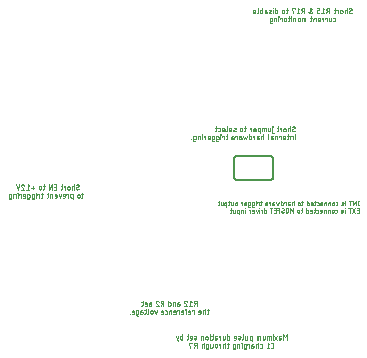
<source format=gbr>
G04 EAGLE Gerber RS-274X export*
G75*
%MOMM*%
%FSLAX34Y34*%
%LPD*%
%INSilkscreen Bottom*%
%IPPOS*%
%AMOC8*
5,1,8,0,0,1.08239X$1,22.5*%
G01*
%ADD10C,0.025400*%
%ADD11C,0.152400*%


D10*
X290173Y306395D02*
X290175Y306335D01*
X290181Y306275D01*
X290190Y306215D01*
X290203Y306156D01*
X290220Y306098D01*
X290240Y306042D01*
X290264Y305986D01*
X290292Y305933D01*
X290322Y305881D01*
X290356Y305831D01*
X290393Y305783D01*
X290433Y305738D01*
X290476Y305695D01*
X290521Y305655D01*
X290569Y305618D01*
X290619Y305584D01*
X290671Y305554D01*
X290724Y305526D01*
X290780Y305502D01*
X290836Y305482D01*
X290894Y305465D01*
X290953Y305452D01*
X291013Y305443D01*
X291073Y305437D01*
X291133Y305435D01*
X291222Y305437D01*
X291311Y305443D01*
X291399Y305453D01*
X291487Y305466D01*
X291574Y305484D01*
X291660Y305505D01*
X291746Y305530D01*
X291830Y305559D01*
X291913Y305591D01*
X291994Y305627D01*
X292074Y305666D01*
X292151Y305709D01*
X292227Y305756D01*
X292301Y305805D01*
X292373Y305858D01*
X292442Y305914D01*
X292508Y305973D01*
X292572Y306035D01*
X292453Y308793D02*
X292451Y308853D01*
X292445Y308913D01*
X292436Y308973D01*
X292423Y309032D01*
X292406Y309090D01*
X292386Y309146D01*
X292362Y309202D01*
X292334Y309255D01*
X292304Y309307D01*
X292270Y309357D01*
X292233Y309405D01*
X292193Y309450D01*
X292150Y309493D01*
X292105Y309533D01*
X292057Y309570D01*
X292007Y309604D01*
X291955Y309634D01*
X291902Y309662D01*
X291846Y309686D01*
X291790Y309706D01*
X291732Y309723D01*
X291673Y309736D01*
X291613Y309745D01*
X291553Y309751D01*
X291493Y309753D01*
X291410Y309751D01*
X291328Y309745D01*
X291246Y309736D01*
X291164Y309723D01*
X291083Y309706D01*
X291003Y309685D01*
X290924Y309661D01*
X290846Y309633D01*
X290770Y309601D01*
X290695Y309566D01*
X290622Y309528D01*
X290550Y309486D01*
X290481Y309441D01*
X290414Y309393D01*
X291973Y307953D02*
X292023Y307985D01*
X292072Y308020D01*
X292118Y308057D01*
X292161Y308098D01*
X292203Y308141D01*
X292241Y308186D01*
X292277Y308234D01*
X292309Y308284D01*
X292339Y308335D01*
X292365Y308389D01*
X292388Y308444D01*
X292408Y308500D01*
X292424Y308557D01*
X292437Y308615D01*
X292446Y308674D01*
X292451Y308733D01*
X292453Y308793D01*
X290653Y307235D02*
X290603Y307203D01*
X290554Y307168D01*
X290508Y307131D01*
X290465Y307090D01*
X290423Y307047D01*
X290385Y307002D01*
X290349Y306954D01*
X290317Y306904D01*
X290287Y306853D01*
X290261Y306799D01*
X290238Y306744D01*
X290218Y306688D01*
X290202Y306631D01*
X290189Y306573D01*
X290180Y306514D01*
X290175Y306455D01*
X290173Y306395D01*
X290653Y307234D02*
X291972Y307954D01*
X288492Y309753D02*
X288492Y305435D01*
X288492Y308314D02*
X287292Y308314D01*
X287241Y308312D01*
X287190Y308307D01*
X287139Y308298D01*
X287089Y308285D01*
X287040Y308269D01*
X286993Y308249D01*
X286947Y308226D01*
X286903Y308200D01*
X286861Y308170D01*
X286821Y308138D01*
X286783Y308103D01*
X286748Y308066D01*
X286716Y308025D01*
X286686Y307983D01*
X286660Y307939D01*
X286637Y307893D01*
X286617Y307846D01*
X286601Y307797D01*
X286588Y307747D01*
X286579Y307696D01*
X286574Y307645D01*
X286572Y307594D01*
X286573Y307594D02*
X286573Y305435D01*
X284788Y306395D02*
X284788Y307354D01*
X284789Y307354D02*
X284787Y307414D01*
X284781Y307474D01*
X284772Y307534D01*
X284759Y307593D01*
X284742Y307651D01*
X284722Y307707D01*
X284698Y307763D01*
X284670Y307816D01*
X284640Y307868D01*
X284606Y307918D01*
X284569Y307966D01*
X284529Y308011D01*
X284486Y308054D01*
X284441Y308094D01*
X284393Y308131D01*
X284343Y308165D01*
X284291Y308195D01*
X284238Y308223D01*
X284182Y308247D01*
X284126Y308267D01*
X284068Y308284D01*
X284009Y308297D01*
X283949Y308306D01*
X283889Y308312D01*
X283829Y308314D01*
X283769Y308312D01*
X283709Y308306D01*
X283649Y308297D01*
X283590Y308284D01*
X283532Y308267D01*
X283476Y308247D01*
X283420Y308223D01*
X283367Y308195D01*
X283315Y308165D01*
X283265Y308131D01*
X283217Y308094D01*
X283172Y308054D01*
X283129Y308011D01*
X283089Y307966D01*
X283052Y307918D01*
X283018Y307868D01*
X282988Y307816D01*
X282960Y307763D01*
X282936Y307707D01*
X282916Y307651D01*
X282899Y307593D01*
X282886Y307534D01*
X282877Y307474D01*
X282871Y307414D01*
X282869Y307354D01*
X282869Y306395D01*
X282871Y306335D01*
X282877Y306275D01*
X282886Y306215D01*
X282899Y306156D01*
X282916Y306098D01*
X282936Y306042D01*
X282960Y305986D01*
X282988Y305933D01*
X283018Y305881D01*
X283052Y305831D01*
X283089Y305783D01*
X283129Y305738D01*
X283172Y305695D01*
X283217Y305655D01*
X283265Y305618D01*
X283315Y305584D01*
X283367Y305554D01*
X283420Y305526D01*
X283476Y305502D01*
X283532Y305482D01*
X283590Y305465D01*
X283649Y305452D01*
X283709Y305443D01*
X283769Y305437D01*
X283829Y305435D01*
X283889Y305437D01*
X283949Y305443D01*
X284009Y305452D01*
X284068Y305465D01*
X284126Y305482D01*
X284182Y305502D01*
X284238Y305526D01*
X284291Y305554D01*
X284343Y305584D01*
X284393Y305618D01*
X284441Y305655D01*
X284486Y305695D01*
X284529Y305738D01*
X284569Y305783D01*
X284606Y305831D01*
X284640Y305881D01*
X284670Y305933D01*
X284698Y305986D01*
X284722Y306042D01*
X284742Y306098D01*
X284759Y306156D01*
X284772Y306215D01*
X284781Y306275D01*
X284787Y306335D01*
X284789Y306395D01*
X281065Y305435D02*
X281065Y308314D01*
X279626Y308314D01*
X279626Y307834D01*
X278679Y308314D02*
X277240Y308314D01*
X278199Y309753D02*
X278199Y306155D01*
X278197Y306104D01*
X278192Y306053D01*
X278183Y306002D01*
X278170Y305952D01*
X278154Y305903D01*
X278134Y305856D01*
X278111Y305810D01*
X278085Y305766D01*
X278055Y305724D01*
X278023Y305683D01*
X277988Y305646D01*
X277950Y305611D01*
X277910Y305579D01*
X277868Y305549D01*
X277824Y305523D01*
X277778Y305500D01*
X277731Y305480D01*
X277682Y305464D01*
X277632Y305451D01*
X277581Y305442D01*
X277530Y305437D01*
X277479Y305435D01*
X277240Y305435D01*
X273347Y305435D02*
X273347Y309753D01*
X272148Y309753D01*
X272080Y309751D01*
X272011Y309745D01*
X271944Y309735D01*
X271876Y309722D01*
X271810Y309704D01*
X271745Y309683D01*
X271681Y309658D01*
X271619Y309630D01*
X271558Y309598D01*
X271500Y309563D01*
X271443Y309524D01*
X271389Y309482D01*
X271337Y309437D01*
X271288Y309390D01*
X271242Y309339D01*
X271199Y309286D01*
X271158Y309231D01*
X271121Y309173D01*
X271088Y309114D01*
X271057Y309052D01*
X271031Y308989D01*
X271008Y308925D01*
X270988Y308859D01*
X270973Y308792D01*
X270961Y308725D01*
X270953Y308657D01*
X270949Y308588D01*
X270949Y308520D01*
X270953Y308451D01*
X270961Y308383D01*
X270973Y308316D01*
X270988Y308249D01*
X271008Y308183D01*
X271031Y308119D01*
X271057Y308056D01*
X271088Y307994D01*
X271121Y307935D01*
X271158Y307877D01*
X271199Y307822D01*
X271242Y307769D01*
X271288Y307718D01*
X271337Y307671D01*
X271389Y307626D01*
X271443Y307584D01*
X271500Y307545D01*
X271558Y307510D01*
X271619Y307478D01*
X271681Y307450D01*
X271745Y307425D01*
X271810Y307404D01*
X271876Y307386D01*
X271944Y307373D01*
X272011Y307363D01*
X272080Y307357D01*
X272148Y307355D01*
X272148Y307354D02*
X273347Y307354D01*
X271908Y307354D02*
X270949Y305435D01*
X269255Y308793D02*
X268056Y309753D01*
X268056Y305435D01*
X269255Y305435D02*
X266856Y305435D01*
X265140Y305435D02*
X263701Y305435D01*
X263641Y305437D01*
X263581Y305443D01*
X263521Y305452D01*
X263462Y305465D01*
X263404Y305482D01*
X263348Y305502D01*
X263292Y305526D01*
X263239Y305554D01*
X263187Y305584D01*
X263137Y305618D01*
X263089Y305655D01*
X263044Y305695D01*
X263001Y305738D01*
X262961Y305783D01*
X262924Y305831D01*
X262890Y305881D01*
X262860Y305932D01*
X262832Y305986D01*
X262808Y306042D01*
X262788Y306098D01*
X262771Y306156D01*
X262758Y306215D01*
X262749Y306275D01*
X262743Y306335D01*
X262741Y306395D01*
X262741Y306874D01*
X262743Y306934D01*
X262749Y306994D01*
X262758Y307054D01*
X262771Y307113D01*
X262788Y307171D01*
X262808Y307227D01*
X262832Y307283D01*
X262860Y307336D01*
X262890Y307388D01*
X262924Y307438D01*
X262961Y307486D01*
X263001Y307531D01*
X263044Y307574D01*
X263089Y307614D01*
X263137Y307651D01*
X263187Y307685D01*
X263239Y307715D01*
X263292Y307743D01*
X263348Y307767D01*
X263404Y307787D01*
X263462Y307804D01*
X263521Y307817D01*
X263581Y307826D01*
X263641Y307832D01*
X263701Y307834D01*
X265140Y307834D01*
X265140Y309753D01*
X262741Y309753D01*
X258418Y308674D02*
X258444Y308719D01*
X258467Y308766D01*
X258485Y308814D01*
X258501Y308863D01*
X258512Y308914D01*
X258520Y308965D01*
X258524Y309017D01*
X258525Y309068D01*
X258521Y309120D01*
X258514Y309171D01*
X258503Y309222D01*
X258488Y309272D01*
X258470Y309320D01*
X258448Y309367D01*
X258423Y309412D01*
X258395Y309456D01*
X258363Y309497D01*
X258329Y309535D01*
X258292Y309571D01*
X258252Y309605D01*
X258210Y309635D01*
X258166Y309662D01*
X258120Y309686D01*
X258072Y309706D01*
X258023Y309723D01*
X257973Y309736D01*
X257922Y309745D01*
X257871Y309751D01*
X257819Y309753D01*
X258419Y308674D02*
X256380Y305435D01*
X257220Y308674D02*
X257194Y308719D01*
X257171Y308766D01*
X257153Y308814D01*
X257137Y308863D01*
X257126Y308914D01*
X257118Y308965D01*
X257114Y309017D01*
X257113Y309068D01*
X257117Y309120D01*
X257124Y309171D01*
X257135Y309222D01*
X257150Y309272D01*
X257168Y309320D01*
X257190Y309367D01*
X257215Y309412D01*
X257243Y309456D01*
X257275Y309497D01*
X257309Y309535D01*
X257346Y309571D01*
X257386Y309605D01*
X257428Y309635D01*
X257472Y309662D01*
X257518Y309686D01*
X257566Y309706D01*
X257615Y309723D01*
X257665Y309736D01*
X257716Y309745D01*
X257767Y309751D01*
X257819Y309753D01*
X258779Y306155D02*
X258777Y306104D01*
X258772Y306053D01*
X258763Y306002D01*
X258750Y305952D01*
X258734Y305903D01*
X258714Y305856D01*
X258691Y305810D01*
X258665Y305766D01*
X258635Y305724D01*
X258603Y305684D01*
X258568Y305646D01*
X258531Y305611D01*
X258490Y305579D01*
X258448Y305549D01*
X258404Y305523D01*
X258358Y305500D01*
X258311Y305480D01*
X258262Y305464D01*
X258212Y305451D01*
X258161Y305442D01*
X258110Y305437D01*
X258059Y305435D01*
X258779Y306155D02*
X258777Y306203D01*
X258771Y306251D01*
X258762Y306298D01*
X258748Y306345D01*
X258731Y306390D01*
X258710Y306433D01*
X258686Y306475D01*
X258659Y306515D01*
X257220Y308674D01*
X257699Y305555D02*
X257739Y305528D01*
X257781Y305504D01*
X257824Y305483D01*
X257869Y305466D01*
X257916Y305452D01*
X257963Y305443D01*
X258011Y305437D01*
X258059Y305435D01*
X257699Y305555D02*
X255900Y306874D01*
X252362Y305435D02*
X252362Y309753D01*
X251163Y309753D01*
X251095Y309751D01*
X251026Y309745D01*
X250959Y309735D01*
X250891Y309722D01*
X250825Y309704D01*
X250760Y309683D01*
X250696Y309658D01*
X250634Y309630D01*
X250573Y309598D01*
X250515Y309563D01*
X250458Y309524D01*
X250404Y309482D01*
X250352Y309437D01*
X250303Y309390D01*
X250257Y309339D01*
X250214Y309286D01*
X250173Y309231D01*
X250136Y309173D01*
X250103Y309114D01*
X250072Y309052D01*
X250046Y308989D01*
X250023Y308925D01*
X250003Y308859D01*
X249988Y308792D01*
X249976Y308725D01*
X249968Y308657D01*
X249964Y308588D01*
X249964Y308520D01*
X249968Y308451D01*
X249976Y308383D01*
X249988Y308316D01*
X250003Y308249D01*
X250023Y308183D01*
X250046Y308119D01*
X250072Y308056D01*
X250103Y307994D01*
X250136Y307935D01*
X250173Y307877D01*
X250214Y307822D01*
X250257Y307769D01*
X250303Y307718D01*
X250352Y307671D01*
X250404Y307626D01*
X250458Y307584D01*
X250515Y307545D01*
X250573Y307510D01*
X250634Y307478D01*
X250696Y307450D01*
X250760Y307425D01*
X250825Y307404D01*
X250891Y307386D01*
X250959Y307373D01*
X251026Y307363D01*
X251095Y307357D01*
X251163Y307355D01*
X251163Y307354D02*
X252362Y307354D01*
X250923Y307354D02*
X249963Y305435D01*
X248270Y308793D02*
X247070Y309753D01*
X247070Y305435D01*
X245871Y305435D02*
X248270Y305435D01*
X244155Y309273D02*
X244155Y309753D01*
X241756Y309753D01*
X242956Y305435D01*
X238217Y308314D02*
X236778Y308314D01*
X237737Y309753D02*
X237737Y306155D01*
X237738Y306155D02*
X237736Y306104D01*
X237731Y306053D01*
X237722Y306002D01*
X237709Y305952D01*
X237693Y305903D01*
X237673Y305856D01*
X237650Y305810D01*
X237624Y305766D01*
X237594Y305724D01*
X237562Y305683D01*
X237527Y305646D01*
X237489Y305611D01*
X237449Y305579D01*
X237407Y305549D01*
X237363Y305523D01*
X237317Y305500D01*
X237270Y305480D01*
X237221Y305464D01*
X237171Y305451D01*
X237120Y305442D01*
X237069Y305437D01*
X237018Y305435D01*
X236778Y305435D01*
X235274Y306395D02*
X235274Y307354D01*
X235275Y307354D02*
X235273Y307414D01*
X235267Y307474D01*
X235258Y307534D01*
X235245Y307593D01*
X235228Y307651D01*
X235208Y307707D01*
X235184Y307763D01*
X235156Y307816D01*
X235126Y307868D01*
X235092Y307918D01*
X235055Y307966D01*
X235015Y308011D01*
X234972Y308054D01*
X234927Y308094D01*
X234879Y308131D01*
X234829Y308165D01*
X234777Y308195D01*
X234724Y308223D01*
X234668Y308247D01*
X234612Y308267D01*
X234554Y308284D01*
X234495Y308297D01*
X234435Y308306D01*
X234375Y308312D01*
X234315Y308314D01*
X234255Y308312D01*
X234195Y308306D01*
X234135Y308297D01*
X234076Y308284D01*
X234018Y308267D01*
X233962Y308247D01*
X233906Y308223D01*
X233853Y308195D01*
X233801Y308165D01*
X233751Y308131D01*
X233703Y308094D01*
X233658Y308054D01*
X233615Y308011D01*
X233575Y307966D01*
X233538Y307918D01*
X233504Y307868D01*
X233474Y307816D01*
X233446Y307763D01*
X233422Y307707D01*
X233402Y307651D01*
X233385Y307593D01*
X233372Y307534D01*
X233363Y307474D01*
X233357Y307414D01*
X233355Y307354D01*
X233355Y306395D01*
X233357Y306335D01*
X233363Y306275D01*
X233372Y306215D01*
X233385Y306156D01*
X233402Y306098D01*
X233422Y306042D01*
X233446Y305986D01*
X233474Y305933D01*
X233504Y305881D01*
X233538Y305831D01*
X233575Y305783D01*
X233615Y305738D01*
X233658Y305695D01*
X233703Y305655D01*
X233751Y305618D01*
X233801Y305584D01*
X233853Y305554D01*
X233906Y305526D01*
X233962Y305502D01*
X234018Y305482D01*
X234076Y305465D01*
X234135Y305452D01*
X234195Y305443D01*
X234255Y305437D01*
X234315Y305435D01*
X234375Y305437D01*
X234435Y305443D01*
X234495Y305452D01*
X234554Y305465D01*
X234612Y305482D01*
X234668Y305502D01*
X234724Y305526D01*
X234777Y305554D01*
X234829Y305584D01*
X234879Y305618D01*
X234927Y305655D01*
X234972Y305695D01*
X235015Y305738D01*
X235055Y305783D01*
X235092Y305831D01*
X235126Y305881D01*
X235156Y305933D01*
X235184Y305986D01*
X235208Y306042D01*
X235228Y306098D01*
X235245Y306156D01*
X235258Y306215D01*
X235267Y306275D01*
X235273Y306335D01*
X235275Y306395D01*
X227612Y305435D02*
X227612Y309753D01*
X227612Y305435D02*
X228812Y305435D01*
X228863Y305437D01*
X228914Y305442D01*
X228965Y305451D01*
X229015Y305464D01*
X229064Y305480D01*
X229111Y305500D01*
X229157Y305523D01*
X229201Y305549D01*
X229243Y305579D01*
X229284Y305611D01*
X229321Y305646D01*
X229356Y305684D01*
X229388Y305724D01*
X229418Y305766D01*
X229444Y305810D01*
X229467Y305856D01*
X229487Y305903D01*
X229503Y305952D01*
X229516Y306002D01*
X229525Y306053D01*
X229530Y306104D01*
X229532Y306155D01*
X229531Y306155D02*
X229531Y307594D01*
X229532Y307594D02*
X229530Y307645D01*
X229525Y307696D01*
X229516Y307747D01*
X229503Y307797D01*
X229487Y307846D01*
X229467Y307893D01*
X229444Y307939D01*
X229418Y307983D01*
X229388Y308025D01*
X229356Y308065D01*
X229321Y308103D01*
X229283Y308138D01*
X229243Y308170D01*
X229201Y308200D01*
X229157Y308226D01*
X229111Y308249D01*
X229064Y308269D01*
X229015Y308285D01*
X228965Y308298D01*
X228914Y308307D01*
X228863Y308312D01*
X228812Y308314D01*
X227612Y308314D01*
X225811Y308314D02*
X225811Y305435D01*
X225931Y309513D02*
X225931Y309753D01*
X225691Y309753D01*
X225691Y309513D01*
X225931Y309513D01*
X223805Y307114D02*
X222605Y306634D01*
X223805Y307114D02*
X223850Y307135D01*
X223893Y307158D01*
X223935Y307185D01*
X223974Y307215D01*
X224010Y307248D01*
X224044Y307284D01*
X224075Y307323D01*
X224102Y307364D01*
X224127Y307407D01*
X224148Y307451D01*
X224165Y307498D01*
X224178Y307545D01*
X224188Y307593D01*
X224194Y307642D01*
X224196Y307691D01*
X224194Y307741D01*
X224188Y307790D01*
X224179Y307838D01*
X224165Y307886D01*
X224148Y307932D01*
X224127Y307976D01*
X224103Y308019D01*
X224075Y308060D01*
X224045Y308099D01*
X224011Y308135D01*
X223974Y308168D01*
X223935Y308198D01*
X223894Y308225D01*
X223851Y308249D01*
X223806Y308269D01*
X223760Y308286D01*
X223712Y308299D01*
X223663Y308308D01*
X223614Y308313D01*
X223565Y308314D01*
X223464Y308310D01*
X223363Y308303D01*
X223262Y308292D01*
X223162Y308278D01*
X223062Y308260D01*
X222964Y308238D01*
X222866Y308212D01*
X222769Y308183D01*
X222673Y308150D01*
X222578Y308114D01*
X222485Y308074D01*
X222605Y306635D02*
X222560Y306614D01*
X222517Y306591D01*
X222475Y306564D01*
X222436Y306534D01*
X222400Y306501D01*
X222366Y306465D01*
X222335Y306426D01*
X222308Y306385D01*
X222283Y306342D01*
X222262Y306298D01*
X222245Y306251D01*
X222232Y306204D01*
X222222Y306156D01*
X222216Y306107D01*
X222214Y306058D01*
X222216Y306008D01*
X222222Y305959D01*
X222231Y305911D01*
X222245Y305863D01*
X222262Y305817D01*
X222283Y305773D01*
X222307Y305730D01*
X222335Y305689D01*
X222365Y305650D01*
X222399Y305614D01*
X222436Y305581D01*
X222475Y305551D01*
X222516Y305524D01*
X222559Y305500D01*
X222604Y305480D01*
X222650Y305463D01*
X222698Y305450D01*
X222747Y305441D01*
X222796Y305436D01*
X222845Y305435D01*
X222968Y305439D01*
X223090Y305446D01*
X223212Y305457D01*
X223333Y305472D01*
X223455Y305490D01*
X223575Y305512D01*
X223695Y305538D01*
X223814Y305567D01*
X223932Y305599D01*
X224049Y305636D01*
X224165Y305675D01*
X219777Y307114D02*
X218697Y307114D01*
X219777Y307115D02*
X219833Y307113D01*
X219889Y307108D01*
X219944Y307098D01*
X219999Y307085D01*
X220053Y307069D01*
X220105Y307048D01*
X220156Y307025D01*
X220205Y306998D01*
X220252Y306968D01*
X220298Y306934D01*
X220340Y306898D01*
X220381Y306859D01*
X220418Y306817D01*
X220453Y306773D01*
X220485Y306727D01*
X220514Y306679D01*
X220539Y306629D01*
X220561Y306577D01*
X220579Y306524D01*
X220594Y306470D01*
X220605Y306415D01*
X220613Y306359D01*
X220617Y306303D01*
X220617Y306247D01*
X220613Y306191D01*
X220605Y306135D01*
X220594Y306080D01*
X220579Y306026D01*
X220561Y305973D01*
X220539Y305921D01*
X220514Y305871D01*
X220485Y305823D01*
X220453Y305777D01*
X220418Y305733D01*
X220381Y305691D01*
X220340Y305652D01*
X220298Y305616D01*
X220252Y305582D01*
X220205Y305552D01*
X220156Y305525D01*
X220105Y305502D01*
X220053Y305481D01*
X219999Y305465D01*
X219944Y305452D01*
X219889Y305442D01*
X219833Y305437D01*
X219777Y305435D01*
X218697Y305435D01*
X218697Y307594D01*
X218699Y307645D01*
X218704Y307696D01*
X218713Y307747D01*
X218726Y307797D01*
X218742Y307846D01*
X218762Y307893D01*
X218785Y307939D01*
X218811Y307983D01*
X218841Y308025D01*
X218873Y308066D01*
X218908Y308103D01*
X218946Y308138D01*
X218986Y308170D01*
X219028Y308200D01*
X219072Y308226D01*
X219118Y308249D01*
X219165Y308269D01*
X219214Y308285D01*
X219264Y308298D01*
X219315Y308307D01*
X219366Y308312D01*
X219417Y308314D01*
X220376Y308314D01*
X216740Y309753D02*
X216740Y305435D01*
X215540Y305435D01*
X215489Y305437D01*
X215438Y305442D01*
X215387Y305451D01*
X215337Y305464D01*
X215288Y305480D01*
X215241Y305500D01*
X215195Y305523D01*
X215151Y305549D01*
X215109Y305579D01*
X215069Y305611D01*
X215031Y305646D01*
X214996Y305684D01*
X214964Y305724D01*
X214934Y305766D01*
X214908Y305810D01*
X214885Y305856D01*
X214865Y305903D01*
X214849Y305952D01*
X214836Y306002D01*
X214827Y306053D01*
X214822Y306104D01*
X214820Y306155D01*
X214821Y306155D02*
X214821Y307594D01*
X214820Y307594D02*
X214822Y307645D01*
X214827Y307696D01*
X214836Y307747D01*
X214849Y307797D01*
X214865Y307846D01*
X214885Y307893D01*
X214908Y307939D01*
X214934Y307983D01*
X214964Y308025D01*
X214996Y308066D01*
X215031Y308103D01*
X215069Y308138D01*
X215109Y308170D01*
X215151Y308200D01*
X215195Y308226D01*
X215241Y308249D01*
X215288Y308269D01*
X215337Y308285D01*
X215387Y308298D01*
X215438Y308307D01*
X215489Y308312D01*
X215540Y308314D01*
X216740Y308314D01*
X213125Y309753D02*
X213125Y306155D01*
X213123Y306104D01*
X213118Y306053D01*
X213109Y306002D01*
X213096Y305952D01*
X213080Y305903D01*
X213060Y305856D01*
X213037Y305810D01*
X213011Y305766D01*
X212981Y305724D01*
X212949Y305684D01*
X212914Y305646D01*
X212877Y305611D01*
X212836Y305579D01*
X212794Y305549D01*
X212750Y305523D01*
X212704Y305500D01*
X212657Y305480D01*
X212608Y305464D01*
X212558Y305451D01*
X212507Y305442D01*
X212456Y305437D01*
X212405Y305435D01*
X210277Y305435D02*
X209078Y305435D01*
X210277Y305435D02*
X210328Y305437D01*
X210379Y305442D01*
X210430Y305451D01*
X210480Y305464D01*
X210529Y305480D01*
X210576Y305500D01*
X210622Y305523D01*
X210666Y305549D01*
X210708Y305579D01*
X210749Y305611D01*
X210786Y305646D01*
X210821Y305684D01*
X210853Y305724D01*
X210883Y305766D01*
X210909Y305810D01*
X210932Y305856D01*
X210952Y305903D01*
X210968Y305952D01*
X210981Y306002D01*
X210990Y306053D01*
X210995Y306104D01*
X210997Y306155D01*
X210997Y307354D01*
X210995Y307414D01*
X210989Y307474D01*
X210980Y307534D01*
X210967Y307593D01*
X210950Y307651D01*
X210930Y307707D01*
X210906Y307763D01*
X210878Y307816D01*
X210848Y307868D01*
X210814Y307918D01*
X210777Y307966D01*
X210737Y308011D01*
X210694Y308054D01*
X210649Y308094D01*
X210601Y308131D01*
X210551Y308165D01*
X210499Y308195D01*
X210446Y308223D01*
X210390Y308247D01*
X210334Y308267D01*
X210276Y308284D01*
X210217Y308297D01*
X210157Y308306D01*
X210097Y308312D01*
X210037Y308314D01*
X209977Y308312D01*
X209917Y308306D01*
X209857Y308297D01*
X209798Y308284D01*
X209740Y308267D01*
X209684Y308247D01*
X209628Y308223D01*
X209575Y308195D01*
X209523Y308165D01*
X209473Y308131D01*
X209425Y308094D01*
X209380Y308054D01*
X209337Y308011D01*
X209297Y307966D01*
X209260Y307918D01*
X209226Y307868D01*
X209196Y307816D01*
X209168Y307763D01*
X209144Y307707D01*
X209124Y307651D01*
X209107Y307593D01*
X209094Y307534D01*
X209085Y307474D01*
X209079Y307414D01*
X209077Y307354D01*
X209078Y307354D02*
X209078Y306874D01*
X210997Y306874D01*
X276840Y298577D02*
X277800Y298577D01*
X277851Y298579D01*
X277902Y298584D01*
X277953Y298593D01*
X278003Y298606D01*
X278052Y298622D01*
X278099Y298642D01*
X278145Y298665D01*
X278189Y298691D01*
X278231Y298721D01*
X278272Y298753D01*
X278309Y298788D01*
X278344Y298826D01*
X278376Y298866D01*
X278406Y298908D01*
X278432Y298952D01*
X278455Y298998D01*
X278475Y299045D01*
X278491Y299094D01*
X278504Y299144D01*
X278513Y299195D01*
X278518Y299246D01*
X278520Y299297D01*
X278520Y300736D01*
X278518Y300787D01*
X278513Y300838D01*
X278504Y300889D01*
X278491Y300939D01*
X278475Y300988D01*
X278455Y301035D01*
X278432Y301081D01*
X278406Y301125D01*
X278376Y301167D01*
X278344Y301207D01*
X278309Y301245D01*
X278271Y301280D01*
X278231Y301312D01*
X278189Y301342D01*
X278145Y301368D01*
X278099Y301391D01*
X278052Y301411D01*
X278003Y301427D01*
X277953Y301440D01*
X277902Y301449D01*
X277851Y301454D01*
X277800Y301456D01*
X276840Y301456D01*
X275232Y301456D02*
X275232Y299297D01*
X275230Y299246D01*
X275225Y299195D01*
X275216Y299144D01*
X275203Y299094D01*
X275187Y299045D01*
X275167Y298998D01*
X275144Y298952D01*
X275118Y298908D01*
X275088Y298866D01*
X275056Y298826D01*
X275021Y298788D01*
X274984Y298753D01*
X274943Y298721D01*
X274901Y298691D01*
X274857Y298665D01*
X274811Y298642D01*
X274764Y298622D01*
X274715Y298606D01*
X274665Y298593D01*
X274614Y298584D01*
X274563Y298579D01*
X274512Y298577D01*
X273313Y298577D01*
X273313Y301456D01*
X271371Y301456D02*
X271371Y298577D01*
X271371Y301456D02*
X269932Y301456D01*
X269932Y300976D01*
X268491Y301456D02*
X268491Y298577D01*
X268491Y301456D02*
X267051Y301456D01*
X267051Y300976D01*
X265048Y298577D02*
X263849Y298577D01*
X265048Y298577D02*
X265099Y298579D01*
X265150Y298584D01*
X265201Y298593D01*
X265251Y298606D01*
X265300Y298622D01*
X265347Y298642D01*
X265393Y298665D01*
X265437Y298691D01*
X265479Y298721D01*
X265520Y298753D01*
X265557Y298788D01*
X265592Y298826D01*
X265624Y298866D01*
X265654Y298908D01*
X265680Y298952D01*
X265703Y298998D01*
X265723Y299045D01*
X265739Y299094D01*
X265752Y299144D01*
X265761Y299195D01*
X265766Y299246D01*
X265768Y299297D01*
X265768Y300496D01*
X265766Y300556D01*
X265760Y300616D01*
X265751Y300676D01*
X265738Y300735D01*
X265721Y300793D01*
X265701Y300849D01*
X265677Y300905D01*
X265649Y300958D01*
X265619Y301010D01*
X265585Y301060D01*
X265548Y301108D01*
X265508Y301153D01*
X265465Y301196D01*
X265420Y301236D01*
X265372Y301273D01*
X265322Y301307D01*
X265270Y301337D01*
X265217Y301365D01*
X265161Y301389D01*
X265105Y301409D01*
X265047Y301426D01*
X264988Y301439D01*
X264928Y301448D01*
X264868Y301454D01*
X264808Y301456D01*
X264748Y301454D01*
X264688Y301448D01*
X264628Y301439D01*
X264569Y301426D01*
X264511Y301409D01*
X264455Y301389D01*
X264399Y301365D01*
X264346Y301337D01*
X264294Y301307D01*
X264244Y301273D01*
X264196Y301236D01*
X264151Y301196D01*
X264108Y301153D01*
X264068Y301108D01*
X264031Y301060D01*
X263997Y301010D01*
X263967Y300958D01*
X263939Y300905D01*
X263915Y300849D01*
X263895Y300793D01*
X263878Y300735D01*
X263865Y300676D01*
X263856Y300616D01*
X263850Y300556D01*
X263848Y300496D01*
X263849Y300496D02*
X263849Y300016D01*
X265768Y300016D01*
X262064Y298577D02*
X262064Y301456D01*
X260865Y301456D01*
X260814Y301454D01*
X260763Y301449D01*
X260712Y301440D01*
X260662Y301427D01*
X260613Y301411D01*
X260566Y301391D01*
X260520Y301368D01*
X260476Y301342D01*
X260434Y301312D01*
X260394Y301280D01*
X260356Y301245D01*
X260321Y301208D01*
X260289Y301167D01*
X260259Y301125D01*
X260233Y301081D01*
X260210Y301035D01*
X260190Y300988D01*
X260174Y300939D01*
X260161Y300889D01*
X260152Y300838D01*
X260147Y300787D01*
X260145Y300736D01*
X260145Y298577D01*
X258698Y301456D02*
X257259Y301456D01*
X258218Y302895D02*
X258218Y299297D01*
X258219Y299297D02*
X258217Y299246D01*
X258212Y299195D01*
X258203Y299144D01*
X258190Y299094D01*
X258174Y299045D01*
X258154Y298998D01*
X258131Y298952D01*
X258105Y298908D01*
X258075Y298866D01*
X258043Y298825D01*
X258008Y298788D01*
X257970Y298753D01*
X257930Y298721D01*
X257888Y298691D01*
X257844Y298665D01*
X257798Y298642D01*
X257751Y298622D01*
X257702Y298606D01*
X257652Y298593D01*
X257601Y298584D01*
X257550Y298579D01*
X257499Y298577D01*
X257259Y298577D01*
X253355Y298577D02*
X253355Y301456D01*
X251196Y301456D01*
X251145Y301454D01*
X251094Y301449D01*
X251043Y301440D01*
X250993Y301427D01*
X250944Y301411D01*
X250897Y301391D01*
X250851Y301368D01*
X250807Y301342D01*
X250765Y301312D01*
X250725Y301280D01*
X250687Y301245D01*
X250652Y301208D01*
X250620Y301167D01*
X250590Y301125D01*
X250564Y301081D01*
X250541Y301035D01*
X250521Y300988D01*
X250505Y300939D01*
X250492Y300889D01*
X250483Y300838D01*
X250478Y300787D01*
X250476Y300736D01*
X250476Y298577D01*
X251915Y298577D02*
X251915Y301456D01*
X248623Y300496D02*
X248623Y299537D01*
X248623Y300496D02*
X248621Y300556D01*
X248615Y300616D01*
X248606Y300676D01*
X248593Y300735D01*
X248576Y300793D01*
X248556Y300849D01*
X248532Y300905D01*
X248504Y300958D01*
X248474Y301010D01*
X248440Y301060D01*
X248403Y301108D01*
X248363Y301153D01*
X248320Y301196D01*
X248275Y301236D01*
X248227Y301273D01*
X248177Y301307D01*
X248125Y301337D01*
X248072Y301365D01*
X248016Y301389D01*
X247960Y301409D01*
X247902Y301426D01*
X247843Y301439D01*
X247783Y301448D01*
X247723Y301454D01*
X247663Y301456D01*
X247603Y301454D01*
X247543Y301448D01*
X247483Y301439D01*
X247424Y301426D01*
X247366Y301409D01*
X247310Y301389D01*
X247254Y301365D01*
X247201Y301337D01*
X247149Y301307D01*
X247099Y301273D01*
X247051Y301236D01*
X247006Y301196D01*
X246963Y301153D01*
X246923Y301108D01*
X246886Y301060D01*
X246852Y301010D01*
X246822Y300958D01*
X246794Y300905D01*
X246770Y300849D01*
X246750Y300793D01*
X246733Y300735D01*
X246720Y300676D01*
X246711Y300616D01*
X246705Y300556D01*
X246703Y300496D01*
X246704Y300496D02*
X246704Y299537D01*
X246703Y299537D02*
X246705Y299477D01*
X246711Y299417D01*
X246720Y299357D01*
X246733Y299298D01*
X246750Y299240D01*
X246770Y299184D01*
X246794Y299128D01*
X246822Y299075D01*
X246852Y299023D01*
X246886Y298973D01*
X246923Y298925D01*
X246963Y298880D01*
X247006Y298837D01*
X247051Y298797D01*
X247099Y298760D01*
X247149Y298726D01*
X247201Y298696D01*
X247254Y298668D01*
X247310Y298644D01*
X247366Y298624D01*
X247424Y298607D01*
X247483Y298594D01*
X247543Y298585D01*
X247603Y298579D01*
X247663Y298577D01*
X247723Y298579D01*
X247783Y298585D01*
X247843Y298594D01*
X247902Y298607D01*
X247960Y298624D01*
X248016Y298644D01*
X248072Y298668D01*
X248125Y298696D01*
X248177Y298726D01*
X248227Y298760D01*
X248275Y298797D01*
X248320Y298837D01*
X248363Y298880D01*
X248403Y298925D01*
X248440Y298973D01*
X248474Y299023D01*
X248504Y299075D01*
X248532Y299128D01*
X248556Y299184D01*
X248576Y299240D01*
X248593Y299298D01*
X248606Y299357D01*
X248615Y299417D01*
X248621Y299477D01*
X248623Y299537D01*
X244920Y298577D02*
X244920Y301456D01*
X243720Y301456D01*
X243669Y301454D01*
X243618Y301449D01*
X243567Y301440D01*
X243517Y301427D01*
X243468Y301411D01*
X243421Y301391D01*
X243375Y301368D01*
X243331Y301342D01*
X243289Y301312D01*
X243249Y301280D01*
X243211Y301245D01*
X243176Y301208D01*
X243144Y301167D01*
X243114Y301125D01*
X243088Y301081D01*
X243065Y301035D01*
X243045Y300988D01*
X243029Y300939D01*
X243016Y300889D01*
X243007Y300838D01*
X243002Y300787D01*
X243000Y300736D01*
X243001Y300736D02*
X243001Y298577D01*
X241217Y298577D02*
X241217Y301456D01*
X241337Y302655D02*
X241337Y302895D01*
X241097Y302895D01*
X241097Y302655D01*
X241337Y302655D01*
X239907Y301456D02*
X238468Y301456D01*
X239428Y302895D02*
X239428Y299297D01*
X239426Y299246D01*
X239421Y299195D01*
X239412Y299144D01*
X239399Y299094D01*
X239383Y299045D01*
X239363Y298998D01*
X239340Y298952D01*
X239314Y298908D01*
X239284Y298866D01*
X239252Y298825D01*
X239217Y298788D01*
X239179Y298753D01*
X239139Y298721D01*
X239097Y298691D01*
X239053Y298665D01*
X239007Y298642D01*
X238960Y298622D01*
X238911Y298606D01*
X238861Y298593D01*
X238810Y298584D01*
X238759Y298579D01*
X238708Y298577D01*
X238468Y298577D01*
X236964Y299537D02*
X236964Y300496D01*
X236965Y300496D02*
X236963Y300556D01*
X236957Y300616D01*
X236948Y300676D01*
X236935Y300735D01*
X236918Y300793D01*
X236898Y300849D01*
X236874Y300905D01*
X236846Y300958D01*
X236816Y301010D01*
X236782Y301060D01*
X236745Y301108D01*
X236705Y301153D01*
X236662Y301196D01*
X236617Y301236D01*
X236569Y301273D01*
X236519Y301307D01*
X236467Y301337D01*
X236414Y301365D01*
X236358Y301389D01*
X236302Y301409D01*
X236244Y301426D01*
X236185Y301439D01*
X236125Y301448D01*
X236065Y301454D01*
X236005Y301456D01*
X235945Y301454D01*
X235885Y301448D01*
X235825Y301439D01*
X235766Y301426D01*
X235708Y301409D01*
X235652Y301389D01*
X235596Y301365D01*
X235543Y301337D01*
X235491Y301307D01*
X235441Y301273D01*
X235393Y301236D01*
X235348Y301196D01*
X235305Y301153D01*
X235265Y301108D01*
X235228Y301060D01*
X235194Y301010D01*
X235164Y300958D01*
X235136Y300905D01*
X235112Y300849D01*
X235092Y300793D01*
X235075Y300735D01*
X235062Y300676D01*
X235053Y300616D01*
X235047Y300556D01*
X235045Y300496D01*
X235045Y299537D01*
X235047Y299477D01*
X235053Y299417D01*
X235062Y299357D01*
X235075Y299298D01*
X235092Y299240D01*
X235112Y299184D01*
X235136Y299128D01*
X235164Y299075D01*
X235194Y299023D01*
X235228Y298973D01*
X235265Y298925D01*
X235305Y298880D01*
X235348Y298837D01*
X235393Y298797D01*
X235441Y298760D01*
X235491Y298726D01*
X235543Y298696D01*
X235596Y298668D01*
X235652Y298644D01*
X235708Y298624D01*
X235766Y298607D01*
X235825Y298594D01*
X235885Y298585D01*
X235945Y298579D01*
X236005Y298577D01*
X236065Y298579D01*
X236125Y298585D01*
X236185Y298594D01*
X236244Y298607D01*
X236302Y298624D01*
X236358Y298644D01*
X236414Y298668D01*
X236467Y298696D01*
X236519Y298726D01*
X236569Y298760D01*
X236617Y298797D01*
X236662Y298837D01*
X236705Y298880D01*
X236745Y298925D01*
X236782Y298973D01*
X236816Y299023D01*
X236846Y299075D01*
X236874Y299128D01*
X236898Y299184D01*
X236918Y299240D01*
X236935Y299298D01*
X236948Y299357D01*
X236957Y299417D01*
X236963Y299477D01*
X236965Y299537D01*
X233241Y298577D02*
X233241Y301456D01*
X231802Y301456D01*
X231802Y300976D01*
X230519Y301456D02*
X230519Y298577D01*
X230638Y302655D02*
X230638Y302895D01*
X230399Y302895D01*
X230399Y302655D01*
X230638Y302655D01*
X228735Y301456D02*
X228735Y298577D01*
X228735Y301456D02*
X227535Y301456D01*
X227484Y301454D01*
X227433Y301449D01*
X227382Y301440D01*
X227332Y301427D01*
X227283Y301411D01*
X227236Y301391D01*
X227190Y301368D01*
X227146Y301342D01*
X227104Y301312D01*
X227064Y301280D01*
X227026Y301245D01*
X226991Y301208D01*
X226959Y301167D01*
X226929Y301125D01*
X226903Y301081D01*
X226880Y301035D01*
X226860Y300988D01*
X226844Y300939D01*
X226831Y300889D01*
X226822Y300838D01*
X226817Y300787D01*
X226815Y300736D01*
X226816Y300736D02*
X226816Y298577D01*
X224330Y298577D02*
X223130Y298577D01*
X224330Y298577D02*
X224381Y298579D01*
X224432Y298584D01*
X224483Y298593D01*
X224533Y298606D01*
X224582Y298622D01*
X224629Y298642D01*
X224675Y298665D01*
X224719Y298691D01*
X224761Y298721D01*
X224802Y298753D01*
X224839Y298788D01*
X224874Y298826D01*
X224906Y298866D01*
X224936Y298908D01*
X224962Y298952D01*
X224985Y298998D01*
X225005Y299045D01*
X225021Y299094D01*
X225034Y299144D01*
X225043Y299195D01*
X225048Y299246D01*
X225050Y299297D01*
X225050Y300736D01*
X225048Y300787D01*
X225043Y300838D01*
X225034Y300889D01*
X225021Y300939D01*
X225005Y300988D01*
X224985Y301035D01*
X224962Y301081D01*
X224936Y301125D01*
X224906Y301167D01*
X224874Y301207D01*
X224839Y301245D01*
X224801Y301280D01*
X224761Y301312D01*
X224719Y301342D01*
X224675Y301368D01*
X224629Y301391D01*
X224582Y301411D01*
X224533Y301427D01*
X224483Y301440D01*
X224432Y301449D01*
X224381Y301454D01*
X224330Y301456D01*
X223130Y301456D01*
X223130Y297857D01*
X223132Y297806D01*
X223137Y297755D01*
X223146Y297704D01*
X223159Y297654D01*
X223175Y297605D01*
X223195Y297558D01*
X223218Y297512D01*
X223244Y297468D01*
X223274Y297426D01*
X223306Y297386D01*
X223341Y297348D01*
X223379Y297313D01*
X223419Y297281D01*
X223461Y297251D01*
X223505Y297225D01*
X223551Y297202D01*
X223598Y297182D01*
X223647Y297166D01*
X223697Y297153D01*
X223748Y297144D01*
X223799Y297139D01*
X223850Y297137D01*
X223850Y297138D02*
X224810Y297138D01*
X161253Y62103D02*
X161253Y57785D01*
X161253Y62103D02*
X160054Y62103D01*
X159986Y62101D01*
X159917Y62095D01*
X159850Y62085D01*
X159782Y62072D01*
X159716Y62054D01*
X159651Y62033D01*
X159587Y62008D01*
X159525Y61980D01*
X159464Y61948D01*
X159406Y61913D01*
X159349Y61874D01*
X159295Y61832D01*
X159243Y61787D01*
X159194Y61740D01*
X159148Y61689D01*
X159105Y61636D01*
X159064Y61581D01*
X159027Y61523D01*
X158994Y61464D01*
X158963Y61402D01*
X158937Y61339D01*
X158914Y61275D01*
X158894Y61209D01*
X158879Y61142D01*
X158867Y61075D01*
X158859Y61007D01*
X158855Y60938D01*
X158855Y60870D01*
X158859Y60801D01*
X158867Y60733D01*
X158879Y60666D01*
X158894Y60599D01*
X158914Y60533D01*
X158937Y60469D01*
X158963Y60406D01*
X158994Y60344D01*
X159027Y60285D01*
X159064Y60227D01*
X159105Y60172D01*
X159148Y60119D01*
X159194Y60068D01*
X159243Y60021D01*
X159295Y59976D01*
X159349Y59934D01*
X159406Y59895D01*
X159464Y59860D01*
X159525Y59828D01*
X159587Y59800D01*
X159651Y59775D01*
X159716Y59754D01*
X159782Y59736D01*
X159850Y59723D01*
X159917Y59713D01*
X159986Y59707D01*
X160054Y59705D01*
X160054Y59704D02*
X161253Y59704D01*
X159814Y59704D02*
X158854Y57785D01*
X157161Y61143D02*
X155961Y62103D01*
X155961Y57785D01*
X154762Y57785D02*
X157161Y57785D01*
X151727Y62104D02*
X151664Y62102D01*
X151602Y62097D01*
X151539Y62088D01*
X151478Y62075D01*
X151417Y62059D01*
X151358Y62039D01*
X151299Y62016D01*
X151242Y61989D01*
X151187Y61959D01*
X151134Y61926D01*
X151082Y61890D01*
X151033Y61851D01*
X150986Y61810D01*
X150941Y61765D01*
X150900Y61718D01*
X150861Y61669D01*
X150825Y61617D01*
X150792Y61564D01*
X150762Y61509D01*
X150735Y61452D01*
X150712Y61393D01*
X150692Y61334D01*
X150676Y61273D01*
X150663Y61212D01*
X150654Y61149D01*
X150649Y61087D01*
X150647Y61024D01*
X151727Y62103D02*
X151800Y62101D01*
X151872Y62095D01*
X151944Y62086D01*
X152016Y62073D01*
X152086Y62056D01*
X152156Y62035D01*
X152224Y62011D01*
X152292Y61983D01*
X152357Y61952D01*
X152421Y61917D01*
X152483Y61879D01*
X152543Y61838D01*
X152600Y61793D01*
X152656Y61746D01*
X152708Y61696D01*
X152758Y61643D01*
X152805Y61588D01*
X152850Y61530D01*
X152891Y61471D01*
X152929Y61409D01*
X152963Y61345D01*
X152995Y61279D01*
X153022Y61212D01*
X153047Y61143D01*
X151008Y60185D02*
X150961Y60232D01*
X150916Y60283D01*
X150875Y60335D01*
X150837Y60390D01*
X150802Y60448D01*
X150770Y60507D01*
X150742Y60567D01*
X150717Y60630D01*
X150696Y60693D01*
X150679Y60758D01*
X150665Y60824D01*
X150656Y60890D01*
X150650Y60957D01*
X150648Y61024D01*
X151007Y60184D02*
X153046Y57785D01*
X150647Y57785D01*
X145950Y59464D02*
X144870Y59464D01*
X145950Y59465D02*
X146006Y59463D01*
X146062Y59458D01*
X146117Y59448D01*
X146172Y59435D01*
X146226Y59419D01*
X146278Y59398D01*
X146329Y59375D01*
X146378Y59348D01*
X146425Y59318D01*
X146471Y59284D01*
X146513Y59248D01*
X146554Y59209D01*
X146591Y59167D01*
X146626Y59123D01*
X146658Y59077D01*
X146687Y59029D01*
X146712Y58979D01*
X146734Y58927D01*
X146752Y58874D01*
X146767Y58820D01*
X146778Y58765D01*
X146786Y58709D01*
X146790Y58653D01*
X146790Y58597D01*
X146786Y58541D01*
X146778Y58485D01*
X146767Y58430D01*
X146752Y58376D01*
X146734Y58323D01*
X146712Y58271D01*
X146687Y58221D01*
X146658Y58173D01*
X146626Y58127D01*
X146591Y58083D01*
X146554Y58041D01*
X146513Y58002D01*
X146471Y57966D01*
X146425Y57932D01*
X146378Y57902D01*
X146329Y57875D01*
X146278Y57852D01*
X146226Y57831D01*
X146172Y57815D01*
X146117Y57802D01*
X146062Y57792D01*
X146006Y57787D01*
X145950Y57785D01*
X144870Y57785D01*
X144870Y59944D01*
X144872Y59995D01*
X144877Y60046D01*
X144886Y60097D01*
X144899Y60147D01*
X144915Y60196D01*
X144935Y60243D01*
X144958Y60289D01*
X144984Y60333D01*
X145014Y60375D01*
X145046Y60416D01*
X145081Y60453D01*
X145119Y60488D01*
X145159Y60520D01*
X145201Y60550D01*
X145245Y60576D01*
X145291Y60599D01*
X145338Y60619D01*
X145387Y60635D01*
X145437Y60648D01*
X145488Y60657D01*
X145539Y60662D01*
X145590Y60664D01*
X146549Y60664D01*
X142931Y60664D02*
X142931Y57785D01*
X142931Y60664D02*
X141731Y60664D01*
X141680Y60662D01*
X141629Y60657D01*
X141578Y60648D01*
X141528Y60635D01*
X141479Y60619D01*
X141432Y60599D01*
X141386Y60576D01*
X141342Y60550D01*
X141300Y60520D01*
X141260Y60488D01*
X141222Y60453D01*
X141187Y60416D01*
X141155Y60375D01*
X141125Y60333D01*
X141099Y60289D01*
X141076Y60243D01*
X141056Y60196D01*
X141040Y60147D01*
X141027Y60097D01*
X141018Y60046D01*
X141013Y59995D01*
X141011Y59944D01*
X141012Y59944D02*
X141012Y57785D01*
X137326Y57785D02*
X137326Y62103D01*
X137326Y57785D02*
X138526Y57785D01*
X138577Y57787D01*
X138628Y57792D01*
X138679Y57801D01*
X138729Y57814D01*
X138778Y57830D01*
X138825Y57850D01*
X138871Y57873D01*
X138915Y57899D01*
X138957Y57929D01*
X138998Y57961D01*
X139035Y57996D01*
X139070Y58034D01*
X139102Y58074D01*
X139132Y58116D01*
X139158Y58160D01*
X139181Y58206D01*
X139201Y58253D01*
X139217Y58302D01*
X139230Y58352D01*
X139239Y58403D01*
X139244Y58454D01*
X139246Y58505D01*
X139245Y58505D02*
X139245Y59944D01*
X139246Y59944D02*
X139244Y59995D01*
X139239Y60046D01*
X139230Y60097D01*
X139217Y60147D01*
X139201Y60196D01*
X139181Y60243D01*
X139158Y60289D01*
X139132Y60333D01*
X139102Y60375D01*
X139070Y60415D01*
X139035Y60453D01*
X138997Y60488D01*
X138957Y60520D01*
X138915Y60550D01*
X138871Y60576D01*
X138825Y60599D01*
X138778Y60619D01*
X138729Y60635D01*
X138679Y60648D01*
X138628Y60657D01*
X138577Y60662D01*
X138526Y60664D01*
X137326Y60664D01*
X133136Y62103D02*
X133136Y57785D01*
X133136Y62103D02*
X131936Y62103D01*
X131868Y62101D01*
X131799Y62095D01*
X131732Y62085D01*
X131664Y62072D01*
X131598Y62054D01*
X131533Y62033D01*
X131469Y62008D01*
X131407Y61980D01*
X131346Y61948D01*
X131288Y61913D01*
X131231Y61874D01*
X131177Y61832D01*
X131125Y61787D01*
X131076Y61740D01*
X131030Y61689D01*
X130987Y61636D01*
X130946Y61581D01*
X130909Y61523D01*
X130876Y61464D01*
X130845Y61402D01*
X130819Y61339D01*
X130796Y61275D01*
X130776Y61209D01*
X130761Y61142D01*
X130749Y61075D01*
X130741Y61007D01*
X130737Y60938D01*
X130737Y60870D01*
X130741Y60801D01*
X130749Y60733D01*
X130761Y60666D01*
X130776Y60599D01*
X130796Y60533D01*
X130819Y60469D01*
X130845Y60406D01*
X130876Y60344D01*
X130909Y60285D01*
X130946Y60227D01*
X130987Y60172D01*
X131030Y60119D01*
X131076Y60068D01*
X131125Y60021D01*
X131177Y59976D01*
X131231Y59934D01*
X131288Y59895D01*
X131346Y59860D01*
X131407Y59828D01*
X131469Y59800D01*
X131533Y59775D01*
X131598Y59754D01*
X131664Y59736D01*
X131732Y59723D01*
X131799Y59713D01*
X131868Y59707D01*
X131936Y59705D01*
X131936Y59704D02*
X133136Y59704D01*
X131696Y59704D02*
X130737Y57785D01*
X126644Y61024D02*
X126646Y61087D01*
X126651Y61149D01*
X126660Y61212D01*
X126673Y61273D01*
X126689Y61334D01*
X126709Y61393D01*
X126732Y61452D01*
X126759Y61509D01*
X126789Y61564D01*
X126822Y61617D01*
X126858Y61669D01*
X126897Y61718D01*
X126938Y61765D01*
X126983Y61810D01*
X127030Y61851D01*
X127079Y61890D01*
X127131Y61926D01*
X127184Y61959D01*
X127239Y61989D01*
X127296Y62016D01*
X127355Y62039D01*
X127414Y62059D01*
X127475Y62075D01*
X127536Y62088D01*
X127599Y62097D01*
X127661Y62102D01*
X127724Y62104D01*
X127724Y62103D02*
X127797Y62101D01*
X127869Y62095D01*
X127941Y62086D01*
X128013Y62073D01*
X128083Y62056D01*
X128153Y62035D01*
X128221Y62011D01*
X128289Y61983D01*
X128354Y61952D01*
X128418Y61917D01*
X128480Y61879D01*
X128540Y61838D01*
X128597Y61793D01*
X128653Y61746D01*
X128705Y61696D01*
X128755Y61643D01*
X128802Y61588D01*
X128847Y61530D01*
X128888Y61471D01*
X128926Y61409D01*
X128960Y61345D01*
X128992Y61279D01*
X129019Y61212D01*
X129044Y61143D01*
X127005Y60185D02*
X126958Y60232D01*
X126913Y60283D01*
X126872Y60335D01*
X126834Y60390D01*
X126799Y60448D01*
X126767Y60507D01*
X126739Y60567D01*
X126714Y60630D01*
X126693Y60693D01*
X126676Y60758D01*
X126662Y60824D01*
X126653Y60890D01*
X126647Y60957D01*
X126645Y61024D01*
X127004Y60184D02*
X129043Y57785D01*
X126644Y57785D01*
X122409Y59464D02*
X121209Y58984D01*
X122409Y59464D02*
X122454Y59485D01*
X122497Y59508D01*
X122539Y59535D01*
X122578Y59565D01*
X122614Y59598D01*
X122648Y59634D01*
X122679Y59673D01*
X122706Y59714D01*
X122731Y59757D01*
X122752Y59801D01*
X122769Y59848D01*
X122782Y59895D01*
X122792Y59943D01*
X122798Y59992D01*
X122800Y60041D01*
X122798Y60091D01*
X122792Y60140D01*
X122783Y60188D01*
X122769Y60236D01*
X122752Y60282D01*
X122731Y60326D01*
X122707Y60369D01*
X122679Y60410D01*
X122649Y60449D01*
X122615Y60485D01*
X122578Y60518D01*
X122539Y60548D01*
X122498Y60575D01*
X122455Y60599D01*
X122410Y60619D01*
X122364Y60636D01*
X122316Y60649D01*
X122267Y60658D01*
X122218Y60663D01*
X122169Y60664D01*
X122068Y60660D01*
X121967Y60653D01*
X121866Y60642D01*
X121766Y60628D01*
X121666Y60610D01*
X121568Y60588D01*
X121470Y60562D01*
X121373Y60533D01*
X121277Y60500D01*
X121182Y60464D01*
X121089Y60424D01*
X121209Y58985D02*
X121164Y58964D01*
X121121Y58941D01*
X121079Y58914D01*
X121040Y58884D01*
X121004Y58851D01*
X120970Y58815D01*
X120939Y58776D01*
X120912Y58735D01*
X120887Y58692D01*
X120866Y58648D01*
X120849Y58601D01*
X120836Y58554D01*
X120826Y58506D01*
X120820Y58457D01*
X120818Y58408D01*
X120820Y58358D01*
X120826Y58309D01*
X120835Y58261D01*
X120849Y58213D01*
X120866Y58167D01*
X120887Y58123D01*
X120911Y58080D01*
X120939Y58039D01*
X120969Y58000D01*
X121003Y57964D01*
X121040Y57931D01*
X121079Y57901D01*
X121120Y57874D01*
X121163Y57850D01*
X121208Y57830D01*
X121254Y57813D01*
X121302Y57800D01*
X121351Y57791D01*
X121400Y57786D01*
X121449Y57785D01*
X121572Y57789D01*
X121694Y57796D01*
X121816Y57807D01*
X121937Y57822D01*
X122059Y57840D01*
X122179Y57862D01*
X122299Y57888D01*
X122418Y57917D01*
X122536Y57949D01*
X122653Y57986D01*
X122769Y58025D01*
X118483Y57785D02*
X117283Y57785D01*
X118483Y57785D02*
X118534Y57787D01*
X118585Y57792D01*
X118636Y57801D01*
X118686Y57814D01*
X118735Y57830D01*
X118782Y57850D01*
X118828Y57873D01*
X118872Y57899D01*
X118914Y57929D01*
X118955Y57961D01*
X118992Y57996D01*
X119027Y58034D01*
X119059Y58074D01*
X119089Y58116D01*
X119115Y58160D01*
X119138Y58206D01*
X119158Y58253D01*
X119174Y58302D01*
X119187Y58352D01*
X119196Y58403D01*
X119201Y58454D01*
X119203Y58505D01*
X119202Y58505D02*
X119202Y59704D01*
X119203Y59704D02*
X119201Y59764D01*
X119195Y59824D01*
X119186Y59884D01*
X119173Y59943D01*
X119156Y60001D01*
X119136Y60057D01*
X119112Y60113D01*
X119084Y60166D01*
X119054Y60218D01*
X119020Y60268D01*
X118983Y60316D01*
X118943Y60361D01*
X118900Y60404D01*
X118855Y60444D01*
X118807Y60481D01*
X118757Y60515D01*
X118705Y60545D01*
X118652Y60573D01*
X118596Y60597D01*
X118540Y60617D01*
X118482Y60634D01*
X118423Y60647D01*
X118363Y60656D01*
X118303Y60662D01*
X118243Y60664D01*
X118183Y60662D01*
X118123Y60656D01*
X118063Y60647D01*
X118004Y60634D01*
X117946Y60617D01*
X117890Y60597D01*
X117834Y60573D01*
X117781Y60545D01*
X117729Y60515D01*
X117679Y60481D01*
X117631Y60444D01*
X117586Y60404D01*
X117543Y60361D01*
X117503Y60316D01*
X117466Y60268D01*
X117432Y60218D01*
X117402Y60166D01*
X117374Y60113D01*
X117350Y60057D01*
X117330Y60001D01*
X117313Y59943D01*
X117300Y59884D01*
X117291Y59824D01*
X117285Y59764D01*
X117283Y59704D01*
X117283Y59224D01*
X119202Y59224D01*
X115973Y60664D02*
X114534Y60664D01*
X115493Y62103D02*
X115493Y58505D01*
X115494Y58505D02*
X115492Y58454D01*
X115487Y58403D01*
X115478Y58352D01*
X115465Y58302D01*
X115449Y58253D01*
X115429Y58206D01*
X115406Y58160D01*
X115380Y58116D01*
X115350Y58074D01*
X115318Y58033D01*
X115283Y57996D01*
X115245Y57961D01*
X115205Y57929D01*
X115163Y57899D01*
X115119Y57873D01*
X115073Y57850D01*
X115026Y57830D01*
X114977Y57814D01*
X114927Y57801D01*
X114876Y57792D01*
X114825Y57787D01*
X114774Y57785D01*
X114534Y57785D01*
X169886Y53806D02*
X171326Y53806D01*
X170846Y55245D02*
X170846Y51647D01*
X170844Y51596D01*
X170839Y51545D01*
X170830Y51494D01*
X170817Y51444D01*
X170801Y51395D01*
X170781Y51348D01*
X170758Y51302D01*
X170732Y51258D01*
X170702Y51216D01*
X170670Y51175D01*
X170635Y51138D01*
X170597Y51103D01*
X170557Y51071D01*
X170515Y51041D01*
X170471Y51015D01*
X170425Y50992D01*
X170378Y50972D01*
X170329Y50956D01*
X170279Y50943D01*
X170228Y50934D01*
X170177Y50929D01*
X170126Y50927D01*
X169886Y50927D01*
X168245Y50927D02*
X168245Y55245D01*
X168245Y53806D02*
X167046Y53806D01*
X166995Y53804D01*
X166944Y53799D01*
X166893Y53790D01*
X166843Y53777D01*
X166794Y53761D01*
X166747Y53741D01*
X166701Y53718D01*
X166657Y53692D01*
X166615Y53662D01*
X166575Y53630D01*
X166537Y53595D01*
X166502Y53558D01*
X166470Y53517D01*
X166440Y53475D01*
X166414Y53431D01*
X166391Y53385D01*
X166371Y53338D01*
X166355Y53289D01*
X166342Y53239D01*
X166333Y53188D01*
X166328Y53137D01*
X166326Y53086D01*
X166326Y50927D01*
X163823Y50927D02*
X162623Y50927D01*
X163823Y50927D02*
X163874Y50929D01*
X163925Y50934D01*
X163976Y50943D01*
X164026Y50956D01*
X164075Y50972D01*
X164122Y50992D01*
X164168Y51015D01*
X164212Y51041D01*
X164254Y51071D01*
X164295Y51103D01*
X164332Y51138D01*
X164367Y51176D01*
X164399Y51216D01*
X164429Y51258D01*
X164455Y51302D01*
X164478Y51348D01*
X164498Y51395D01*
X164514Y51444D01*
X164527Y51494D01*
X164536Y51545D01*
X164541Y51596D01*
X164543Y51647D01*
X164542Y51647D02*
X164542Y52846D01*
X164543Y52846D02*
X164541Y52906D01*
X164535Y52966D01*
X164526Y53026D01*
X164513Y53085D01*
X164496Y53143D01*
X164476Y53199D01*
X164452Y53255D01*
X164424Y53308D01*
X164394Y53360D01*
X164360Y53410D01*
X164323Y53458D01*
X164283Y53503D01*
X164240Y53546D01*
X164195Y53586D01*
X164147Y53623D01*
X164097Y53657D01*
X164045Y53687D01*
X163992Y53715D01*
X163936Y53739D01*
X163880Y53759D01*
X163822Y53776D01*
X163763Y53789D01*
X163703Y53798D01*
X163643Y53804D01*
X163583Y53806D01*
X163523Y53804D01*
X163463Y53798D01*
X163403Y53789D01*
X163344Y53776D01*
X163286Y53759D01*
X163230Y53739D01*
X163174Y53715D01*
X163121Y53687D01*
X163069Y53657D01*
X163019Y53623D01*
X162971Y53586D01*
X162926Y53546D01*
X162883Y53503D01*
X162843Y53458D01*
X162806Y53410D01*
X162772Y53360D01*
X162742Y53308D01*
X162714Y53255D01*
X162690Y53199D01*
X162670Y53143D01*
X162653Y53085D01*
X162640Y53026D01*
X162631Y52966D01*
X162625Y52906D01*
X162623Y52846D01*
X162623Y52366D01*
X164542Y52366D01*
X158624Y50927D02*
X158624Y53806D01*
X157185Y53806D01*
X157185Y53326D01*
X155182Y50927D02*
X153982Y50927D01*
X155182Y50927D02*
X155233Y50929D01*
X155284Y50934D01*
X155335Y50943D01*
X155385Y50956D01*
X155434Y50972D01*
X155481Y50992D01*
X155527Y51015D01*
X155571Y51041D01*
X155613Y51071D01*
X155654Y51103D01*
X155691Y51138D01*
X155726Y51176D01*
X155758Y51216D01*
X155788Y51258D01*
X155814Y51302D01*
X155837Y51348D01*
X155857Y51395D01*
X155873Y51444D01*
X155886Y51494D01*
X155895Y51545D01*
X155900Y51596D01*
X155902Y51647D01*
X155901Y51647D02*
X155901Y52846D01*
X155902Y52846D02*
X155900Y52906D01*
X155894Y52966D01*
X155885Y53026D01*
X155872Y53085D01*
X155855Y53143D01*
X155835Y53199D01*
X155811Y53255D01*
X155783Y53308D01*
X155753Y53360D01*
X155719Y53410D01*
X155682Y53458D01*
X155642Y53503D01*
X155599Y53546D01*
X155554Y53586D01*
X155506Y53623D01*
X155456Y53657D01*
X155404Y53687D01*
X155351Y53715D01*
X155295Y53739D01*
X155239Y53759D01*
X155181Y53776D01*
X155122Y53789D01*
X155062Y53798D01*
X155002Y53804D01*
X154942Y53806D01*
X154882Y53804D01*
X154822Y53798D01*
X154762Y53789D01*
X154703Y53776D01*
X154645Y53759D01*
X154589Y53739D01*
X154533Y53715D01*
X154480Y53687D01*
X154428Y53657D01*
X154378Y53623D01*
X154330Y53586D01*
X154285Y53546D01*
X154242Y53503D01*
X154202Y53458D01*
X154165Y53410D01*
X154131Y53360D01*
X154101Y53308D01*
X154073Y53255D01*
X154049Y53199D01*
X154029Y53143D01*
X154012Y53085D01*
X153999Y53026D01*
X153990Y52966D01*
X153984Y52906D01*
X153982Y52846D01*
X153982Y52366D01*
X155901Y52366D01*
X152102Y50927D02*
X152102Y54525D01*
X152100Y54576D01*
X152095Y54627D01*
X152086Y54678D01*
X152073Y54728D01*
X152057Y54777D01*
X152037Y54824D01*
X152014Y54870D01*
X151988Y54914D01*
X151958Y54956D01*
X151926Y54996D01*
X151891Y55034D01*
X151853Y55069D01*
X151813Y55101D01*
X151771Y55131D01*
X151727Y55157D01*
X151681Y55180D01*
X151634Y55200D01*
X151585Y55216D01*
X151535Y55229D01*
X151484Y55238D01*
X151433Y55243D01*
X151382Y55245D01*
X151142Y55245D01*
X151142Y53806D02*
X152582Y53806D01*
X149284Y50927D02*
X148084Y50927D01*
X149284Y50927D02*
X149335Y50929D01*
X149386Y50934D01*
X149437Y50943D01*
X149487Y50956D01*
X149536Y50972D01*
X149583Y50992D01*
X149629Y51015D01*
X149673Y51041D01*
X149715Y51071D01*
X149756Y51103D01*
X149793Y51138D01*
X149828Y51176D01*
X149860Y51216D01*
X149890Y51258D01*
X149916Y51302D01*
X149939Y51348D01*
X149959Y51395D01*
X149975Y51444D01*
X149988Y51494D01*
X149997Y51545D01*
X150002Y51596D01*
X150004Y51647D01*
X150003Y51647D02*
X150003Y52846D01*
X150004Y52846D02*
X150002Y52906D01*
X149996Y52966D01*
X149987Y53026D01*
X149974Y53085D01*
X149957Y53143D01*
X149937Y53199D01*
X149913Y53255D01*
X149885Y53308D01*
X149855Y53360D01*
X149821Y53410D01*
X149784Y53458D01*
X149744Y53503D01*
X149701Y53546D01*
X149656Y53586D01*
X149608Y53623D01*
X149558Y53657D01*
X149506Y53687D01*
X149453Y53715D01*
X149397Y53739D01*
X149341Y53759D01*
X149283Y53776D01*
X149224Y53789D01*
X149164Y53798D01*
X149104Y53804D01*
X149044Y53806D01*
X148984Y53804D01*
X148924Y53798D01*
X148864Y53789D01*
X148805Y53776D01*
X148747Y53759D01*
X148691Y53739D01*
X148635Y53715D01*
X148582Y53687D01*
X148530Y53657D01*
X148480Y53623D01*
X148432Y53586D01*
X148387Y53546D01*
X148344Y53503D01*
X148304Y53458D01*
X148267Y53410D01*
X148233Y53360D01*
X148203Y53308D01*
X148175Y53255D01*
X148151Y53199D01*
X148131Y53143D01*
X148114Y53085D01*
X148101Y53026D01*
X148092Y52966D01*
X148086Y52906D01*
X148084Y52846D01*
X148084Y52366D01*
X150003Y52366D01*
X146280Y50927D02*
X146280Y53806D01*
X144840Y53806D01*
X144840Y53326D01*
X142837Y50927D02*
X141638Y50927D01*
X142837Y50927D02*
X142888Y50929D01*
X142939Y50934D01*
X142990Y50943D01*
X143040Y50956D01*
X143089Y50972D01*
X143136Y50992D01*
X143182Y51015D01*
X143226Y51041D01*
X143268Y51071D01*
X143309Y51103D01*
X143346Y51138D01*
X143381Y51176D01*
X143413Y51216D01*
X143443Y51258D01*
X143469Y51302D01*
X143492Y51348D01*
X143512Y51395D01*
X143528Y51444D01*
X143541Y51494D01*
X143550Y51545D01*
X143555Y51596D01*
X143557Y51647D01*
X143557Y52846D01*
X143555Y52906D01*
X143549Y52966D01*
X143540Y53026D01*
X143527Y53085D01*
X143510Y53143D01*
X143490Y53199D01*
X143466Y53255D01*
X143438Y53308D01*
X143408Y53360D01*
X143374Y53410D01*
X143337Y53458D01*
X143297Y53503D01*
X143254Y53546D01*
X143209Y53586D01*
X143161Y53623D01*
X143111Y53657D01*
X143059Y53687D01*
X143006Y53715D01*
X142950Y53739D01*
X142894Y53759D01*
X142836Y53776D01*
X142777Y53789D01*
X142717Y53798D01*
X142657Y53804D01*
X142597Y53806D01*
X142537Y53804D01*
X142477Y53798D01*
X142417Y53789D01*
X142358Y53776D01*
X142300Y53759D01*
X142244Y53739D01*
X142188Y53715D01*
X142135Y53687D01*
X142083Y53657D01*
X142033Y53623D01*
X141985Y53586D01*
X141940Y53546D01*
X141897Y53503D01*
X141857Y53458D01*
X141820Y53410D01*
X141786Y53360D01*
X141756Y53308D01*
X141728Y53255D01*
X141704Y53199D01*
X141684Y53143D01*
X141667Y53085D01*
X141654Y53026D01*
X141645Y52966D01*
X141639Y52906D01*
X141637Y52846D01*
X141638Y52846D02*
X141638Y52366D01*
X143557Y52366D01*
X139854Y50927D02*
X139854Y53806D01*
X138654Y53806D01*
X138603Y53804D01*
X138552Y53799D01*
X138501Y53790D01*
X138451Y53777D01*
X138402Y53761D01*
X138355Y53741D01*
X138309Y53718D01*
X138265Y53692D01*
X138223Y53662D01*
X138183Y53630D01*
X138145Y53595D01*
X138110Y53558D01*
X138078Y53517D01*
X138048Y53475D01*
X138022Y53431D01*
X137999Y53385D01*
X137979Y53338D01*
X137963Y53289D01*
X137950Y53239D01*
X137941Y53188D01*
X137936Y53137D01*
X137934Y53086D01*
X137934Y50927D01*
X135427Y50927D02*
X134467Y50927D01*
X135427Y50927D02*
X135478Y50929D01*
X135529Y50934D01*
X135580Y50943D01*
X135630Y50956D01*
X135679Y50972D01*
X135726Y50992D01*
X135772Y51015D01*
X135816Y51041D01*
X135858Y51071D01*
X135899Y51103D01*
X135936Y51138D01*
X135971Y51176D01*
X136003Y51216D01*
X136033Y51258D01*
X136059Y51302D01*
X136082Y51348D01*
X136102Y51395D01*
X136118Y51444D01*
X136131Y51494D01*
X136140Y51545D01*
X136145Y51596D01*
X136147Y51647D01*
X136146Y51647D02*
X136146Y53086D01*
X136147Y53086D02*
X136145Y53137D01*
X136140Y53188D01*
X136131Y53239D01*
X136118Y53289D01*
X136102Y53338D01*
X136082Y53385D01*
X136059Y53431D01*
X136033Y53475D01*
X136003Y53517D01*
X135971Y53557D01*
X135936Y53595D01*
X135898Y53630D01*
X135858Y53662D01*
X135816Y53692D01*
X135772Y53718D01*
X135726Y53741D01*
X135679Y53761D01*
X135630Y53777D01*
X135580Y53790D01*
X135529Y53799D01*
X135478Y53804D01*
X135427Y53806D01*
X134467Y53806D01*
X132276Y50927D02*
X131076Y50927D01*
X132276Y50927D02*
X132327Y50929D01*
X132378Y50934D01*
X132429Y50943D01*
X132479Y50956D01*
X132528Y50972D01*
X132575Y50992D01*
X132621Y51015D01*
X132665Y51041D01*
X132707Y51071D01*
X132748Y51103D01*
X132785Y51138D01*
X132820Y51176D01*
X132852Y51216D01*
X132882Y51258D01*
X132908Y51302D01*
X132931Y51348D01*
X132951Y51395D01*
X132967Y51444D01*
X132980Y51494D01*
X132989Y51545D01*
X132994Y51596D01*
X132996Y51647D01*
X132996Y52846D01*
X132994Y52906D01*
X132988Y52966D01*
X132979Y53026D01*
X132966Y53085D01*
X132949Y53143D01*
X132929Y53199D01*
X132905Y53255D01*
X132877Y53308D01*
X132847Y53360D01*
X132813Y53410D01*
X132776Y53458D01*
X132736Y53503D01*
X132693Y53546D01*
X132648Y53586D01*
X132600Y53623D01*
X132550Y53657D01*
X132498Y53687D01*
X132445Y53715D01*
X132389Y53739D01*
X132333Y53759D01*
X132275Y53776D01*
X132216Y53789D01*
X132156Y53798D01*
X132096Y53804D01*
X132036Y53806D01*
X131976Y53804D01*
X131916Y53798D01*
X131856Y53789D01*
X131797Y53776D01*
X131739Y53759D01*
X131683Y53739D01*
X131627Y53715D01*
X131574Y53687D01*
X131522Y53657D01*
X131472Y53623D01*
X131424Y53586D01*
X131379Y53546D01*
X131336Y53503D01*
X131296Y53458D01*
X131259Y53410D01*
X131225Y53360D01*
X131195Y53308D01*
X131167Y53255D01*
X131143Y53199D01*
X131123Y53143D01*
X131106Y53085D01*
X131093Y53026D01*
X131084Y52966D01*
X131078Y52906D01*
X131076Y52846D01*
X131076Y52366D01*
X132996Y52366D01*
X127372Y53806D02*
X126413Y50927D01*
X125453Y53806D01*
X123943Y52846D02*
X123943Y51887D01*
X123943Y52846D02*
X123941Y52906D01*
X123935Y52966D01*
X123926Y53026D01*
X123913Y53085D01*
X123896Y53143D01*
X123876Y53199D01*
X123852Y53255D01*
X123824Y53308D01*
X123794Y53360D01*
X123760Y53410D01*
X123723Y53458D01*
X123683Y53503D01*
X123640Y53546D01*
X123595Y53586D01*
X123547Y53623D01*
X123497Y53657D01*
X123445Y53687D01*
X123392Y53715D01*
X123336Y53739D01*
X123280Y53759D01*
X123222Y53776D01*
X123163Y53789D01*
X123103Y53798D01*
X123043Y53804D01*
X122983Y53806D01*
X122923Y53804D01*
X122863Y53798D01*
X122803Y53789D01*
X122744Y53776D01*
X122686Y53759D01*
X122630Y53739D01*
X122574Y53715D01*
X122521Y53687D01*
X122469Y53657D01*
X122419Y53623D01*
X122371Y53586D01*
X122326Y53546D01*
X122283Y53503D01*
X122243Y53458D01*
X122206Y53410D01*
X122172Y53360D01*
X122142Y53308D01*
X122114Y53255D01*
X122090Y53199D01*
X122070Y53143D01*
X122053Y53085D01*
X122040Y53026D01*
X122031Y52966D01*
X122025Y52906D01*
X122023Y52846D01*
X122024Y52846D02*
X122024Y51887D01*
X122023Y51887D02*
X122025Y51827D01*
X122031Y51767D01*
X122040Y51707D01*
X122053Y51648D01*
X122070Y51590D01*
X122090Y51534D01*
X122114Y51478D01*
X122142Y51425D01*
X122172Y51373D01*
X122206Y51323D01*
X122243Y51275D01*
X122283Y51230D01*
X122326Y51187D01*
X122371Y51147D01*
X122419Y51110D01*
X122469Y51076D01*
X122521Y51046D01*
X122574Y51018D01*
X122630Y50994D01*
X122686Y50974D01*
X122744Y50957D01*
X122803Y50944D01*
X122863Y50935D01*
X122923Y50929D01*
X122983Y50927D01*
X123043Y50929D01*
X123103Y50935D01*
X123163Y50944D01*
X123222Y50957D01*
X123280Y50974D01*
X123336Y50994D01*
X123392Y51018D01*
X123445Y51046D01*
X123497Y51076D01*
X123547Y51110D01*
X123595Y51147D01*
X123640Y51187D01*
X123683Y51230D01*
X123723Y51275D01*
X123760Y51323D01*
X123794Y51373D01*
X123824Y51425D01*
X123852Y51478D01*
X123876Y51534D01*
X123896Y51590D01*
X123913Y51648D01*
X123926Y51707D01*
X123935Y51767D01*
X123941Y51827D01*
X123943Y51887D01*
X120310Y51647D02*
X120310Y55245D01*
X120311Y51647D02*
X120309Y51596D01*
X120304Y51545D01*
X120295Y51494D01*
X120282Y51444D01*
X120266Y51395D01*
X120246Y51348D01*
X120223Y51302D01*
X120197Y51258D01*
X120167Y51216D01*
X120135Y51176D01*
X120100Y51138D01*
X120063Y51103D01*
X120022Y51071D01*
X119980Y51041D01*
X119936Y51015D01*
X119890Y50992D01*
X119843Y50972D01*
X119794Y50956D01*
X119744Y50943D01*
X119693Y50934D01*
X119642Y50929D01*
X119591Y50927D01*
X118519Y53806D02*
X117080Y53806D01*
X118040Y55245D02*
X118040Y51647D01*
X118038Y51596D01*
X118033Y51545D01*
X118024Y51494D01*
X118011Y51444D01*
X117995Y51395D01*
X117975Y51348D01*
X117952Y51302D01*
X117926Y51258D01*
X117896Y51216D01*
X117864Y51175D01*
X117829Y51138D01*
X117791Y51103D01*
X117751Y51071D01*
X117709Y51041D01*
X117665Y51015D01*
X117619Y50992D01*
X117572Y50972D01*
X117523Y50956D01*
X117473Y50943D01*
X117422Y50934D01*
X117371Y50929D01*
X117320Y50927D01*
X117080Y50927D01*
X114755Y52606D02*
X113675Y52606D01*
X114755Y52607D02*
X114811Y52605D01*
X114867Y52600D01*
X114922Y52590D01*
X114977Y52577D01*
X115031Y52561D01*
X115083Y52540D01*
X115134Y52517D01*
X115183Y52490D01*
X115230Y52460D01*
X115276Y52426D01*
X115318Y52390D01*
X115359Y52351D01*
X115396Y52309D01*
X115431Y52265D01*
X115463Y52219D01*
X115492Y52171D01*
X115517Y52121D01*
X115539Y52069D01*
X115557Y52016D01*
X115572Y51962D01*
X115583Y51907D01*
X115591Y51851D01*
X115595Y51795D01*
X115595Y51739D01*
X115591Y51683D01*
X115583Y51627D01*
X115572Y51572D01*
X115557Y51518D01*
X115539Y51465D01*
X115517Y51413D01*
X115492Y51363D01*
X115463Y51315D01*
X115431Y51269D01*
X115396Y51225D01*
X115359Y51183D01*
X115318Y51144D01*
X115276Y51108D01*
X115230Y51074D01*
X115183Y51044D01*
X115134Y51017D01*
X115083Y50994D01*
X115031Y50973D01*
X114977Y50957D01*
X114922Y50944D01*
X114867Y50934D01*
X114811Y50929D01*
X114755Y50927D01*
X113675Y50927D01*
X113675Y53086D01*
X113677Y53137D01*
X113682Y53188D01*
X113691Y53239D01*
X113704Y53289D01*
X113720Y53338D01*
X113740Y53385D01*
X113763Y53431D01*
X113789Y53475D01*
X113819Y53517D01*
X113851Y53558D01*
X113886Y53595D01*
X113924Y53630D01*
X113964Y53662D01*
X114006Y53692D01*
X114050Y53718D01*
X114096Y53741D01*
X114143Y53761D01*
X114192Y53777D01*
X114242Y53790D01*
X114293Y53799D01*
X114344Y53804D01*
X114395Y53806D01*
X115354Y53806D01*
X111171Y50927D02*
X109972Y50927D01*
X111171Y50927D02*
X111222Y50929D01*
X111273Y50934D01*
X111324Y50943D01*
X111374Y50956D01*
X111423Y50972D01*
X111470Y50992D01*
X111516Y51015D01*
X111560Y51041D01*
X111602Y51071D01*
X111643Y51103D01*
X111680Y51138D01*
X111715Y51176D01*
X111747Y51216D01*
X111777Y51258D01*
X111803Y51302D01*
X111826Y51348D01*
X111846Y51395D01*
X111862Y51444D01*
X111875Y51494D01*
X111884Y51545D01*
X111889Y51596D01*
X111891Y51647D01*
X111891Y53086D01*
X111889Y53137D01*
X111884Y53188D01*
X111875Y53239D01*
X111862Y53289D01*
X111846Y53338D01*
X111826Y53385D01*
X111803Y53431D01*
X111777Y53475D01*
X111747Y53517D01*
X111715Y53557D01*
X111680Y53595D01*
X111642Y53630D01*
X111602Y53662D01*
X111560Y53692D01*
X111516Y53718D01*
X111470Y53741D01*
X111423Y53761D01*
X111374Y53777D01*
X111324Y53790D01*
X111273Y53799D01*
X111222Y53804D01*
X111171Y53806D01*
X109972Y53806D01*
X109972Y50207D01*
X109974Y50156D01*
X109979Y50105D01*
X109988Y50054D01*
X110001Y50004D01*
X110017Y49955D01*
X110037Y49908D01*
X110060Y49862D01*
X110086Y49818D01*
X110116Y49776D01*
X110148Y49736D01*
X110183Y49698D01*
X110221Y49663D01*
X110261Y49631D01*
X110303Y49601D01*
X110347Y49575D01*
X110393Y49552D01*
X110440Y49532D01*
X110489Y49516D01*
X110539Y49503D01*
X110590Y49494D01*
X110641Y49489D01*
X110692Y49487D01*
X110692Y49488D02*
X111651Y49488D01*
X107450Y50927D02*
X106251Y50927D01*
X107450Y50927D02*
X107501Y50929D01*
X107552Y50934D01*
X107603Y50943D01*
X107653Y50956D01*
X107702Y50972D01*
X107749Y50992D01*
X107795Y51015D01*
X107839Y51041D01*
X107881Y51071D01*
X107922Y51103D01*
X107959Y51138D01*
X107994Y51176D01*
X108026Y51216D01*
X108056Y51258D01*
X108082Y51302D01*
X108105Y51348D01*
X108125Y51395D01*
X108141Y51444D01*
X108154Y51494D01*
X108163Y51545D01*
X108168Y51596D01*
X108170Y51647D01*
X108170Y52846D01*
X108168Y52906D01*
X108162Y52966D01*
X108153Y53026D01*
X108140Y53085D01*
X108123Y53143D01*
X108103Y53199D01*
X108079Y53255D01*
X108051Y53308D01*
X108021Y53360D01*
X107987Y53410D01*
X107950Y53458D01*
X107910Y53503D01*
X107867Y53546D01*
X107822Y53586D01*
X107774Y53623D01*
X107724Y53657D01*
X107672Y53687D01*
X107619Y53715D01*
X107563Y53739D01*
X107507Y53759D01*
X107449Y53776D01*
X107390Y53789D01*
X107330Y53798D01*
X107270Y53804D01*
X107210Y53806D01*
X107150Y53804D01*
X107090Y53798D01*
X107030Y53789D01*
X106971Y53776D01*
X106913Y53759D01*
X106857Y53739D01*
X106801Y53715D01*
X106748Y53687D01*
X106696Y53657D01*
X106646Y53623D01*
X106598Y53586D01*
X106553Y53546D01*
X106510Y53503D01*
X106470Y53458D01*
X106433Y53410D01*
X106399Y53360D01*
X106369Y53308D01*
X106341Y53255D01*
X106317Y53199D01*
X106297Y53143D01*
X106280Y53085D01*
X106267Y53026D01*
X106258Y52966D01*
X106252Y52906D01*
X106250Y52846D01*
X106251Y52846D02*
X106251Y52366D01*
X108170Y52366D01*
X104724Y51167D02*
X104724Y50927D01*
X104724Y51167D02*
X104484Y51167D01*
X104484Y50927D01*
X104724Y50927D01*
X60042Y156210D02*
X59982Y156212D01*
X59922Y156218D01*
X59862Y156227D01*
X59803Y156240D01*
X59745Y156257D01*
X59689Y156277D01*
X59633Y156301D01*
X59580Y156329D01*
X59528Y156359D01*
X59478Y156393D01*
X59430Y156430D01*
X59385Y156470D01*
X59342Y156513D01*
X59302Y156558D01*
X59265Y156606D01*
X59231Y156656D01*
X59201Y156708D01*
X59173Y156761D01*
X59149Y156817D01*
X59129Y156873D01*
X59112Y156931D01*
X59099Y156990D01*
X59090Y157050D01*
X59084Y157110D01*
X59082Y157170D01*
X60042Y156210D02*
X60131Y156212D01*
X60220Y156218D01*
X60308Y156228D01*
X60396Y156241D01*
X60483Y156259D01*
X60569Y156280D01*
X60655Y156305D01*
X60739Y156334D01*
X60822Y156366D01*
X60903Y156402D01*
X60983Y156441D01*
X61060Y156484D01*
X61136Y156531D01*
X61210Y156580D01*
X61282Y156633D01*
X61351Y156689D01*
X61417Y156748D01*
X61481Y156810D01*
X61362Y159568D02*
X61360Y159628D01*
X61354Y159688D01*
X61345Y159748D01*
X61332Y159807D01*
X61315Y159865D01*
X61295Y159921D01*
X61271Y159977D01*
X61243Y160030D01*
X61213Y160082D01*
X61179Y160132D01*
X61142Y160180D01*
X61102Y160225D01*
X61059Y160268D01*
X61014Y160308D01*
X60966Y160345D01*
X60916Y160379D01*
X60864Y160409D01*
X60811Y160437D01*
X60755Y160461D01*
X60699Y160481D01*
X60641Y160498D01*
X60582Y160511D01*
X60522Y160520D01*
X60462Y160526D01*
X60402Y160528D01*
X60319Y160526D01*
X60237Y160520D01*
X60155Y160511D01*
X60073Y160498D01*
X59992Y160481D01*
X59912Y160460D01*
X59833Y160436D01*
X59755Y160408D01*
X59679Y160376D01*
X59604Y160341D01*
X59531Y160303D01*
X59459Y160261D01*
X59390Y160216D01*
X59323Y160168D01*
X60882Y158728D02*
X60932Y158760D01*
X60981Y158795D01*
X61027Y158832D01*
X61070Y158873D01*
X61112Y158916D01*
X61150Y158961D01*
X61186Y159009D01*
X61218Y159059D01*
X61248Y159110D01*
X61274Y159164D01*
X61297Y159219D01*
X61317Y159275D01*
X61333Y159332D01*
X61346Y159390D01*
X61355Y159449D01*
X61360Y159508D01*
X61362Y159568D01*
X59562Y158010D02*
X59512Y157978D01*
X59463Y157943D01*
X59417Y157906D01*
X59374Y157865D01*
X59332Y157822D01*
X59294Y157777D01*
X59258Y157729D01*
X59226Y157679D01*
X59196Y157628D01*
X59170Y157574D01*
X59147Y157519D01*
X59127Y157463D01*
X59111Y157406D01*
X59098Y157348D01*
X59089Y157289D01*
X59084Y157230D01*
X59082Y157170D01*
X59563Y158009D02*
X60882Y158729D01*
X57401Y160528D02*
X57401Y156210D01*
X57401Y159089D02*
X56202Y159089D01*
X56151Y159087D01*
X56100Y159082D01*
X56049Y159073D01*
X55999Y159060D01*
X55950Y159044D01*
X55903Y159024D01*
X55857Y159001D01*
X55813Y158975D01*
X55771Y158945D01*
X55731Y158913D01*
X55693Y158878D01*
X55658Y158841D01*
X55626Y158800D01*
X55596Y158758D01*
X55570Y158714D01*
X55547Y158668D01*
X55527Y158621D01*
X55511Y158572D01*
X55498Y158522D01*
X55489Y158471D01*
X55484Y158420D01*
X55482Y158369D01*
X55482Y156210D01*
X53698Y157170D02*
X53698Y158129D01*
X53696Y158189D01*
X53690Y158249D01*
X53681Y158309D01*
X53668Y158368D01*
X53651Y158426D01*
X53631Y158482D01*
X53607Y158538D01*
X53579Y158591D01*
X53549Y158643D01*
X53515Y158693D01*
X53478Y158741D01*
X53438Y158786D01*
X53395Y158829D01*
X53350Y158869D01*
X53302Y158906D01*
X53252Y158940D01*
X53200Y158970D01*
X53147Y158998D01*
X53091Y159022D01*
X53035Y159042D01*
X52977Y159059D01*
X52918Y159072D01*
X52858Y159081D01*
X52798Y159087D01*
X52738Y159089D01*
X52678Y159087D01*
X52618Y159081D01*
X52558Y159072D01*
X52499Y159059D01*
X52441Y159042D01*
X52385Y159022D01*
X52329Y158998D01*
X52276Y158970D01*
X52224Y158940D01*
X52174Y158906D01*
X52126Y158869D01*
X52081Y158829D01*
X52038Y158786D01*
X51998Y158741D01*
X51961Y158693D01*
X51927Y158643D01*
X51897Y158591D01*
X51869Y158538D01*
X51845Y158482D01*
X51825Y158426D01*
X51808Y158368D01*
X51795Y158309D01*
X51786Y158249D01*
X51780Y158189D01*
X51778Y158129D01*
X51779Y158129D02*
X51779Y157170D01*
X51778Y157170D02*
X51780Y157110D01*
X51786Y157050D01*
X51795Y156990D01*
X51808Y156931D01*
X51825Y156873D01*
X51845Y156817D01*
X51869Y156761D01*
X51897Y156708D01*
X51927Y156656D01*
X51961Y156606D01*
X51998Y156558D01*
X52038Y156513D01*
X52081Y156470D01*
X52126Y156430D01*
X52174Y156393D01*
X52224Y156359D01*
X52276Y156329D01*
X52329Y156301D01*
X52385Y156277D01*
X52441Y156257D01*
X52499Y156240D01*
X52558Y156227D01*
X52618Y156218D01*
X52678Y156212D01*
X52738Y156210D01*
X52798Y156212D01*
X52858Y156218D01*
X52918Y156227D01*
X52977Y156240D01*
X53035Y156257D01*
X53091Y156277D01*
X53147Y156301D01*
X53200Y156329D01*
X53252Y156359D01*
X53302Y156393D01*
X53350Y156430D01*
X53395Y156470D01*
X53438Y156513D01*
X53478Y156558D01*
X53515Y156606D01*
X53549Y156656D01*
X53579Y156708D01*
X53607Y156761D01*
X53631Y156817D01*
X53651Y156873D01*
X53668Y156931D01*
X53681Y156990D01*
X53690Y157050D01*
X53696Y157110D01*
X53698Y157170D01*
X49974Y156210D02*
X49974Y159089D01*
X48535Y159089D01*
X48535Y158609D01*
X47588Y159089D02*
X46149Y159089D01*
X47109Y160528D02*
X47109Y156930D01*
X47107Y156879D01*
X47102Y156828D01*
X47093Y156777D01*
X47080Y156727D01*
X47064Y156678D01*
X47044Y156631D01*
X47021Y156585D01*
X46995Y156541D01*
X46965Y156499D01*
X46933Y156458D01*
X46898Y156421D01*
X46860Y156386D01*
X46820Y156354D01*
X46778Y156324D01*
X46734Y156298D01*
X46688Y156275D01*
X46641Y156255D01*
X46592Y156239D01*
X46542Y156226D01*
X46491Y156217D01*
X46440Y156212D01*
X46389Y156210D01*
X46149Y156210D01*
X42272Y156210D02*
X40353Y156210D01*
X42272Y156210D02*
X42272Y160528D01*
X40353Y160528D01*
X40833Y158609D02*
X42272Y158609D01*
X38713Y160528D02*
X38713Y156210D01*
X36314Y156210D02*
X38713Y160528D01*
X36314Y160528D02*
X36314Y156210D01*
X32638Y159089D02*
X31199Y159089D01*
X32158Y160528D02*
X32158Y156930D01*
X32159Y156930D02*
X32157Y156879D01*
X32152Y156828D01*
X32143Y156777D01*
X32130Y156727D01*
X32114Y156678D01*
X32094Y156631D01*
X32071Y156585D01*
X32045Y156541D01*
X32015Y156499D01*
X31983Y156458D01*
X31948Y156421D01*
X31910Y156386D01*
X31870Y156354D01*
X31828Y156324D01*
X31784Y156298D01*
X31738Y156275D01*
X31691Y156255D01*
X31642Y156239D01*
X31592Y156226D01*
X31541Y156217D01*
X31490Y156212D01*
X31439Y156210D01*
X31199Y156210D01*
X29695Y157170D02*
X29695Y158129D01*
X29696Y158129D02*
X29694Y158189D01*
X29688Y158249D01*
X29679Y158309D01*
X29666Y158368D01*
X29649Y158426D01*
X29629Y158482D01*
X29605Y158538D01*
X29577Y158591D01*
X29547Y158643D01*
X29513Y158693D01*
X29476Y158741D01*
X29436Y158786D01*
X29393Y158829D01*
X29348Y158869D01*
X29300Y158906D01*
X29250Y158940D01*
X29198Y158970D01*
X29145Y158998D01*
X29089Y159022D01*
X29033Y159042D01*
X28975Y159059D01*
X28916Y159072D01*
X28856Y159081D01*
X28796Y159087D01*
X28736Y159089D01*
X28676Y159087D01*
X28616Y159081D01*
X28556Y159072D01*
X28497Y159059D01*
X28439Y159042D01*
X28383Y159022D01*
X28327Y158998D01*
X28274Y158970D01*
X28222Y158940D01*
X28172Y158906D01*
X28124Y158869D01*
X28079Y158829D01*
X28036Y158786D01*
X27996Y158741D01*
X27959Y158693D01*
X27925Y158643D01*
X27895Y158591D01*
X27867Y158538D01*
X27843Y158482D01*
X27823Y158426D01*
X27806Y158368D01*
X27793Y158309D01*
X27784Y158249D01*
X27778Y158189D01*
X27776Y158129D01*
X27776Y157170D01*
X27778Y157110D01*
X27784Y157050D01*
X27793Y156990D01*
X27806Y156931D01*
X27823Y156873D01*
X27843Y156817D01*
X27867Y156761D01*
X27895Y156708D01*
X27925Y156656D01*
X27959Y156606D01*
X27996Y156558D01*
X28036Y156513D01*
X28079Y156470D01*
X28124Y156430D01*
X28172Y156393D01*
X28222Y156359D01*
X28274Y156329D01*
X28327Y156301D01*
X28383Y156277D01*
X28439Y156257D01*
X28497Y156240D01*
X28556Y156227D01*
X28616Y156218D01*
X28676Y156212D01*
X28736Y156210D01*
X28796Y156212D01*
X28856Y156218D01*
X28916Y156227D01*
X28975Y156240D01*
X29033Y156257D01*
X29089Y156277D01*
X29145Y156301D01*
X29198Y156329D01*
X29250Y156359D01*
X29300Y156393D01*
X29348Y156430D01*
X29393Y156470D01*
X29436Y156513D01*
X29476Y156558D01*
X29513Y156606D01*
X29547Y156656D01*
X29577Y156708D01*
X29605Y156761D01*
X29629Y156817D01*
X29649Y156873D01*
X29666Y156931D01*
X29679Y156990D01*
X29688Y157050D01*
X29694Y157110D01*
X29696Y157170D01*
X23866Y157889D02*
X20987Y157889D01*
X22426Y156450D02*
X22426Y159329D01*
X19237Y159568D02*
X18037Y160528D01*
X18037Y156210D01*
X16838Y156210D02*
X19237Y156210D01*
X13803Y160529D02*
X13740Y160527D01*
X13678Y160522D01*
X13615Y160513D01*
X13554Y160500D01*
X13493Y160484D01*
X13434Y160464D01*
X13375Y160441D01*
X13318Y160414D01*
X13263Y160384D01*
X13210Y160351D01*
X13158Y160315D01*
X13109Y160276D01*
X13062Y160235D01*
X13017Y160190D01*
X12976Y160143D01*
X12937Y160094D01*
X12901Y160042D01*
X12868Y159989D01*
X12838Y159934D01*
X12811Y159877D01*
X12788Y159818D01*
X12768Y159759D01*
X12752Y159698D01*
X12739Y159637D01*
X12730Y159574D01*
X12725Y159512D01*
X12723Y159449D01*
X13803Y160528D02*
X13876Y160526D01*
X13948Y160520D01*
X14020Y160511D01*
X14092Y160498D01*
X14162Y160481D01*
X14232Y160460D01*
X14300Y160436D01*
X14368Y160408D01*
X14433Y160377D01*
X14497Y160342D01*
X14559Y160304D01*
X14619Y160263D01*
X14676Y160218D01*
X14732Y160171D01*
X14784Y160121D01*
X14834Y160068D01*
X14881Y160013D01*
X14926Y159955D01*
X14967Y159896D01*
X15005Y159834D01*
X15039Y159770D01*
X15071Y159704D01*
X15098Y159637D01*
X15123Y159568D01*
X13084Y158610D02*
X13037Y158657D01*
X12992Y158708D01*
X12951Y158760D01*
X12913Y158815D01*
X12878Y158873D01*
X12846Y158932D01*
X12818Y158992D01*
X12793Y159055D01*
X12772Y159118D01*
X12755Y159183D01*
X12741Y159249D01*
X12732Y159315D01*
X12726Y159382D01*
X12724Y159449D01*
X13083Y158609D02*
X15122Y156210D01*
X12723Y156210D01*
X9808Y156210D02*
X11247Y160528D01*
X8368Y160528D02*
X9808Y156210D01*
X63577Y152231D02*
X65016Y152231D01*
X64536Y153670D02*
X64536Y150072D01*
X64534Y150021D01*
X64529Y149970D01*
X64520Y149919D01*
X64507Y149869D01*
X64491Y149820D01*
X64471Y149773D01*
X64448Y149727D01*
X64422Y149683D01*
X64392Y149641D01*
X64360Y149600D01*
X64325Y149563D01*
X64287Y149528D01*
X64247Y149496D01*
X64205Y149466D01*
X64161Y149440D01*
X64115Y149417D01*
X64068Y149397D01*
X64019Y149381D01*
X63969Y149368D01*
X63918Y149359D01*
X63867Y149354D01*
X63816Y149352D01*
X63577Y149352D01*
X62073Y150312D02*
X62073Y151271D01*
X62071Y151331D01*
X62065Y151391D01*
X62056Y151451D01*
X62043Y151510D01*
X62026Y151568D01*
X62006Y151624D01*
X61982Y151680D01*
X61954Y151733D01*
X61924Y151785D01*
X61890Y151835D01*
X61853Y151883D01*
X61813Y151928D01*
X61770Y151971D01*
X61725Y152011D01*
X61677Y152048D01*
X61627Y152082D01*
X61575Y152112D01*
X61522Y152140D01*
X61466Y152164D01*
X61410Y152184D01*
X61352Y152201D01*
X61293Y152214D01*
X61233Y152223D01*
X61173Y152229D01*
X61113Y152231D01*
X61053Y152229D01*
X60993Y152223D01*
X60933Y152214D01*
X60874Y152201D01*
X60816Y152184D01*
X60760Y152164D01*
X60704Y152140D01*
X60651Y152112D01*
X60599Y152082D01*
X60549Y152048D01*
X60501Y152011D01*
X60456Y151971D01*
X60413Y151928D01*
X60373Y151883D01*
X60336Y151835D01*
X60302Y151785D01*
X60272Y151733D01*
X60244Y151680D01*
X60220Y151624D01*
X60200Y151568D01*
X60183Y151510D01*
X60170Y151451D01*
X60161Y151391D01*
X60155Y151331D01*
X60153Y151271D01*
X60154Y151271D02*
X60154Y150312D01*
X60153Y150312D02*
X60155Y150252D01*
X60161Y150192D01*
X60170Y150132D01*
X60183Y150073D01*
X60200Y150015D01*
X60220Y149959D01*
X60244Y149903D01*
X60272Y149850D01*
X60302Y149798D01*
X60336Y149748D01*
X60373Y149700D01*
X60413Y149655D01*
X60456Y149612D01*
X60501Y149572D01*
X60549Y149535D01*
X60599Y149501D01*
X60651Y149471D01*
X60704Y149443D01*
X60760Y149419D01*
X60816Y149399D01*
X60874Y149382D01*
X60933Y149369D01*
X60993Y149360D01*
X61053Y149354D01*
X61113Y149352D01*
X61173Y149354D01*
X61233Y149360D01*
X61293Y149369D01*
X61352Y149382D01*
X61410Y149399D01*
X61466Y149419D01*
X61522Y149443D01*
X61575Y149471D01*
X61627Y149501D01*
X61677Y149535D01*
X61725Y149572D01*
X61770Y149612D01*
X61813Y149655D01*
X61853Y149700D01*
X61890Y149748D01*
X61924Y149798D01*
X61954Y149850D01*
X61982Y149903D01*
X62006Y149959D01*
X62026Y150015D01*
X62043Y150073D01*
X62056Y150132D01*
X62065Y150192D01*
X62071Y150252D01*
X62073Y150312D01*
X56157Y152231D02*
X56157Y147913D01*
X56157Y152231D02*
X54958Y152231D01*
X54907Y152229D01*
X54856Y152224D01*
X54805Y152215D01*
X54755Y152202D01*
X54706Y152186D01*
X54659Y152166D01*
X54613Y152143D01*
X54569Y152117D01*
X54527Y152087D01*
X54487Y152055D01*
X54449Y152020D01*
X54414Y151983D01*
X54382Y151942D01*
X54352Y151900D01*
X54326Y151856D01*
X54303Y151810D01*
X54283Y151763D01*
X54267Y151714D01*
X54254Y151664D01*
X54245Y151613D01*
X54240Y151562D01*
X54238Y151511D01*
X54238Y150072D01*
X54240Y150021D01*
X54245Y149970D01*
X54254Y149919D01*
X54267Y149869D01*
X54283Y149820D01*
X54303Y149773D01*
X54326Y149727D01*
X54352Y149683D01*
X54382Y149641D01*
X54414Y149601D01*
X54449Y149563D01*
X54487Y149528D01*
X54527Y149496D01*
X54569Y149466D01*
X54613Y149440D01*
X54659Y149417D01*
X54706Y149397D01*
X54755Y149381D01*
X54805Y149368D01*
X54856Y149359D01*
X54907Y149354D01*
X54958Y149352D01*
X56157Y149352D01*
X52452Y149352D02*
X52452Y152231D01*
X51012Y152231D01*
X51012Y151751D01*
X49009Y149352D02*
X47810Y149352D01*
X49009Y149352D02*
X49060Y149354D01*
X49111Y149359D01*
X49162Y149368D01*
X49212Y149381D01*
X49261Y149397D01*
X49308Y149417D01*
X49354Y149440D01*
X49398Y149466D01*
X49440Y149496D01*
X49481Y149528D01*
X49518Y149563D01*
X49553Y149601D01*
X49585Y149641D01*
X49615Y149683D01*
X49641Y149727D01*
X49664Y149773D01*
X49684Y149820D01*
X49700Y149869D01*
X49713Y149919D01*
X49722Y149970D01*
X49727Y150021D01*
X49729Y150072D01*
X49729Y151271D01*
X49727Y151331D01*
X49721Y151391D01*
X49712Y151451D01*
X49699Y151510D01*
X49682Y151568D01*
X49662Y151624D01*
X49638Y151680D01*
X49610Y151733D01*
X49580Y151785D01*
X49546Y151835D01*
X49509Y151883D01*
X49469Y151928D01*
X49426Y151971D01*
X49381Y152011D01*
X49333Y152048D01*
X49283Y152082D01*
X49231Y152112D01*
X49178Y152140D01*
X49122Y152164D01*
X49066Y152184D01*
X49008Y152201D01*
X48949Y152214D01*
X48889Y152223D01*
X48829Y152229D01*
X48769Y152231D01*
X48709Y152229D01*
X48649Y152223D01*
X48589Y152214D01*
X48530Y152201D01*
X48472Y152184D01*
X48416Y152164D01*
X48360Y152140D01*
X48307Y152112D01*
X48255Y152082D01*
X48205Y152048D01*
X48157Y152011D01*
X48112Y151971D01*
X48069Y151928D01*
X48029Y151883D01*
X47992Y151835D01*
X47958Y151785D01*
X47928Y151733D01*
X47900Y151680D01*
X47876Y151624D01*
X47856Y151568D01*
X47839Y151510D01*
X47826Y151451D01*
X47817Y151391D01*
X47811Y151331D01*
X47809Y151271D01*
X47810Y151271D02*
X47810Y150791D01*
X49729Y150791D01*
X46300Y152231D02*
X45340Y149352D01*
X44381Y152231D01*
X42151Y149352D02*
X40952Y149352D01*
X42151Y149352D02*
X42202Y149354D01*
X42253Y149359D01*
X42304Y149368D01*
X42354Y149381D01*
X42403Y149397D01*
X42450Y149417D01*
X42496Y149440D01*
X42540Y149466D01*
X42582Y149496D01*
X42623Y149528D01*
X42660Y149563D01*
X42695Y149601D01*
X42727Y149641D01*
X42757Y149683D01*
X42783Y149727D01*
X42806Y149773D01*
X42826Y149820D01*
X42842Y149869D01*
X42855Y149919D01*
X42864Y149970D01*
X42869Y150021D01*
X42871Y150072D01*
X42871Y151271D01*
X42869Y151331D01*
X42863Y151391D01*
X42854Y151451D01*
X42841Y151510D01*
X42824Y151568D01*
X42804Y151624D01*
X42780Y151680D01*
X42752Y151733D01*
X42722Y151785D01*
X42688Y151835D01*
X42651Y151883D01*
X42611Y151928D01*
X42568Y151971D01*
X42523Y152011D01*
X42475Y152048D01*
X42425Y152082D01*
X42373Y152112D01*
X42320Y152140D01*
X42264Y152164D01*
X42208Y152184D01*
X42150Y152201D01*
X42091Y152214D01*
X42031Y152223D01*
X41971Y152229D01*
X41911Y152231D01*
X41851Y152229D01*
X41791Y152223D01*
X41731Y152214D01*
X41672Y152201D01*
X41614Y152184D01*
X41558Y152164D01*
X41502Y152140D01*
X41449Y152112D01*
X41397Y152082D01*
X41347Y152048D01*
X41299Y152011D01*
X41254Y151971D01*
X41211Y151928D01*
X41171Y151883D01*
X41134Y151835D01*
X41100Y151785D01*
X41070Y151733D01*
X41042Y151680D01*
X41018Y151624D01*
X40998Y151568D01*
X40981Y151510D01*
X40968Y151451D01*
X40959Y151391D01*
X40953Y151331D01*
X40951Y151271D01*
X40952Y151271D02*
X40952Y150791D01*
X42871Y150791D01*
X39167Y149352D02*
X39167Y152231D01*
X37968Y152231D01*
X37917Y152229D01*
X37866Y152224D01*
X37815Y152215D01*
X37765Y152202D01*
X37716Y152186D01*
X37669Y152166D01*
X37623Y152143D01*
X37579Y152117D01*
X37537Y152087D01*
X37497Y152055D01*
X37459Y152020D01*
X37424Y151983D01*
X37392Y151942D01*
X37362Y151900D01*
X37336Y151856D01*
X37313Y151810D01*
X37293Y151763D01*
X37277Y151714D01*
X37264Y151664D01*
X37255Y151613D01*
X37250Y151562D01*
X37248Y151511D01*
X37248Y149352D01*
X35801Y152231D02*
X34362Y152231D01*
X35321Y153670D02*
X35321Y150072D01*
X35322Y150072D02*
X35320Y150021D01*
X35315Y149970D01*
X35306Y149919D01*
X35293Y149869D01*
X35277Y149820D01*
X35257Y149773D01*
X35234Y149727D01*
X35208Y149683D01*
X35178Y149641D01*
X35146Y149600D01*
X35111Y149563D01*
X35073Y149528D01*
X35033Y149496D01*
X34991Y149466D01*
X34947Y149440D01*
X34901Y149417D01*
X34854Y149397D01*
X34805Y149381D01*
X34755Y149368D01*
X34704Y149359D01*
X34653Y149354D01*
X34602Y149352D01*
X34362Y149352D01*
X31000Y152231D02*
X29561Y152231D01*
X30521Y153670D02*
X30521Y150072D01*
X30519Y150021D01*
X30514Y149970D01*
X30505Y149919D01*
X30492Y149869D01*
X30476Y149820D01*
X30456Y149773D01*
X30433Y149727D01*
X30407Y149683D01*
X30377Y149641D01*
X30345Y149600D01*
X30310Y149563D01*
X30272Y149528D01*
X30232Y149496D01*
X30190Y149466D01*
X30146Y149440D01*
X30100Y149417D01*
X30053Y149397D01*
X30004Y149381D01*
X29954Y149368D01*
X29903Y149359D01*
X29852Y149354D01*
X29801Y149352D01*
X29561Y149352D01*
X27900Y149352D02*
X27900Y152231D01*
X26461Y152231D01*
X26461Y151751D01*
X25178Y152231D02*
X25178Y149352D01*
X25298Y153430D02*
X25298Y153670D01*
X25058Y153670D01*
X25058Y153430D01*
X25298Y153430D01*
X22830Y149352D02*
X21630Y149352D01*
X22830Y149352D02*
X22881Y149354D01*
X22932Y149359D01*
X22983Y149368D01*
X23033Y149381D01*
X23082Y149397D01*
X23129Y149417D01*
X23175Y149440D01*
X23219Y149466D01*
X23261Y149496D01*
X23302Y149528D01*
X23339Y149563D01*
X23374Y149601D01*
X23406Y149641D01*
X23436Y149683D01*
X23462Y149727D01*
X23485Y149773D01*
X23505Y149820D01*
X23521Y149869D01*
X23534Y149919D01*
X23543Y149970D01*
X23548Y150021D01*
X23550Y150072D01*
X23549Y150072D02*
X23549Y151511D01*
X23550Y151511D02*
X23548Y151562D01*
X23543Y151613D01*
X23534Y151664D01*
X23521Y151714D01*
X23505Y151763D01*
X23485Y151810D01*
X23462Y151856D01*
X23436Y151900D01*
X23406Y151942D01*
X23374Y151982D01*
X23339Y152020D01*
X23301Y152055D01*
X23261Y152087D01*
X23219Y152117D01*
X23175Y152143D01*
X23129Y152166D01*
X23082Y152186D01*
X23033Y152202D01*
X22983Y152215D01*
X22932Y152224D01*
X22881Y152229D01*
X22830Y152231D01*
X21630Y152231D01*
X21630Y148632D01*
X21632Y148581D01*
X21637Y148530D01*
X21646Y148479D01*
X21659Y148429D01*
X21675Y148380D01*
X21695Y148333D01*
X21718Y148287D01*
X21744Y148243D01*
X21774Y148201D01*
X21806Y148161D01*
X21841Y148123D01*
X21879Y148088D01*
X21919Y148056D01*
X21961Y148026D01*
X22005Y148000D01*
X22051Y147977D01*
X22098Y147957D01*
X22147Y147941D01*
X22197Y147928D01*
X22248Y147919D01*
X22299Y147914D01*
X22350Y147912D01*
X22350Y147913D02*
X23309Y147913D01*
X19126Y149352D02*
X17927Y149352D01*
X19126Y149352D02*
X19177Y149354D01*
X19228Y149359D01*
X19279Y149368D01*
X19329Y149381D01*
X19378Y149397D01*
X19425Y149417D01*
X19471Y149440D01*
X19515Y149466D01*
X19557Y149496D01*
X19598Y149528D01*
X19635Y149563D01*
X19670Y149601D01*
X19702Y149641D01*
X19732Y149683D01*
X19758Y149727D01*
X19781Y149773D01*
X19801Y149820D01*
X19817Y149869D01*
X19830Y149919D01*
X19839Y149970D01*
X19844Y150021D01*
X19846Y150072D01*
X19846Y151511D01*
X19844Y151562D01*
X19839Y151613D01*
X19830Y151664D01*
X19817Y151714D01*
X19801Y151763D01*
X19781Y151810D01*
X19758Y151856D01*
X19732Y151900D01*
X19702Y151942D01*
X19670Y151982D01*
X19635Y152020D01*
X19597Y152055D01*
X19557Y152087D01*
X19515Y152117D01*
X19471Y152143D01*
X19425Y152166D01*
X19378Y152186D01*
X19329Y152202D01*
X19279Y152215D01*
X19228Y152224D01*
X19177Y152229D01*
X19126Y152231D01*
X17927Y152231D01*
X17927Y148632D01*
X17929Y148581D01*
X17934Y148530D01*
X17943Y148479D01*
X17956Y148429D01*
X17972Y148380D01*
X17992Y148333D01*
X18015Y148287D01*
X18041Y148243D01*
X18071Y148201D01*
X18103Y148161D01*
X18138Y148123D01*
X18176Y148088D01*
X18216Y148056D01*
X18258Y148026D01*
X18302Y148000D01*
X18348Y147977D01*
X18395Y147957D01*
X18444Y147941D01*
X18494Y147928D01*
X18545Y147919D01*
X18596Y147914D01*
X18647Y147912D01*
X18647Y147913D02*
X19606Y147913D01*
X15405Y149352D02*
X14206Y149352D01*
X15405Y149352D02*
X15456Y149354D01*
X15507Y149359D01*
X15558Y149368D01*
X15608Y149381D01*
X15657Y149397D01*
X15704Y149417D01*
X15750Y149440D01*
X15794Y149466D01*
X15836Y149496D01*
X15877Y149528D01*
X15914Y149563D01*
X15949Y149601D01*
X15981Y149641D01*
X16011Y149683D01*
X16037Y149727D01*
X16060Y149773D01*
X16080Y149820D01*
X16096Y149869D01*
X16109Y149919D01*
X16118Y149970D01*
X16123Y150021D01*
X16125Y150072D01*
X16125Y151271D01*
X16123Y151331D01*
X16117Y151391D01*
X16108Y151451D01*
X16095Y151510D01*
X16078Y151568D01*
X16058Y151624D01*
X16034Y151680D01*
X16006Y151733D01*
X15976Y151785D01*
X15942Y151835D01*
X15905Y151883D01*
X15865Y151928D01*
X15822Y151971D01*
X15777Y152011D01*
X15729Y152048D01*
X15679Y152082D01*
X15627Y152112D01*
X15574Y152140D01*
X15518Y152164D01*
X15462Y152184D01*
X15404Y152201D01*
X15345Y152214D01*
X15285Y152223D01*
X15225Y152229D01*
X15165Y152231D01*
X15105Y152229D01*
X15045Y152223D01*
X14985Y152214D01*
X14926Y152201D01*
X14868Y152184D01*
X14812Y152164D01*
X14756Y152140D01*
X14703Y152112D01*
X14651Y152082D01*
X14601Y152048D01*
X14553Y152011D01*
X14508Y151971D01*
X14465Y151928D01*
X14425Y151883D01*
X14388Y151835D01*
X14354Y151785D01*
X14324Y151733D01*
X14296Y151680D01*
X14272Y151624D01*
X14252Y151568D01*
X14235Y151510D01*
X14222Y151451D01*
X14213Y151391D01*
X14207Y151331D01*
X14205Y151271D01*
X14206Y151271D02*
X14206Y150791D01*
X16125Y150791D01*
X12401Y149352D02*
X12401Y152231D01*
X10962Y152231D01*
X10962Y151751D01*
X9679Y152231D02*
X9679Y149352D01*
X9799Y153430D02*
X9799Y153670D01*
X9559Y153670D01*
X9559Y153430D01*
X9799Y153430D01*
X7895Y152231D02*
X7895Y149352D01*
X7895Y152231D02*
X6696Y152231D01*
X6645Y152229D01*
X6594Y152224D01*
X6543Y152215D01*
X6493Y152202D01*
X6444Y152186D01*
X6397Y152166D01*
X6351Y152143D01*
X6307Y152117D01*
X6265Y152087D01*
X6225Y152055D01*
X6187Y152020D01*
X6152Y151983D01*
X6120Y151942D01*
X6090Y151900D01*
X6064Y151856D01*
X6041Y151810D01*
X6021Y151763D01*
X6005Y151714D01*
X5992Y151664D01*
X5983Y151613D01*
X5978Y151562D01*
X5976Y151511D01*
X5976Y149352D01*
X3490Y149352D02*
X2291Y149352D01*
X3490Y149352D02*
X3541Y149354D01*
X3592Y149359D01*
X3643Y149368D01*
X3693Y149381D01*
X3742Y149397D01*
X3789Y149417D01*
X3835Y149440D01*
X3879Y149466D01*
X3921Y149496D01*
X3962Y149528D01*
X3999Y149563D01*
X4034Y149601D01*
X4066Y149641D01*
X4096Y149683D01*
X4122Y149727D01*
X4145Y149773D01*
X4165Y149820D01*
X4181Y149869D01*
X4194Y149919D01*
X4203Y149970D01*
X4208Y150021D01*
X4210Y150072D01*
X4210Y151511D01*
X4208Y151562D01*
X4203Y151613D01*
X4194Y151664D01*
X4181Y151714D01*
X4165Y151763D01*
X4145Y151810D01*
X4122Y151856D01*
X4096Y151900D01*
X4066Y151942D01*
X4034Y151982D01*
X3999Y152020D01*
X3961Y152055D01*
X3921Y152087D01*
X3879Y152117D01*
X3835Y152143D01*
X3789Y152166D01*
X3742Y152186D01*
X3693Y152202D01*
X3643Y152215D01*
X3592Y152224D01*
X3541Y152229D01*
X3490Y152231D01*
X2291Y152231D01*
X2291Y148632D01*
X2290Y148632D02*
X2292Y148581D01*
X2297Y148530D01*
X2306Y148479D01*
X2319Y148429D01*
X2335Y148380D01*
X2355Y148333D01*
X2378Y148287D01*
X2404Y148243D01*
X2434Y148201D01*
X2466Y148161D01*
X2501Y148123D01*
X2539Y148088D01*
X2579Y148056D01*
X2621Y148026D01*
X2665Y148000D01*
X2711Y147977D01*
X2758Y147957D01*
X2807Y147941D01*
X2857Y147928D01*
X2908Y147919D01*
X2959Y147914D01*
X3010Y147912D01*
X3010Y147913D02*
X3970Y147913D01*
X237373Y33528D02*
X237373Y29210D01*
X235934Y31129D02*
X237373Y33528D01*
X235934Y31129D02*
X234495Y33528D01*
X234495Y29210D01*
X231820Y30889D02*
X230741Y30889D01*
X231820Y30890D02*
X231876Y30888D01*
X231932Y30883D01*
X231987Y30873D01*
X232042Y30860D01*
X232096Y30844D01*
X232148Y30823D01*
X232199Y30800D01*
X232248Y30773D01*
X232295Y30743D01*
X232341Y30709D01*
X232383Y30673D01*
X232424Y30634D01*
X232461Y30592D01*
X232496Y30548D01*
X232528Y30502D01*
X232557Y30454D01*
X232582Y30404D01*
X232604Y30352D01*
X232622Y30299D01*
X232637Y30245D01*
X232648Y30190D01*
X232656Y30134D01*
X232660Y30078D01*
X232660Y30022D01*
X232656Y29966D01*
X232648Y29910D01*
X232637Y29855D01*
X232622Y29801D01*
X232604Y29748D01*
X232582Y29696D01*
X232557Y29646D01*
X232528Y29598D01*
X232496Y29552D01*
X232461Y29508D01*
X232424Y29466D01*
X232383Y29427D01*
X232341Y29391D01*
X232295Y29357D01*
X232248Y29327D01*
X232199Y29300D01*
X232148Y29277D01*
X232096Y29256D01*
X232042Y29240D01*
X231987Y29227D01*
X231932Y29217D01*
X231876Y29212D01*
X231820Y29210D01*
X230741Y29210D01*
X230741Y31369D01*
X230740Y31369D02*
X230742Y31420D01*
X230747Y31471D01*
X230756Y31522D01*
X230769Y31572D01*
X230785Y31621D01*
X230805Y31668D01*
X230828Y31714D01*
X230854Y31758D01*
X230884Y31800D01*
X230916Y31841D01*
X230951Y31878D01*
X230989Y31913D01*
X231029Y31945D01*
X231071Y31975D01*
X231115Y32001D01*
X231161Y32024D01*
X231208Y32044D01*
X231257Y32060D01*
X231307Y32073D01*
X231358Y32082D01*
X231409Y32087D01*
X231460Y32089D01*
X232420Y32089D01*
X229076Y29210D02*
X227156Y32089D01*
X229076Y32089D02*
X227156Y29210D01*
X225647Y29210D02*
X225647Y32089D01*
X225767Y33288D02*
X225767Y33528D01*
X225527Y33528D01*
X225527Y33288D01*
X225767Y33288D01*
X223795Y32089D02*
X223795Y29210D01*
X223795Y32089D02*
X221636Y32089D01*
X221585Y32087D01*
X221534Y32082D01*
X221483Y32073D01*
X221433Y32060D01*
X221384Y32044D01*
X221337Y32024D01*
X221291Y32001D01*
X221247Y31975D01*
X221205Y31945D01*
X221165Y31913D01*
X221127Y31878D01*
X221092Y31841D01*
X221060Y31800D01*
X221030Y31758D01*
X221004Y31714D01*
X220981Y31668D01*
X220961Y31621D01*
X220945Y31572D01*
X220932Y31522D01*
X220923Y31471D01*
X220918Y31420D01*
X220916Y31369D01*
X220916Y29210D01*
X222355Y29210D02*
X222355Y32089D01*
X218926Y32089D02*
X218926Y29930D01*
X218924Y29879D01*
X218919Y29828D01*
X218910Y29777D01*
X218897Y29727D01*
X218881Y29678D01*
X218861Y29631D01*
X218838Y29585D01*
X218812Y29541D01*
X218782Y29499D01*
X218750Y29459D01*
X218715Y29421D01*
X218678Y29386D01*
X218637Y29354D01*
X218595Y29324D01*
X218551Y29298D01*
X218505Y29275D01*
X218458Y29255D01*
X218409Y29239D01*
X218359Y29226D01*
X218308Y29217D01*
X218257Y29212D01*
X218206Y29210D01*
X217007Y29210D01*
X217007Y32089D01*
X215016Y32089D02*
X215016Y29210D01*
X215016Y32089D02*
X212857Y32089D01*
X212806Y32087D01*
X212755Y32082D01*
X212704Y32073D01*
X212654Y32060D01*
X212605Y32044D01*
X212558Y32024D01*
X212512Y32001D01*
X212468Y31975D01*
X212426Y31945D01*
X212386Y31913D01*
X212348Y31878D01*
X212313Y31841D01*
X212281Y31800D01*
X212251Y31758D01*
X212225Y31714D01*
X212202Y31668D01*
X212182Y31621D01*
X212166Y31572D01*
X212153Y31522D01*
X212144Y31471D01*
X212139Y31420D01*
X212137Y31369D01*
X212138Y31369D02*
X212138Y29210D01*
X213577Y29210D02*
X213577Y32089D01*
X207935Y32089D02*
X207935Y27771D01*
X207935Y32089D02*
X206736Y32089D01*
X206685Y32087D01*
X206634Y32082D01*
X206583Y32073D01*
X206533Y32060D01*
X206484Y32044D01*
X206437Y32024D01*
X206391Y32001D01*
X206347Y31975D01*
X206305Y31945D01*
X206265Y31913D01*
X206227Y31878D01*
X206192Y31841D01*
X206160Y31800D01*
X206130Y31758D01*
X206104Y31714D01*
X206081Y31668D01*
X206061Y31621D01*
X206045Y31572D01*
X206032Y31522D01*
X206023Y31471D01*
X206018Y31420D01*
X206016Y31369D01*
X206016Y29930D01*
X206018Y29879D01*
X206023Y29828D01*
X206032Y29777D01*
X206045Y29727D01*
X206061Y29678D01*
X206081Y29631D01*
X206104Y29585D01*
X206130Y29541D01*
X206160Y29499D01*
X206192Y29459D01*
X206227Y29421D01*
X206265Y29386D01*
X206305Y29354D01*
X206347Y29324D01*
X206391Y29298D01*
X206437Y29275D01*
X206484Y29255D01*
X206533Y29239D01*
X206583Y29226D01*
X206634Y29217D01*
X206685Y29212D01*
X206736Y29210D01*
X207935Y29210D01*
X204250Y29930D02*
X204250Y32089D01*
X204250Y29930D02*
X204248Y29879D01*
X204243Y29828D01*
X204234Y29777D01*
X204221Y29727D01*
X204205Y29678D01*
X204185Y29631D01*
X204162Y29585D01*
X204136Y29541D01*
X204106Y29499D01*
X204074Y29459D01*
X204039Y29421D01*
X204002Y29386D01*
X203961Y29354D01*
X203919Y29324D01*
X203875Y29298D01*
X203829Y29275D01*
X203782Y29255D01*
X203733Y29239D01*
X203683Y29226D01*
X203632Y29217D01*
X203581Y29212D01*
X203530Y29210D01*
X202331Y29210D01*
X202331Y32089D01*
X200480Y33528D02*
X200480Y29930D01*
X200478Y29879D01*
X200473Y29828D01*
X200464Y29777D01*
X200451Y29727D01*
X200435Y29678D01*
X200415Y29631D01*
X200392Y29585D01*
X200366Y29541D01*
X200336Y29499D01*
X200304Y29459D01*
X200269Y29421D01*
X200232Y29386D01*
X200191Y29354D01*
X200149Y29324D01*
X200105Y29298D01*
X200059Y29275D01*
X200012Y29255D01*
X199963Y29239D01*
X199913Y29226D01*
X199862Y29217D01*
X199811Y29212D01*
X199760Y29210D01*
X197992Y30889D02*
X196793Y30409D01*
X197992Y30889D02*
X198037Y30910D01*
X198080Y30933D01*
X198122Y30960D01*
X198161Y30990D01*
X198197Y31023D01*
X198231Y31059D01*
X198262Y31098D01*
X198289Y31139D01*
X198314Y31182D01*
X198335Y31226D01*
X198352Y31273D01*
X198365Y31320D01*
X198375Y31368D01*
X198381Y31417D01*
X198383Y31466D01*
X198381Y31516D01*
X198375Y31565D01*
X198366Y31613D01*
X198352Y31661D01*
X198335Y31707D01*
X198314Y31751D01*
X198290Y31794D01*
X198262Y31835D01*
X198232Y31874D01*
X198198Y31910D01*
X198161Y31943D01*
X198122Y31973D01*
X198081Y32000D01*
X198038Y32024D01*
X197993Y32044D01*
X197947Y32061D01*
X197899Y32074D01*
X197850Y32083D01*
X197801Y32088D01*
X197752Y32089D01*
X197651Y32085D01*
X197550Y32078D01*
X197449Y32067D01*
X197349Y32053D01*
X197249Y32035D01*
X197151Y32013D01*
X197053Y31987D01*
X196956Y31958D01*
X196860Y31925D01*
X196765Y31889D01*
X196672Y31849D01*
X196793Y30410D02*
X196748Y30389D01*
X196705Y30366D01*
X196663Y30339D01*
X196624Y30309D01*
X196588Y30276D01*
X196554Y30240D01*
X196523Y30201D01*
X196496Y30160D01*
X196471Y30117D01*
X196450Y30073D01*
X196433Y30026D01*
X196420Y29979D01*
X196410Y29931D01*
X196404Y29882D01*
X196402Y29833D01*
X196404Y29783D01*
X196410Y29734D01*
X196419Y29686D01*
X196433Y29638D01*
X196450Y29592D01*
X196471Y29548D01*
X196495Y29505D01*
X196523Y29464D01*
X196553Y29425D01*
X196587Y29389D01*
X196624Y29356D01*
X196663Y29326D01*
X196704Y29299D01*
X196747Y29275D01*
X196792Y29255D01*
X196838Y29238D01*
X196886Y29225D01*
X196935Y29216D01*
X196984Y29211D01*
X197033Y29210D01*
X197032Y29210D02*
X197155Y29214D01*
X197277Y29221D01*
X197399Y29232D01*
X197520Y29247D01*
X197642Y29265D01*
X197762Y29287D01*
X197882Y29313D01*
X198001Y29342D01*
X198119Y29374D01*
X198236Y29411D01*
X198352Y29450D01*
X194066Y29210D02*
X192867Y29210D01*
X194066Y29210D02*
X194117Y29212D01*
X194168Y29217D01*
X194219Y29226D01*
X194269Y29239D01*
X194318Y29255D01*
X194365Y29275D01*
X194411Y29298D01*
X194455Y29324D01*
X194497Y29354D01*
X194538Y29386D01*
X194575Y29421D01*
X194610Y29459D01*
X194642Y29499D01*
X194672Y29541D01*
X194698Y29585D01*
X194721Y29631D01*
X194741Y29678D01*
X194757Y29727D01*
X194770Y29777D01*
X194779Y29828D01*
X194784Y29879D01*
X194786Y29930D01*
X194786Y31129D01*
X194784Y31189D01*
X194778Y31249D01*
X194769Y31309D01*
X194756Y31368D01*
X194739Y31426D01*
X194719Y31482D01*
X194695Y31538D01*
X194667Y31591D01*
X194637Y31643D01*
X194603Y31693D01*
X194566Y31741D01*
X194526Y31786D01*
X194483Y31829D01*
X194438Y31869D01*
X194390Y31906D01*
X194340Y31940D01*
X194288Y31970D01*
X194235Y31998D01*
X194179Y32022D01*
X194123Y32042D01*
X194065Y32059D01*
X194006Y32072D01*
X193946Y32081D01*
X193886Y32087D01*
X193826Y32089D01*
X193766Y32087D01*
X193706Y32081D01*
X193646Y32072D01*
X193587Y32059D01*
X193529Y32042D01*
X193473Y32022D01*
X193417Y31998D01*
X193364Y31970D01*
X193312Y31940D01*
X193262Y31906D01*
X193214Y31869D01*
X193169Y31829D01*
X193126Y31786D01*
X193086Y31741D01*
X193049Y31693D01*
X193015Y31643D01*
X192985Y31591D01*
X192957Y31538D01*
X192933Y31482D01*
X192913Y31426D01*
X192896Y31368D01*
X192883Y31309D01*
X192874Y31249D01*
X192868Y31189D01*
X192866Y31129D01*
X192867Y31129D02*
X192867Y30649D01*
X194786Y30649D01*
X187124Y29210D02*
X187124Y33528D01*
X187124Y29210D02*
X188323Y29210D01*
X188374Y29212D01*
X188425Y29217D01*
X188476Y29226D01*
X188526Y29239D01*
X188575Y29255D01*
X188622Y29275D01*
X188668Y29298D01*
X188712Y29324D01*
X188754Y29354D01*
X188795Y29386D01*
X188832Y29421D01*
X188867Y29459D01*
X188899Y29499D01*
X188929Y29541D01*
X188955Y29585D01*
X188978Y29631D01*
X188998Y29678D01*
X189014Y29727D01*
X189027Y29777D01*
X189036Y29828D01*
X189041Y29879D01*
X189043Y29930D01*
X189043Y31369D01*
X189041Y31420D01*
X189036Y31471D01*
X189027Y31522D01*
X189014Y31572D01*
X188998Y31621D01*
X188978Y31668D01*
X188955Y31714D01*
X188929Y31758D01*
X188899Y31800D01*
X188867Y31840D01*
X188832Y31878D01*
X188794Y31913D01*
X188754Y31945D01*
X188712Y31975D01*
X188668Y32001D01*
X188622Y32024D01*
X188575Y32044D01*
X188526Y32060D01*
X188476Y32073D01*
X188425Y32082D01*
X188374Y32087D01*
X188323Y32089D01*
X187124Y32089D01*
X185185Y32089D02*
X185185Y29930D01*
X185183Y29879D01*
X185178Y29828D01*
X185169Y29777D01*
X185156Y29727D01*
X185140Y29678D01*
X185120Y29631D01*
X185097Y29585D01*
X185071Y29541D01*
X185041Y29499D01*
X185009Y29459D01*
X184974Y29421D01*
X184937Y29386D01*
X184896Y29354D01*
X184854Y29324D01*
X184810Y29298D01*
X184764Y29275D01*
X184717Y29255D01*
X184668Y29239D01*
X184618Y29226D01*
X184567Y29217D01*
X184516Y29212D01*
X184465Y29210D01*
X183266Y29210D01*
X183266Y32089D01*
X181324Y32089D02*
X181324Y29210D01*
X181324Y32089D02*
X179885Y32089D01*
X179885Y31609D01*
X177779Y30889D02*
X176700Y30889D01*
X177779Y30890D02*
X177835Y30888D01*
X177891Y30883D01*
X177946Y30873D01*
X178001Y30860D01*
X178055Y30844D01*
X178107Y30823D01*
X178158Y30800D01*
X178207Y30773D01*
X178254Y30743D01*
X178300Y30709D01*
X178342Y30673D01*
X178383Y30634D01*
X178420Y30592D01*
X178455Y30548D01*
X178487Y30502D01*
X178516Y30454D01*
X178541Y30404D01*
X178563Y30352D01*
X178581Y30299D01*
X178596Y30245D01*
X178607Y30190D01*
X178615Y30134D01*
X178619Y30078D01*
X178619Y30022D01*
X178615Y29966D01*
X178607Y29910D01*
X178596Y29855D01*
X178581Y29801D01*
X178563Y29748D01*
X178541Y29696D01*
X178516Y29646D01*
X178487Y29598D01*
X178455Y29552D01*
X178420Y29508D01*
X178383Y29466D01*
X178342Y29427D01*
X178300Y29391D01*
X178254Y29357D01*
X178207Y29327D01*
X178158Y29300D01*
X178107Y29277D01*
X178055Y29256D01*
X178001Y29240D01*
X177946Y29227D01*
X177891Y29217D01*
X177835Y29212D01*
X177779Y29210D01*
X176700Y29210D01*
X176700Y31369D01*
X176702Y31420D01*
X176707Y31471D01*
X176716Y31522D01*
X176729Y31572D01*
X176745Y31621D01*
X176765Y31668D01*
X176788Y31714D01*
X176814Y31758D01*
X176844Y31800D01*
X176876Y31841D01*
X176911Y31878D01*
X176949Y31913D01*
X176989Y31945D01*
X177031Y31975D01*
X177075Y32001D01*
X177121Y32024D01*
X177168Y32044D01*
X177217Y32060D01*
X177267Y32073D01*
X177318Y32082D01*
X177369Y32087D01*
X177420Y32089D01*
X178379Y32089D01*
X175235Y32089D02*
X173795Y32089D01*
X174755Y33528D02*
X174755Y29930D01*
X174753Y29879D01*
X174748Y29828D01*
X174739Y29777D01*
X174726Y29727D01*
X174710Y29678D01*
X174690Y29631D01*
X174667Y29585D01*
X174641Y29541D01*
X174611Y29499D01*
X174579Y29458D01*
X174544Y29421D01*
X174506Y29386D01*
X174466Y29354D01*
X174424Y29324D01*
X174380Y29298D01*
X174334Y29275D01*
X174287Y29255D01*
X174238Y29239D01*
X174188Y29226D01*
X174137Y29217D01*
X174086Y29212D01*
X174035Y29210D01*
X173795Y29210D01*
X172292Y29210D02*
X172292Y32089D01*
X172412Y33288D02*
X172412Y33528D01*
X172172Y33528D01*
X172172Y33288D01*
X172412Y33288D01*
X170646Y31129D02*
X170646Y30170D01*
X170646Y31129D02*
X170644Y31189D01*
X170638Y31249D01*
X170629Y31309D01*
X170616Y31368D01*
X170599Y31426D01*
X170579Y31482D01*
X170555Y31538D01*
X170527Y31591D01*
X170497Y31643D01*
X170463Y31693D01*
X170426Y31741D01*
X170386Y31786D01*
X170343Y31829D01*
X170298Y31869D01*
X170250Y31906D01*
X170200Y31940D01*
X170148Y31970D01*
X170095Y31998D01*
X170039Y32022D01*
X169983Y32042D01*
X169925Y32059D01*
X169866Y32072D01*
X169806Y32081D01*
X169746Y32087D01*
X169686Y32089D01*
X169626Y32087D01*
X169566Y32081D01*
X169506Y32072D01*
X169447Y32059D01*
X169389Y32042D01*
X169333Y32022D01*
X169277Y31998D01*
X169224Y31970D01*
X169172Y31940D01*
X169122Y31906D01*
X169074Y31869D01*
X169029Y31829D01*
X168986Y31786D01*
X168946Y31741D01*
X168909Y31693D01*
X168875Y31643D01*
X168845Y31591D01*
X168817Y31538D01*
X168793Y31482D01*
X168773Y31426D01*
X168756Y31368D01*
X168743Y31309D01*
X168734Y31249D01*
X168728Y31189D01*
X168726Y31129D01*
X168727Y31129D02*
X168727Y30170D01*
X168726Y30170D02*
X168728Y30110D01*
X168734Y30050D01*
X168743Y29990D01*
X168756Y29931D01*
X168773Y29873D01*
X168793Y29817D01*
X168817Y29761D01*
X168845Y29708D01*
X168875Y29656D01*
X168909Y29606D01*
X168946Y29558D01*
X168986Y29513D01*
X169029Y29470D01*
X169074Y29430D01*
X169122Y29393D01*
X169172Y29359D01*
X169224Y29329D01*
X169277Y29301D01*
X169333Y29277D01*
X169389Y29257D01*
X169447Y29240D01*
X169506Y29227D01*
X169566Y29218D01*
X169626Y29212D01*
X169686Y29210D01*
X169746Y29212D01*
X169806Y29218D01*
X169866Y29227D01*
X169925Y29240D01*
X169983Y29257D01*
X170039Y29277D01*
X170095Y29301D01*
X170148Y29329D01*
X170200Y29359D01*
X170250Y29393D01*
X170298Y29430D01*
X170343Y29470D01*
X170386Y29513D01*
X170426Y29558D01*
X170463Y29606D01*
X170497Y29656D01*
X170527Y29708D01*
X170555Y29761D01*
X170579Y29817D01*
X170599Y29873D01*
X170616Y29931D01*
X170629Y29990D01*
X170638Y30050D01*
X170644Y30110D01*
X170646Y30170D01*
X166943Y29210D02*
X166943Y32089D01*
X165743Y32089D01*
X165692Y32087D01*
X165641Y32082D01*
X165590Y32073D01*
X165540Y32060D01*
X165491Y32044D01*
X165444Y32024D01*
X165398Y32001D01*
X165354Y31975D01*
X165312Y31945D01*
X165272Y31913D01*
X165234Y31878D01*
X165199Y31841D01*
X165167Y31800D01*
X165137Y31758D01*
X165111Y31714D01*
X165088Y31668D01*
X165068Y31621D01*
X165052Y31572D01*
X165039Y31522D01*
X165030Y31471D01*
X165025Y31420D01*
X165023Y31369D01*
X165023Y29210D01*
X160685Y30889D02*
X159485Y30409D01*
X160685Y30889D02*
X160730Y30910D01*
X160773Y30933D01*
X160815Y30960D01*
X160854Y30990D01*
X160890Y31023D01*
X160924Y31059D01*
X160955Y31098D01*
X160982Y31139D01*
X161007Y31182D01*
X161028Y31226D01*
X161045Y31273D01*
X161058Y31320D01*
X161068Y31368D01*
X161074Y31417D01*
X161076Y31466D01*
X161074Y31516D01*
X161068Y31565D01*
X161059Y31613D01*
X161045Y31661D01*
X161028Y31707D01*
X161007Y31751D01*
X160983Y31794D01*
X160955Y31835D01*
X160925Y31874D01*
X160891Y31910D01*
X160854Y31943D01*
X160815Y31973D01*
X160774Y32000D01*
X160731Y32024D01*
X160686Y32044D01*
X160640Y32061D01*
X160592Y32074D01*
X160543Y32083D01*
X160494Y32088D01*
X160445Y32089D01*
X160344Y32085D01*
X160243Y32078D01*
X160142Y32067D01*
X160042Y32053D01*
X159942Y32035D01*
X159844Y32013D01*
X159746Y31987D01*
X159649Y31958D01*
X159553Y31925D01*
X159458Y31889D01*
X159365Y31849D01*
X159485Y30410D02*
X159440Y30389D01*
X159397Y30366D01*
X159355Y30339D01*
X159316Y30309D01*
X159280Y30276D01*
X159246Y30240D01*
X159215Y30201D01*
X159188Y30160D01*
X159163Y30117D01*
X159142Y30073D01*
X159125Y30026D01*
X159112Y29979D01*
X159102Y29931D01*
X159096Y29882D01*
X159094Y29833D01*
X159096Y29783D01*
X159102Y29734D01*
X159111Y29686D01*
X159125Y29638D01*
X159142Y29592D01*
X159163Y29548D01*
X159187Y29505D01*
X159215Y29464D01*
X159245Y29425D01*
X159279Y29389D01*
X159316Y29356D01*
X159355Y29326D01*
X159396Y29299D01*
X159439Y29275D01*
X159484Y29255D01*
X159530Y29238D01*
X159578Y29225D01*
X159627Y29216D01*
X159676Y29211D01*
X159725Y29210D01*
X159848Y29214D01*
X159970Y29221D01*
X160092Y29232D01*
X160213Y29247D01*
X160335Y29265D01*
X160455Y29287D01*
X160575Y29313D01*
X160694Y29342D01*
X160812Y29374D01*
X160929Y29411D01*
X161045Y29450D01*
X156759Y29210D02*
X155559Y29210D01*
X156759Y29210D02*
X156810Y29212D01*
X156861Y29217D01*
X156912Y29226D01*
X156962Y29239D01*
X157011Y29255D01*
X157058Y29275D01*
X157104Y29298D01*
X157148Y29324D01*
X157190Y29354D01*
X157231Y29386D01*
X157268Y29421D01*
X157303Y29459D01*
X157335Y29499D01*
X157365Y29541D01*
X157391Y29585D01*
X157414Y29631D01*
X157434Y29678D01*
X157450Y29727D01*
X157463Y29777D01*
X157472Y29828D01*
X157477Y29879D01*
X157479Y29930D01*
X157479Y31129D01*
X157477Y31189D01*
X157471Y31249D01*
X157462Y31309D01*
X157449Y31368D01*
X157432Y31426D01*
X157412Y31482D01*
X157388Y31538D01*
X157360Y31591D01*
X157330Y31643D01*
X157296Y31693D01*
X157259Y31741D01*
X157219Y31786D01*
X157176Y31829D01*
X157131Y31869D01*
X157083Y31906D01*
X157033Y31940D01*
X156981Y31970D01*
X156928Y31998D01*
X156872Y32022D01*
X156816Y32042D01*
X156758Y32059D01*
X156699Y32072D01*
X156639Y32081D01*
X156579Y32087D01*
X156519Y32089D01*
X156459Y32087D01*
X156399Y32081D01*
X156339Y32072D01*
X156280Y32059D01*
X156222Y32042D01*
X156166Y32022D01*
X156110Y31998D01*
X156057Y31970D01*
X156005Y31940D01*
X155955Y31906D01*
X155907Y31869D01*
X155862Y31829D01*
X155819Y31786D01*
X155779Y31741D01*
X155742Y31693D01*
X155708Y31643D01*
X155678Y31591D01*
X155650Y31538D01*
X155626Y31482D01*
X155606Y31426D01*
X155589Y31368D01*
X155576Y31309D01*
X155567Y31249D01*
X155561Y31189D01*
X155559Y31129D01*
X155559Y30649D01*
X157479Y30649D01*
X154249Y32089D02*
X152810Y32089D01*
X153770Y33528D02*
X153770Y29930D01*
X153768Y29879D01*
X153763Y29828D01*
X153754Y29777D01*
X153741Y29727D01*
X153725Y29678D01*
X153705Y29631D01*
X153682Y29585D01*
X153656Y29541D01*
X153626Y29499D01*
X153594Y29458D01*
X153559Y29421D01*
X153521Y29386D01*
X153481Y29354D01*
X153439Y29324D01*
X153395Y29298D01*
X153349Y29275D01*
X153302Y29255D01*
X153253Y29239D01*
X153203Y29226D01*
X153152Y29217D01*
X153101Y29212D01*
X153050Y29210D01*
X152810Y29210D01*
X148957Y29210D02*
X148957Y33528D01*
X148957Y29210D02*
X147757Y29210D01*
X147706Y29212D01*
X147655Y29217D01*
X147604Y29226D01*
X147554Y29239D01*
X147505Y29255D01*
X147458Y29275D01*
X147412Y29298D01*
X147368Y29324D01*
X147326Y29354D01*
X147286Y29386D01*
X147248Y29421D01*
X147213Y29459D01*
X147181Y29499D01*
X147151Y29541D01*
X147125Y29585D01*
X147102Y29631D01*
X147082Y29678D01*
X147066Y29727D01*
X147053Y29777D01*
X147044Y29828D01*
X147039Y29879D01*
X147037Y29930D01*
X147038Y29930D02*
X147038Y31369D01*
X147037Y31369D02*
X147039Y31420D01*
X147044Y31471D01*
X147053Y31522D01*
X147066Y31572D01*
X147082Y31621D01*
X147102Y31668D01*
X147125Y31714D01*
X147151Y31758D01*
X147181Y31800D01*
X147213Y31841D01*
X147248Y31878D01*
X147286Y31913D01*
X147326Y31945D01*
X147368Y31975D01*
X147412Y32001D01*
X147458Y32024D01*
X147505Y32044D01*
X147554Y32060D01*
X147604Y32073D01*
X147655Y32082D01*
X147706Y32087D01*
X147757Y32089D01*
X148957Y32089D01*
X145546Y27771D02*
X145066Y27771D01*
X143627Y32089D01*
X145546Y32089D02*
X144586Y29210D01*
X224350Y22352D02*
X225309Y22352D01*
X225369Y22354D01*
X225429Y22360D01*
X225489Y22369D01*
X225548Y22382D01*
X225606Y22399D01*
X225662Y22419D01*
X225718Y22443D01*
X225771Y22471D01*
X225823Y22501D01*
X225873Y22535D01*
X225921Y22572D01*
X225966Y22612D01*
X226009Y22655D01*
X226049Y22700D01*
X226086Y22748D01*
X226120Y22798D01*
X226150Y22850D01*
X226178Y22903D01*
X226202Y22959D01*
X226222Y23015D01*
X226239Y23073D01*
X226252Y23132D01*
X226261Y23192D01*
X226267Y23252D01*
X226269Y23312D01*
X226269Y25710D01*
X226267Y25770D01*
X226261Y25830D01*
X226252Y25890D01*
X226239Y25949D01*
X226222Y26007D01*
X226202Y26063D01*
X226178Y26119D01*
X226150Y26172D01*
X226120Y26224D01*
X226086Y26274D01*
X226049Y26322D01*
X226009Y26367D01*
X225966Y26410D01*
X225921Y26450D01*
X225873Y26487D01*
X225823Y26521D01*
X225772Y26551D01*
X225718Y26579D01*
X225662Y26603D01*
X225606Y26623D01*
X225548Y26640D01*
X225489Y26653D01*
X225429Y26662D01*
X225369Y26668D01*
X225309Y26670D01*
X224350Y26670D01*
X222830Y25710D02*
X221630Y26670D01*
X221630Y22352D01*
X220431Y22352D02*
X222830Y22352D01*
X215831Y22352D02*
X214871Y22352D01*
X215831Y22352D02*
X215882Y22354D01*
X215933Y22359D01*
X215984Y22368D01*
X216034Y22381D01*
X216083Y22397D01*
X216130Y22417D01*
X216176Y22440D01*
X216220Y22466D01*
X216262Y22496D01*
X216303Y22528D01*
X216340Y22563D01*
X216375Y22601D01*
X216407Y22641D01*
X216437Y22683D01*
X216463Y22727D01*
X216486Y22773D01*
X216506Y22820D01*
X216522Y22869D01*
X216535Y22919D01*
X216544Y22970D01*
X216549Y23021D01*
X216551Y23072D01*
X216551Y24511D01*
X216549Y24562D01*
X216544Y24613D01*
X216535Y24664D01*
X216522Y24714D01*
X216506Y24763D01*
X216486Y24810D01*
X216463Y24856D01*
X216437Y24900D01*
X216407Y24942D01*
X216375Y24982D01*
X216340Y25020D01*
X216302Y25055D01*
X216262Y25087D01*
X216220Y25117D01*
X216176Y25143D01*
X216130Y25166D01*
X216083Y25186D01*
X216034Y25202D01*
X215984Y25215D01*
X215933Y25224D01*
X215882Y25229D01*
X215831Y25231D01*
X214871Y25231D01*
X213263Y26670D02*
X213263Y22352D01*
X213263Y25231D02*
X212063Y25231D01*
X212012Y25229D01*
X211961Y25224D01*
X211910Y25215D01*
X211860Y25202D01*
X211811Y25186D01*
X211764Y25166D01*
X211718Y25143D01*
X211674Y25117D01*
X211632Y25087D01*
X211592Y25055D01*
X211554Y25020D01*
X211519Y24983D01*
X211487Y24942D01*
X211457Y24900D01*
X211431Y24856D01*
X211408Y24810D01*
X211388Y24763D01*
X211372Y24714D01*
X211359Y24664D01*
X211350Y24613D01*
X211345Y24562D01*
X211343Y24511D01*
X211344Y24511D02*
X211344Y22352D01*
X208738Y24031D02*
X207658Y24031D01*
X208738Y24032D02*
X208794Y24030D01*
X208850Y24025D01*
X208905Y24015D01*
X208960Y24002D01*
X209014Y23986D01*
X209066Y23965D01*
X209117Y23942D01*
X209166Y23915D01*
X209213Y23885D01*
X209259Y23851D01*
X209301Y23815D01*
X209342Y23776D01*
X209379Y23734D01*
X209414Y23690D01*
X209446Y23644D01*
X209475Y23596D01*
X209500Y23546D01*
X209522Y23494D01*
X209540Y23441D01*
X209555Y23387D01*
X209566Y23332D01*
X209574Y23276D01*
X209578Y23220D01*
X209578Y23164D01*
X209574Y23108D01*
X209566Y23052D01*
X209555Y22997D01*
X209540Y22943D01*
X209522Y22890D01*
X209500Y22838D01*
X209475Y22788D01*
X209446Y22740D01*
X209414Y22694D01*
X209379Y22650D01*
X209342Y22608D01*
X209301Y22569D01*
X209259Y22533D01*
X209213Y22499D01*
X209166Y22469D01*
X209117Y22442D01*
X209066Y22419D01*
X209014Y22398D01*
X208960Y22382D01*
X208905Y22369D01*
X208850Y22359D01*
X208794Y22354D01*
X208738Y22352D01*
X207658Y22352D01*
X207658Y24511D01*
X207660Y24562D01*
X207665Y24613D01*
X207674Y24664D01*
X207687Y24714D01*
X207703Y24763D01*
X207723Y24810D01*
X207746Y24856D01*
X207772Y24900D01*
X207802Y24942D01*
X207834Y24983D01*
X207869Y25020D01*
X207907Y25055D01*
X207947Y25087D01*
X207989Y25117D01*
X208033Y25143D01*
X208079Y25166D01*
X208126Y25186D01*
X208175Y25202D01*
X208225Y25215D01*
X208276Y25224D01*
X208327Y25229D01*
X208378Y25231D01*
X209338Y25231D01*
X205699Y25231D02*
X205699Y22352D01*
X205699Y25231D02*
X204259Y25231D01*
X204259Y24751D01*
X202274Y22352D02*
X201075Y22352D01*
X202274Y22352D02*
X202325Y22354D01*
X202376Y22359D01*
X202427Y22368D01*
X202477Y22381D01*
X202526Y22397D01*
X202573Y22417D01*
X202619Y22440D01*
X202663Y22466D01*
X202705Y22496D01*
X202746Y22528D01*
X202783Y22563D01*
X202818Y22601D01*
X202850Y22641D01*
X202880Y22683D01*
X202906Y22727D01*
X202929Y22773D01*
X202949Y22820D01*
X202965Y22869D01*
X202978Y22919D01*
X202987Y22970D01*
X202992Y23021D01*
X202994Y23072D01*
X202994Y24511D01*
X202992Y24562D01*
X202987Y24613D01*
X202978Y24664D01*
X202965Y24714D01*
X202949Y24763D01*
X202929Y24810D01*
X202906Y24856D01*
X202880Y24900D01*
X202850Y24942D01*
X202818Y24982D01*
X202783Y25020D01*
X202745Y25055D01*
X202705Y25087D01*
X202663Y25117D01*
X202619Y25143D01*
X202573Y25166D01*
X202526Y25186D01*
X202477Y25202D01*
X202427Y25215D01*
X202376Y25224D01*
X202325Y25229D01*
X202274Y25231D01*
X201075Y25231D01*
X201075Y21632D01*
X201074Y21632D02*
X201076Y21581D01*
X201081Y21530D01*
X201090Y21479D01*
X201103Y21429D01*
X201119Y21380D01*
X201139Y21333D01*
X201162Y21287D01*
X201188Y21243D01*
X201218Y21201D01*
X201250Y21161D01*
X201285Y21123D01*
X201323Y21088D01*
X201363Y21056D01*
X201405Y21026D01*
X201449Y21000D01*
X201495Y20977D01*
X201542Y20957D01*
X201591Y20941D01*
X201641Y20928D01*
X201692Y20919D01*
X201743Y20914D01*
X201794Y20912D01*
X201794Y20913D02*
X202754Y20913D01*
X199273Y22352D02*
X199273Y25231D01*
X199393Y26430D02*
X199393Y26670D01*
X199153Y26670D01*
X199153Y26430D01*
X199393Y26430D01*
X197490Y25231D02*
X197490Y22352D01*
X197490Y25231D02*
X196290Y25231D01*
X196239Y25229D01*
X196188Y25224D01*
X196137Y25215D01*
X196087Y25202D01*
X196038Y25186D01*
X195991Y25166D01*
X195945Y25143D01*
X195901Y25117D01*
X195859Y25087D01*
X195819Y25055D01*
X195781Y25020D01*
X195746Y24983D01*
X195714Y24942D01*
X195684Y24900D01*
X195658Y24856D01*
X195635Y24810D01*
X195615Y24763D01*
X195599Y24714D01*
X195586Y24664D01*
X195577Y24613D01*
X195572Y24562D01*
X195570Y24511D01*
X195570Y22352D01*
X193085Y22352D02*
X191885Y22352D01*
X193085Y22352D02*
X193136Y22354D01*
X193187Y22359D01*
X193238Y22368D01*
X193288Y22381D01*
X193337Y22397D01*
X193384Y22417D01*
X193430Y22440D01*
X193474Y22466D01*
X193516Y22496D01*
X193557Y22528D01*
X193594Y22563D01*
X193629Y22601D01*
X193661Y22641D01*
X193691Y22683D01*
X193717Y22727D01*
X193740Y22773D01*
X193760Y22820D01*
X193776Y22869D01*
X193789Y22919D01*
X193798Y22970D01*
X193803Y23021D01*
X193805Y23072D01*
X193804Y23072D02*
X193804Y24511D01*
X193805Y24511D02*
X193803Y24562D01*
X193798Y24613D01*
X193789Y24664D01*
X193776Y24714D01*
X193760Y24763D01*
X193740Y24810D01*
X193717Y24856D01*
X193691Y24900D01*
X193661Y24942D01*
X193629Y24982D01*
X193594Y25020D01*
X193556Y25055D01*
X193516Y25087D01*
X193474Y25117D01*
X193430Y25143D01*
X193384Y25166D01*
X193337Y25186D01*
X193288Y25202D01*
X193238Y25215D01*
X193187Y25224D01*
X193136Y25229D01*
X193085Y25231D01*
X191885Y25231D01*
X191885Y21632D01*
X191887Y21581D01*
X191892Y21530D01*
X191901Y21479D01*
X191914Y21429D01*
X191930Y21380D01*
X191950Y21333D01*
X191973Y21287D01*
X191999Y21243D01*
X192029Y21201D01*
X192061Y21161D01*
X192096Y21123D01*
X192134Y21088D01*
X192174Y21056D01*
X192216Y21026D01*
X192260Y21000D01*
X192306Y20977D01*
X192353Y20957D01*
X192402Y20941D01*
X192452Y20928D01*
X192503Y20919D01*
X192554Y20914D01*
X192605Y20912D01*
X192605Y20913D02*
X193564Y20913D01*
X188225Y25231D02*
X186786Y25231D01*
X187746Y26670D02*
X187746Y23072D01*
X187744Y23021D01*
X187739Y22970D01*
X187730Y22919D01*
X187717Y22869D01*
X187701Y22820D01*
X187681Y22773D01*
X187658Y22727D01*
X187632Y22683D01*
X187602Y22641D01*
X187570Y22600D01*
X187535Y22563D01*
X187497Y22528D01*
X187457Y22496D01*
X187415Y22466D01*
X187371Y22440D01*
X187325Y22417D01*
X187278Y22397D01*
X187229Y22381D01*
X187179Y22368D01*
X187128Y22359D01*
X187077Y22354D01*
X187026Y22352D01*
X186786Y22352D01*
X185145Y22352D02*
X185145Y26670D01*
X185145Y25231D02*
X183946Y25231D01*
X183895Y25229D01*
X183844Y25224D01*
X183793Y25215D01*
X183743Y25202D01*
X183694Y25186D01*
X183647Y25166D01*
X183601Y25143D01*
X183557Y25117D01*
X183515Y25087D01*
X183475Y25055D01*
X183437Y25020D01*
X183402Y24983D01*
X183370Y24942D01*
X183340Y24900D01*
X183314Y24856D01*
X183291Y24810D01*
X183271Y24763D01*
X183255Y24714D01*
X183242Y24664D01*
X183233Y24613D01*
X183228Y24562D01*
X183226Y24511D01*
X183226Y22352D01*
X181285Y22352D02*
X181285Y25231D01*
X179845Y25231D01*
X179845Y24751D01*
X178562Y24271D02*
X178562Y23312D01*
X178562Y24271D02*
X178560Y24331D01*
X178554Y24391D01*
X178545Y24451D01*
X178532Y24510D01*
X178515Y24568D01*
X178495Y24624D01*
X178471Y24680D01*
X178443Y24733D01*
X178413Y24785D01*
X178379Y24835D01*
X178342Y24883D01*
X178302Y24928D01*
X178259Y24971D01*
X178214Y25011D01*
X178166Y25048D01*
X178116Y25082D01*
X178064Y25112D01*
X178011Y25140D01*
X177955Y25164D01*
X177899Y25184D01*
X177841Y25201D01*
X177782Y25214D01*
X177722Y25223D01*
X177662Y25229D01*
X177602Y25231D01*
X177542Y25229D01*
X177482Y25223D01*
X177422Y25214D01*
X177363Y25201D01*
X177305Y25184D01*
X177249Y25164D01*
X177193Y25140D01*
X177140Y25112D01*
X177088Y25082D01*
X177038Y25048D01*
X176990Y25011D01*
X176945Y24971D01*
X176902Y24928D01*
X176862Y24883D01*
X176825Y24835D01*
X176791Y24785D01*
X176761Y24733D01*
X176733Y24680D01*
X176709Y24624D01*
X176689Y24568D01*
X176672Y24510D01*
X176659Y24451D01*
X176650Y24391D01*
X176644Y24331D01*
X176642Y24271D01*
X176643Y24271D02*
X176643Y23312D01*
X176642Y23312D02*
X176644Y23252D01*
X176650Y23192D01*
X176659Y23132D01*
X176672Y23073D01*
X176689Y23015D01*
X176709Y22959D01*
X176733Y22903D01*
X176761Y22850D01*
X176791Y22798D01*
X176825Y22748D01*
X176862Y22700D01*
X176902Y22655D01*
X176945Y22612D01*
X176990Y22572D01*
X177038Y22535D01*
X177088Y22501D01*
X177140Y22471D01*
X177193Y22443D01*
X177249Y22419D01*
X177305Y22399D01*
X177363Y22382D01*
X177422Y22369D01*
X177482Y22360D01*
X177542Y22354D01*
X177602Y22352D01*
X177662Y22354D01*
X177722Y22360D01*
X177782Y22369D01*
X177841Y22382D01*
X177899Y22399D01*
X177955Y22419D01*
X178011Y22443D01*
X178064Y22471D01*
X178116Y22501D01*
X178166Y22535D01*
X178214Y22572D01*
X178259Y22612D01*
X178302Y22655D01*
X178342Y22700D01*
X178379Y22748D01*
X178413Y22798D01*
X178443Y22850D01*
X178471Y22903D01*
X178495Y22959D01*
X178515Y23015D01*
X178532Y23073D01*
X178545Y23132D01*
X178554Y23192D01*
X178560Y23252D01*
X178562Y23312D01*
X174858Y23072D02*
X174858Y25231D01*
X174859Y23072D02*
X174857Y23021D01*
X174852Y22970D01*
X174843Y22919D01*
X174830Y22869D01*
X174814Y22820D01*
X174794Y22773D01*
X174771Y22727D01*
X174745Y22683D01*
X174715Y22641D01*
X174683Y22601D01*
X174648Y22563D01*
X174611Y22528D01*
X174570Y22496D01*
X174528Y22466D01*
X174484Y22440D01*
X174438Y22417D01*
X174391Y22397D01*
X174342Y22381D01*
X174292Y22368D01*
X174241Y22359D01*
X174190Y22354D01*
X174139Y22352D01*
X172939Y22352D01*
X172939Y25231D01*
X170453Y22352D02*
X169254Y22352D01*
X170453Y22352D02*
X170504Y22354D01*
X170555Y22359D01*
X170606Y22368D01*
X170656Y22381D01*
X170705Y22397D01*
X170752Y22417D01*
X170798Y22440D01*
X170842Y22466D01*
X170884Y22496D01*
X170925Y22528D01*
X170962Y22563D01*
X170997Y22601D01*
X171029Y22641D01*
X171059Y22683D01*
X171085Y22727D01*
X171108Y22773D01*
X171128Y22820D01*
X171144Y22869D01*
X171157Y22919D01*
X171166Y22970D01*
X171171Y23021D01*
X171173Y23072D01*
X171173Y24511D01*
X171171Y24562D01*
X171166Y24613D01*
X171157Y24664D01*
X171144Y24714D01*
X171128Y24763D01*
X171108Y24810D01*
X171085Y24856D01*
X171059Y24900D01*
X171029Y24942D01*
X170997Y24982D01*
X170962Y25020D01*
X170924Y25055D01*
X170884Y25087D01*
X170842Y25117D01*
X170798Y25143D01*
X170752Y25166D01*
X170705Y25186D01*
X170656Y25202D01*
X170606Y25215D01*
X170555Y25224D01*
X170504Y25229D01*
X170453Y25231D01*
X169254Y25231D01*
X169254Y21632D01*
X169256Y21581D01*
X169261Y21530D01*
X169270Y21479D01*
X169283Y21429D01*
X169299Y21380D01*
X169319Y21333D01*
X169342Y21287D01*
X169368Y21243D01*
X169398Y21201D01*
X169430Y21161D01*
X169465Y21123D01*
X169503Y21088D01*
X169543Y21056D01*
X169585Y21026D01*
X169629Y21000D01*
X169675Y20977D01*
X169722Y20957D01*
X169771Y20941D01*
X169821Y20928D01*
X169872Y20919D01*
X169923Y20914D01*
X169974Y20912D01*
X169974Y20913D02*
X170933Y20913D01*
X167315Y22352D02*
X167315Y26670D01*
X167315Y25231D02*
X166115Y25231D01*
X166064Y25229D01*
X166013Y25224D01*
X165962Y25215D01*
X165912Y25202D01*
X165863Y25186D01*
X165816Y25166D01*
X165770Y25143D01*
X165726Y25117D01*
X165684Y25087D01*
X165644Y25055D01*
X165606Y25020D01*
X165571Y24983D01*
X165539Y24942D01*
X165509Y24900D01*
X165483Y24856D01*
X165460Y24810D01*
X165440Y24763D01*
X165424Y24714D01*
X165411Y24664D01*
X165402Y24613D01*
X165397Y24562D01*
X165395Y24511D01*
X165395Y22352D01*
X161223Y22352D02*
X161223Y26670D01*
X160023Y26670D01*
X159955Y26668D01*
X159886Y26662D01*
X159819Y26652D01*
X159751Y26639D01*
X159685Y26621D01*
X159620Y26600D01*
X159556Y26575D01*
X159494Y26547D01*
X159433Y26515D01*
X159375Y26480D01*
X159318Y26441D01*
X159264Y26399D01*
X159212Y26354D01*
X159163Y26307D01*
X159117Y26256D01*
X159074Y26203D01*
X159033Y26148D01*
X158996Y26090D01*
X158963Y26031D01*
X158932Y25969D01*
X158906Y25906D01*
X158883Y25842D01*
X158863Y25776D01*
X158848Y25709D01*
X158836Y25642D01*
X158828Y25574D01*
X158824Y25505D01*
X158824Y25437D01*
X158828Y25368D01*
X158836Y25300D01*
X158848Y25233D01*
X158863Y25166D01*
X158883Y25100D01*
X158906Y25036D01*
X158932Y24973D01*
X158963Y24911D01*
X158996Y24852D01*
X159033Y24794D01*
X159074Y24739D01*
X159117Y24686D01*
X159163Y24635D01*
X159212Y24588D01*
X159264Y24543D01*
X159318Y24501D01*
X159375Y24462D01*
X159433Y24427D01*
X159494Y24395D01*
X159556Y24367D01*
X159620Y24342D01*
X159685Y24321D01*
X159751Y24303D01*
X159819Y24290D01*
X159886Y24280D01*
X159955Y24274D01*
X160023Y24272D01*
X160023Y24271D02*
X161223Y24271D01*
X159783Y24271D02*
X158824Y22352D01*
X157130Y26190D02*
X157130Y26670D01*
X154731Y26670D01*
X155931Y22352D01*
X242909Y205422D02*
X242849Y205424D01*
X242789Y205430D01*
X242729Y205439D01*
X242670Y205452D01*
X242612Y205469D01*
X242556Y205489D01*
X242500Y205513D01*
X242447Y205541D01*
X242395Y205571D01*
X242345Y205605D01*
X242297Y205642D01*
X242252Y205682D01*
X242209Y205725D01*
X242169Y205770D01*
X242132Y205818D01*
X242098Y205868D01*
X242068Y205920D01*
X242040Y205973D01*
X242016Y206029D01*
X241996Y206085D01*
X241979Y206143D01*
X241966Y206202D01*
X241957Y206262D01*
X241951Y206322D01*
X241949Y206382D01*
X242909Y205423D02*
X242998Y205425D01*
X243087Y205431D01*
X243175Y205441D01*
X243263Y205454D01*
X243350Y205472D01*
X243436Y205493D01*
X243522Y205518D01*
X243606Y205547D01*
X243689Y205579D01*
X243770Y205615D01*
X243850Y205654D01*
X243927Y205697D01*
X244003Y205744D01*
X244077Y205793D01*
X244149Y205846D01*
X244218Y205902D01*
X244284Y205961D01*
X244348Y206023D01*
X244229Y208781D02*
X244227Y208841D01*
X244221Y208901D01*
X244212Y208961D01*
X244199Y209020D01*
X244182Y209078D01*
X244162Y209134D01*
X244138Y209190D01*
X244110Y209243D01*
X244080Y209295D01*
X244046Y209345D01*
X244009Y209393D01*
X243969Y209438D01*
X243926Y209481D01*
X243881Y209521D01*
X243833Y209558D01*
X243783Y209592D01*
X243731Y209622D01*
X243678Y209650D01*
X243622Y209674D01*
X243566Y209694D01*
X243508Y209711D01*
X243449Y209724D01*
X243389Y209733D01*
X243329Y209739D01*
X243269Y209741D01*
X243269Y209740D02*
X243186Y209738D01*
X243104Y209732D01*
X243022Y209723D01*
X242940Y209710D01*
X242859Y209693D01*
X242779Y209672D01*
X242700Y209648D01*
X242622Y209620D01*
X242546Y209588D01*
X242471Y209553D01*
X242398Y209515D01*
X242326Y209473D01*
X242257Y209428D01*
X242190Y209380D01*
X243748Y207941D02*
X243798Y207973D01*
X243847Y208008D01*
X243893Y208045D01*
X243936Y208086D01*
X243978Y208129D01*
X244016Y208174D01*
X244052Y208222D01*
X244084Y208272D01*
X244114Y208323D01*
X244140Y208377D01*
X244163Y208432D01*
X244183Y208488D01*
X244199Y208545D01*
X244212Y208603D01*
X244221Y208662D01*
X244226Y208721D01*
X244228Y208781D01*
X242429Y207222D02*
X242379Y207190D01*
X242330Y207155D01*
X242284Y207118D01*
X242241Y207077D01*
X242199Y207034D01*
X242161Y206989D01*
X242125Y206941D01*
X242093Y206891D01*
X242063Y206840D01*
X242037Y206786D01*
X242014Y206731D01*
X241994Y206675D01*
X241978Y206618D01*
X241965Y206560D01*
X241956Y206501D01*
X241951Y206442D01*
X241949Y206382D01*
X242429Y207222D02*
X243748Y207941D01*
X240268Y209741D02*
X240268Y205423D01*
X240268Y208301D02*
X239068Y208301D01*
X239017Y208299D01*
X238966Y208294D01*
X238915Y208285D01*
X238865Y208272D01*
X238816Y208256D01*
X238769Y208236D01*
X238723Y208213D01*
X238679Y208187D01*
X238637Y208157D01*
X238597Y208125D01*
X238559Y208090D01*
X238524Y208053D01*
X238492Y208012D01*
X238462Y207970D01*
X238436Y207926D01*
X238413Y207880D01*
X238393Y207833D01*
X238377Y207784D01*
X238364Y207734D01*
X238355Y207683D01*
X238350Y207632D01*
X238348Y207581D01*
X238349Y207582D02*
X238349Y205423D01*
X236564Y206382D02*
X236564Y207342D01*
X236565Y207342D02*
X236563Y207402D01*
X236557Y207462D01*
X236548Y207522D01*
X236535Y207581D01*
X236518Y207639D01*
X236498Y207695D01*
X236474Y207751D01*
X236446Y207804D01*
X236416Y207856D01*
X236382Y207906D01*
X236345Y207954D01*
X236305Y207999D01*
X236262Y208042D01*
X236217Y208082D01*
X236169Y208119D01*
X236119Y208153D01*
X236067Y208183D01*
X236014Y208211D01*
X235958Y208235D01*
X235902Y208255D01*
X235844Y208272D01*
X235785Y208285D01*
X235725Y208294D01*
X235665Y208300D01*
X235605Y208302D01*
X235545Y208300D01*
X235485Y208294D01*
X235425Y208285D01*
X235366Y208272D01*
X235308Y208255D01*
X235252Y208235D01*
X235196Y208211D01*
X235143Y208183D01*
X235091Y208153D01*
X235041Y208119D01*
X234993Y208082D01*
X234948Y208042D01*
X234905Y207999D01*
X234865Y207954D01*
X234828Y207906D01*
X234794Y207856D01*
X234764Y207804D01*
X234736Y207751D01*
X234712Y207695D01*
X234692Y207639D01*
X234675Y207581D01*
X234662Y207522D01*
X234653Y207462D01*
X234647Y207402D01*
X234645Y207342D01*
X234645Y206382D01*
X234647Y206322D01*
X234653Y206262D01*
X234662Y206202D01*
X234675Y206143D01*
X234692Y206085D01*
X234712Y206029D01*
X234736Y205973D01*
X234764Y205920D01*
X234794Y205868D01*
X234828Y205818D01*
X234865Y205770D01*
X234905Y205725D01*
X234948Y205682D01*
X234993Y205642D01*
X235041Y205605D01*
X235091Y205571D01*
X235143Y205541D01*
X235196Y205513D01*
X235252Y205489D01*
X235308Y205469D01*
X235366Y205452D01*
X235425Y205439D01*
X235485Y205430D01*
X235545Y205424D01*
X235605Y205422D01*
X235665Y205424D01*
X235725Y205430D01*
X235785Y205439D01*
X235844Y205452D01*
X235902Y205469D01*
X235958Y205489D01*
X236014Y205513D01*
X236067Y205541D01*
X236119Y205571D01*
X236169Y205605D01*
X236217Y205642D01*
X236262Y205682D01*
X236305Y205725D01*
X236345Y205770D01*
X236382Y205818D01*
X236416Y205868D01*
X236446Y205920D01*
X236474Y205973D01*
X236498Y206029D01*
X236518Y206085D01*
X236535Y206143D01*
X236548Y206202D01*
X236557Y206262D01*
X236563Y206322D01*
X236565Y206382D01*
X232841Y205423D02*
X232841Y208301D01*
X231401Y208301D01*
X231401Y207821D01*
X230455Y208301D02*
X229016Y208301D01*
X229975Y209741D02*
X229975Y206142D01*
X229973Y206091D01*
X229968Y206040D01*
X229959Y205989D01*
X229946Y205939D01*
X229930Y205890D01*
X229910Y205843D01*
X229887Y205797D01*
X229861Y205753D01*
X229831Y205711D01*
X229799Y205670D01*
X229764Y205633D01*
X229726Y205598D01*
X229686Y205566D01*
X229644Y205536D01*
X229600Y205510D01*
X229554Y205487D01*
X229507Y205467D01*
X229458Y205451D01*
X229408Y205438D01*
X229357Y205429D01*
X229306Y205424D01*
X229255Y205422D01*
X229255Y205423D02*
X229016Y205423D01*
X225378Y204703D02*
X225378Y208301D01*
X225378Y204703D02*
X225380Y204652D01*
X225385Y204601D01*
X225394Y204550D01*
X225407Y204500D01*
X225423Y204451D01*
X225443Y204404D01*
X225466Y204358D01*
X225492Y204314D01*
X225522Y204272D01*
X225554Y204232D01*
X225589Y204194D01*
X225627Y204159D01*
X225667Y204127D01*
X225709Y204097D01*
X225753Y204071D01*
X225799Y204048D01*
X225846Y204028D01*
X225895Y204012D01*
X225945Y203999D01*
X225996Y203990D01*
X226047Y203985D01*
X226098Y203983D01*
X226338Y203983D01*
X225498Y209501D02*
X225498Y209741D01*
X225258Y209741D01*
X225258Y209501D01*
X225498Y209501D01*
X223534Y208301D02*
X223534Y206142D01*
X223535Y206142D02*
X223533Y206091D01*
X223528Y206040D01*
X223519Y205989D01*
X223506Y205939D01*
X223490Y205890D01*
X223470Y205843D01*
X223447Y205797D01*
X223421Y205753D01*
X223391Y205711D01*
X223359Y205671D01*
X223324Y205633D01*
X223287Y205598D01*
X223246Y205566D01*
X223204Y205536D01*
X223160Y205510D01*
X223114Y205487D01*
X223067Y205467D01*
X223018Y205451D01*
X222968Y205438D01*
X222917Y205429D01*
X222866Y205424D01*
X222815Y205422D01*
X222815Y205423D02*
X221615Y205423D01*
X221615Y208301D01*
X219625Y208301D02*
X219625Y205423D01*
X219625Y208301D02*
X217466Y208301D01*
X217415Y208299D01*
X217364Y208294D01*
X217313Y208285D01*
X217263Y208272D01*
X217214Y208256D01*
X217167Y208236D01*
X217121Y208213D01*
X217077Y208187D01*
X217035Y208157D01*
X216995Y208125D01*
X216957Y208090D01*
X216922Y208053D01*
X216890Y208012D01*
X216860Y207970D01*
X216834Y207926D01*
X216811Y207880D01*
X216791Y207833D01*
X216775Y207784D01*
X216762Y207734D01*
X216753Y207683D01*
X216748Y207632D01*
X216746Y207581D01*
X216746Y207582D02*
X216746Y205423D01*
X218186Y205423D02*
X218186Y208301D01*
X214738Y208301D02*
X214738Y203983D01*
X214738Y208301D02*
X213539Y208301D01*
X213488Y208299D01*
X213437Y208294D01*
X213386Y208285D01*
X213336Y208272D01*
X213287Y208256D01*
X213240Y208236D01*
X213194Y208213D01*
X213150Y208187D01*
X213108Y208157D01*
X213068Y208125D01*
X213030Y208090D01*
X212995Y208053D01*
X212963Y208012D01*
X212933Y207970D01*
X212907Y207926D01*
X212884Y207880D01*
X212864Y207833D01*
X212848Y207784D01*
X212835Y207734D01*
X212826Y207683D01*
X212821Y207632D01*
X212819Y207581D01*
X212819Y207582D02*
X212819Y206142D01*
X212821Y206091D01*
X212826Y206040D01*
X212835Y205989D01*
X212848Y205939D01*
X212864Y205890D01*
X212884Y205843D01*
X212907Y205797D01*
X212933Y205753D01*
X212963Y205711D01*
X212995Y205671D01*
X213030Y205633D01*
X213068Y205598D01*
X213108Y205566D01*
X213150Y205536D01*
X213194Y205510D01*
X213240Y205487D01*
X213287Y205467D01*
X213336Y205451D01*
X213386Y205438D01*
X213437Y205429D01*
X213488Y205424D01*
X213539Y205422D01*
X213539Y205423D02*
X214738Y205423D01*
X210470Y205423D02*
X209271Y205423D01*
X210470Y205422D02*
X210521Y205424D01*
X210572Y205429D01*
X210623Y205438D01*
X210673Y205451D01*
X210722Y205467D01*
X210769Y205487D01*
X210815Y205510D01*
X210859Y205536D01*
X210901Y205566D01*
X210942Y205598D01*
X210979Y205633D01*
X211014Y205671D01*
X211046Y205711D01*
X211076Y205753D01*
X211102Y205797D01*
X211125Y205843D01*
X211145Y205890D01*
X211161Y205939D01*
X211174Y205989D01*
X211183Y206040D01*
X211188Y206091D01*
X211190Y206142D01*
X211190Y207342D01*
X211188Y207402D01*
X211182Y207462D01*
X211173Y207522D01*
X211160Y207581D01*
X211143Y207639D01*
X211123Y207695D01*
X211099Y207751D01*
X211071Y207804D01*
X211041Y207856D01*
X211007Y207906D01*
X210970Y207954D01*
X210930Y207999D01*
X210887Y208042D01*
X210842Y208082D01*
X210794Y208119D01*
X210744Y208153D01*
X210692Y208183D01*
X210639Y208211D01*
X210583Y208235D01*
X210527Y208255D01*
X210469Y208272D01*
X210410Y208285D01*
X210350Y208294D01*
X210290Y208300D01*
X210230Y208302D01*
X210170Y208300D01*
X210110Y208294D01*
X210050Y208285D01*
X209991Y208272D01*
X209933Y208255D01*
X209877Y208235D01*
X209821Y208211D01*
X209768Y208183D01*
X209716Y208153D01*
X209666Y208119D01*
X209618Y208082D01*
X209573Y208042D01*
X209530Y207999D01*
X209490Y207954D01*
X209453Y207906D01*
X209419Y207856D01*
X209389Y207804D01*
X209361Y207751D01*
X209337Y207695D01*
X209317Y207639D01*
X209300Y207581D01*
X209287Y207522D01*
X209278Y207462D01*
X209272Y207402D01*
X209270Y207342D01*
X209271Y207342D02*
X209271Y206862D01*
X211190Y206862D01*
X207466Y205423D02*
X207466Y208301D01*
X206027Y208301D01*
X206027Y207821D01*
X202886Y208301D02*
X201447Y208301D01*
X202406Y209741D02*
X202406Y206142D01*
X202404Y206091D01*
X202399Y206040D01*
X202390Y205989D01*
X202377Y205939D01*
X202361Y205890D01*
X202341Y205843D01*
X202318Y205797D01*
X202292Y205753D01*
X202262Y205711D01*
X202230Y205670D01*
X202195Y205633D01*
X202157Y205598D01*
X202117Y205566D01*
X202075Y205536D01*
X202031Y205510D01*
X201985Y205487D01*
X201938Y205467D01*
X201889Y205451D01*
X201839Y205438D01*
X201788Y205429D01*
X201737Y205424D01*
X201686Y205422D01*
X201686Y205423D02*
X201447Y205423D01*
X199943Y206382D02*
X199943Y207342D01*
X199941Y207402D01*
X199935Y207462D01*
X199926Y207522D01*
X199913Y207581D01*
X199896Y207639D01*
X199876Y207695D01*
X199852Y207751D01*
X199824Y207804D01*
X199794Y207856D01*
X199760Y207906D01*
X199723Y207954D01*
X199683Y207999D01*
X199640Y208042D01*
X199595Y208082D01*
X199547Y208119D01*
X199497Y208153D01*
X199445Y208183D01*
X199392Y208211D01*
X199336Y208235D01*
X199280Y208255D01*
X199222Y208272D01*
X199163Y208285D01*
X199103Y208294D01*
X199043Y208300D01*
X198983Y208302D01*
X198923Y208300D01*
X198863Y208294D01*
X198803Y208285D01*
X198744Y208272D01*
X198686Y208255D01*
X198630Y208235D01*
X198574Y208211D01*
X198521Y208183D01*
X198469Y208153D01*
X198419Y208119D01*
X198371Y208082D01*
X198326Y208042D01*
X198283Y207999D01*
X198243Y207954D01*
X198206Y207906D01*
X198172Y207856D01*
X198142Y207804D01*
X198114Y207751D01*
X198090Y207695D01*
X198070Y207639D01*
X198053Y207581D01*
X198040Y207522D01*
X198031Y207462D01*
X198025Y207402D01*
X198023Y207342D01*
X198024Y207342D02*
X198024Y206382D01*
X198023Y206382D02*
X198025Y206322D01*
X198031Y206262D01*
X198040Y206202D01*
X198053Y206143D01*
X198070Y206085D01*
X198090Y206029D01*
X198114Y205973D01*
X198142Y205920D01*
X198172Y205868D01*
X198206Y205818D01*
X198243Y205770D01*
X198283Y205725D01*
X198326Y205682D01*
X198371Y205642D01*
X198419Y205605D01*
X198469Y205571D01*
X198521Y205541D01*
X198574Y205513D01*
X198630Y205489D01*
X198686Y205469D01*
X198744Y205452D01*
X198803Y205439D01*
X198863Y205430D01*
X198923Y205424D01*
X198983Y205422D01*
X199043Y205424D01*
X199103Y205430D01*
X199163Y205439D01*
X199222Y205452D01*
X199280Y205469D01*
X199336Y205489D01*
X199392Y205513D01*
X199445Y205541D01*
X199497Y205571D01*
X199547Y205605D01*
X199595Y205642D01*
X199640Y205682D01*
X199683Y205725D01*
X199723Y205770D01*
X199760Y205818D01*
X199794Y205868D01*
X199824Y205920D01*
X199852Y205973D01*
X199876Y206029D01*
X199896Y206085D01*
X199913Y206143D01*
X199926Y206202D01*
X199935Y206262D01*
X199941Y206322D01*
X199943Y206382D01*
X193822Y207102D02*
X192623Y206622D01*
X193822Y207101D02*
X193867Y207122D01*
X193910Y207145D01*
X193952Y207172D01*
X193991Y207202D01*
X194027Y207235D01*
X194061Y207271D01*
X194092Y207310D01*
X194119Y207351D01*
X194144Y207394D01*
X194165Y207438D01*
X194182Y207485D01*
X194195Y207532D01*
X194205Y207580D01*
X194211Y207629D01*
X194213Y207678D01*
X194211Y207728D01*
X194205Y207777D01*
X194196Y207825D01*
X194182Y207873D01*
X194165Y207919D01*
X194144Y207963D01*
X194120Y208006D01*
X194092Y208047D01*
X194062Y208086D01*
X194028Y208122D01*
X193991Y208155D01*
X193952Y208185D01*
X193911Y208212D01*
X193868Y208236D01*
X193823Y208256D01*
X193777Y208273D01*
X193729Y208286D01*
X193680Y208295D01*
X193631Y208300D01*
X193582Y208301D01*
X193583Y208302D02*
X193482Y208298D01*
X193381Y208291D01*
X193280Y208280D01*
X193180Y208266D01*
X193080Y208248D01*
X192982Y208226D01*
X192884Y208200D01*
X192787Y208171D01*
X192691Y208138D01*
X192596Y208102D01*
X192503Y208062D01*
X192623Y206622D02*
X192578Y206601D01*
X192535Y206578D01*
X192493Y206551D01*
X192454Y206521D01*
X192418Y206488D01*
X192384Y206452D01*
X192353Y206413D01*
X192326Y206372D01*
X192301Y206329D01*
X192280Y206285D01*
X192263Y206238D01*
X192250Y206191D01*
X192240Y206143D01*
X192234Y206094D01*
X192232Y206045D01*
X192234Y205995D01*
X192240Y205946D01*
X192249Y205898D01*
X192263Y205850D01*
X192280Y205804D01*
X192301Y205760D01*
X192325Y205717D01*
X192353Y205676D01*
X192383Y205637D01*
X192417Y205601D01*
X192454Y205568D01*
X192493Y205538D01*
X192534Y205511D01*
X192577Y205487D01*
X192622Y205467D01*
X192668Y205450D01*
X192716Y205437D01*
X192765Y205428D01*
X192814Y205423D01*
X192863Y205422D01*
X192986Y205426D01*
X193108Y205433D01*
X193230Y205444D01*
X193351Y205459D01*
X193473Y205477D01*
X193593Y205499D01*
X193713Y205525D01*
X193832Y205554D01*
X193950Y205586D01*
X194067Y205623D01*
X194183Y205662D01*
X189896Y205423D02*
X188697Y205423D01*
X189896Y205422D02*
X189947Y205424D01*
X189998Y205429D01*
X190049Y205438D01*
X190099Y205451D01*
X190148Y205467D01*
X190195Y205487D01*
X190241Y205510D01*
X190285Y205536D01*
X190327Y205566D01*
X190368Y205598D01*
X190405Y205633D01*
X190440Y205671D01*
X190472Y205711D01*
X190502Y205753D01*
X190528Y205797D01*
X190551Y205843D01*
X190571Y205890D01*
X190587Y205939D01*
X190600Y205989D01*
X190609Y206040D01*
X190614Y206091D01*
X190616Y206142D01*
X190616Y207342D01*
X190617Y207342D02*
X190615Y207402D01*
X190609Y207462D01*
X190600Y207522D01*
X190587Y207581D01*
X190570Y207639D01*
X190550Y207695D01*
X190526Y207751D01*
X190498Y207804D01*
X190468Y207856D01*
X190434Y207906D01*
X190397Y207954D01*
X190357Y207999D01*
X190314Y208042D01*
X190269Y208082D01*
X190221Y208119D01*
X190171Y208153D01*
X190119Y208183D01*
X190066Y208211D01*
X190010Y208235D01*
X189954Y208255D01*
X189896Y208272D01*
X189837Y208285D01*
X189777Y208294D01*
X189717Y208300D01*
X189657Y208302D01*
X189597Y208300D01*
X189537Y208294D01*
X189477Y208285D01*
X189418Y208272D01*
X189360Y208255D01*
X189304Y208235D01*
X189248Y208211D01*
X189195Y208183D01*
X189143Y208153D01*
X189093Y208119D01*
X189045Y208082D01*
X189000Y208042D01*
X188957Y207999D01*
X188917Y207954D01*
X188880Y207906D01*
X188846Y207856D01*
X188816Y207804D01*
X188788Y207751D01*
X188764Y207695D01*
X188744Y207639D01*
X188727Y207581D01*
X188714Y207522D01*
X188705Y207462D01*
X188699Y207402D01*
X188697Y207342D01*
X188697Y206862D01*
X190616Y206862D01*
X186983Y206142D02*
X186983Y209741D01*
X186984Y206142D02*
X186982Y206091D01*
X186977Y206040D01*
X186968Y205989D01*
X186955Y205939D01*
X186939Y205890D01*
X186919Y205843D01*
X186896Y205797D01*
X186870Y205753D01*
X186840Y205711D01*
X186808Y205671D01*
X186773Y205633D01*
X186736Y205598D01*
X186695Y205566D01*
X186653Y205536D01*
X186609Y205510D01*
X186563Y205487D01*
X186516Y205467D01*
X186467Y205451D01*
X186417Y205438D01*
X186366Y205429D01*
X186315Y205424D01*
X186264Y205422D01*
X184136Y205423D02*
X182936Y205423D01*
X184136Y205422D02*
X184187Y205424D01*
X184238Y205429D01*
X184289Y205438D01*
X184339Y205451D01*
X184388Y205467D01*
X184435Y205487D01*
X184481Y205510D01*
X184525Y205536D01*
X184567Y205566D01*
X184608Y205598D01*
X184645Y205633D01*
X184680Y205671D01*
X184712Y205711D01*
X184742Y205753D01*
X184768Y205797D01*
X184791Y205843D01*
X184811Y205890D01*
X184827Y205939D01*
X184840Y205989D01*
X184849Y206040D01*
X184854Y206091D01*
X184856Y206142D01*
X184855Y206142D02*
X184855Y207342D01*
X184856Y207342D02*
X184854Y207402D01*
X184848Y207462D01*
X184839Y207522D01*
X184826Y207581D01*
X184809Y207639D01*
X184789Y207695D01*
X184765Y207751D01*
X184737Y207804D01*
X184707Y207856D01*
X184673Y207906D01*
X184636Y207954D01*
X184596Y207999D01*
X184553Y208042D01*
X184508Y208082D01*
X184460Y208119D01*
X184410Y208153D01*
X184358Y208183D01*
X184305Y208211D01*
X184249Y208235D01*
X184193Y208255D01*
X184135Y208272D01*
X184076Y208285D01*
X184016Y208294D01*
X183956Y208300D01*
X183896Y208302D01*
X183836Y208300D01*
X183776Y208294D01*
X183716Y208285D01*
X183657Y208272D01*
X183599Y208255D01*
X183543Y208235D01*
X183487Y208211D01*
X183434Y208183D01*
X183382Y208153D01*
X183332Y208119D01*
X183284Y208082D01*
X183239Y208042D01*
X183196Y207999D01*
X183156Y207954D01*
X183119Y207906D01*
X183085Y207856D01*
X183055Y207804D01*
X183027Y207751D01*
X183003Y207695D01*
X182983Y207639D01*
X182966Y207581D01*
X182953Y207522D01*
X182944Y207462D01*
X182938Y207402D01*
X182936Y207342D01*
X182936Y206862D01*
X184855Y206862D01*
X180566Y205423D02*
X179606Y205423D01*
X180566Y205422D02*
X180617Y205424D01*
X180668Y205429D01*
X180719Y205438D01*
X180769Y205451D01*
X180818Y205467D01*
X180865Y205487D01*
X180911Y205510D01*
X180955Y205536D01*
X180997Y205566D01*
X181038Y205598D01*
X181075Y205633D01*
X181110Y205671D01*
X181142Y205711D01*
X181172Y205753D01*
X181198Y205797D01*
X181221Y205843D01*
X181241Y205890D01*
X181257Y205939D01*
X181270Y205989D01*
X181279Y206040D01*
X181284Y206091D01*
X181286Y206142D01*
X181285Y206142D02*
X181285Y207582D01*
X181286Y207582D02*
X181284Y207633D01*
X181279Y207684D01*
X181270Y207735D01*
X181257Y207785D01*
X181241Y207834D01*
X181221Y207881D01*
X181198Y207927D01*
X181172Y207971D01*
X181142Y208013D01*
X181110Y208053D01*
X181075Y208091D01*
X181037Y208126D01*
X180997Y208158D01*
X180955Y208188D01*
X180911Y208214D01*
X180865Y208237D01*
X180818Y208257D01*
X180769Y208273D01*
X180719Y208286D01*
X180668Y208295D01*
X180617Y208300D01*
X180566Y208302D01*
X180566Y208301D02*
X179606Y208301D01*
X178472Y208301D02*
X177032Y208301D01*
X177992Y209741D02*
X177992Y206142D01*
X177990Y206091D01*
X177985Y206040D01*
X177976Y205989D01*
X177963Y205939D01*
X177947Y205890D01*
X177927Y205843D01*
X177904Y205797D01*
X177878Y205753D01*
X177848Y205711D01*
X177816Y205670D01*
X177781Y205633D01*
X177743Y205598D01*
X177703Y205566D01*
X177661Y205536D01*
X177617Y205510D01*
X177571Y205487D01*
X177524Y205467D01*
X177475Y205451D01*
X177425Y205438D01*
X177374Y205429D01*
X177323Y205424D01*
X177272Y205422D01*
X177272Y205423D02*
X177032Y205423D01*
X244228Y201443D02*
X244228Y198565D01*
X244348Y202643D02*
X244348Y202883D01*
X244108Y202883D01*
X244108Y202643D01*
X244348Y202643D01*
X242444Y201443D02*
X242444Y198565D01*
X242444Y201443D02*
X241245Y201443D01*
X241194Y201441D01*
X241143Y201436D01*
X241092Y201427D01*
X241042Y201414D01*
X240993Y201398D01*
X240946Y201378D01*
X240900Y201355D01*
X240856Y201329D01*
X240814Y201299D01*
X240774Y201267D01*
X240736Y201232D01*
X240701Y201195D01*
X240669Y201154D01*
X240639Y201112D01*
X240613Y201068D01*
X240590Y201022D01*
X240570Y200975D01*
X240554Y200926D01*
X240541Y200876D01*
X240532Y200825D01*
X240527Y200774D01*
X240525Y200723D01*
X240525Y200724D02*
X240525Y198565D01*
X239078Y201443D02*
X237639Y201443D01*
X238598Y202883D02*
X238598Y199284D01*
X238599Y199284D02*
X238597Y199233D01*
X238592Y199182D01*
X238583Y199131D01*
X238570Y199081D01*
X238554Y199032D01*
X238534Y198985D01*
X238511Y198939D01*
X238485Y198895D01*
X238455Y198853D01*
X238423Y198812D01*
X238388Y198775D01*
X238350Y198740D01*
X238310Y198708D01*
X238268Y198678D01*
X238224Y198652D01*
X238178Y198629D01*
X238131Y198609D01*
X238082Y198593D01*
X238032Y198580D01*
X237981Y198571D01*
X237930Y198566D01*
X237879Y198564D01*
X237879Y198565D02*
X237639Y198565D01*
X235415Y198565D02*
X234216Y198565D01*
X235415Y198564D02*
X235466Y198566D01*
X235517Y198571D01*
X235568Y198580D01*
X235618Y198593D01*
X235667Y198609D01*
X235714Y198629D01*
X235760Y198652D01*
X235804Y198678D01*
X235846Y198708D01*
X235887Y198740D01*
X235924Y198775D01*
X235959Y198813D01*
X235991Y198853D01*
X236021Y198895D01*
X236047Y198939D01*
X236070Y198985D01*
X236090Y199032D01*
X236106Y199081D01*
X236119Y199131D01*
X236128Y199182D01*
X236133Y199233D01*
X236135Y199284D01*
X236135Y200484D01*
X236136Y200484D02*
X236134Y200544D01*
X236128Y200604D01*
X236119Y200664D01*
X236106Y200723D01*
X236089Y200781D01*
X236069Y200837D01*
X236045Y200893D01*
X236017Y200946D01*
X235987Y200998D01*
X235953Y201048D01*
X235916Y201096D01*
X235876Y201141D01*
X235833Y201184D01*
X235788Y201224D01*
X235740Y201261D01*
X235690Y201295D01*
X235638Y201325D01*
X235585Y201353D01*
X235529Y201377D01*
X235473Y201397D01*
X235415Y201414D01*
X235356Y201427D01*
X235296Y201436D01*
X235236Y201442D01*
X235176Y201444D01*
X235116Y201442D01*
X235056Y201436D01*
X234996Y201427D01*
X234937Y201414D01*
X234879Y201397D01*
X234823Y201377D01*
X234767Y201353D01*
X234714Y201325D01*
X234662Y201295D01*
X234612Y201261D01*
X234564Y201224D01*
X234519Y201184D01*
X234476Y201141D01*
X234436Y201096D01*
X234399Y201048D01*
X234365Y200998D01*
X234335Y200946D01*
X234307Y200893D01*
X234283Y200837D01*
X234263Y200781D01*
X234246Y200723D01*
X234233Y200664D01*
X234224Y200604D01*
X234218Y200544D01*
X234216Y200484D01*
X234216Y200004D01*
X236135Y200004D01*
X232412Y198565D02*
X232412Y201443D01*
X230972Y201443D01*
X230972Y200963D01*
X229552Y201443D02*
X229552Y198565D01*
X229552Y201443D02*
X228352Y201443D01*
X228301Y201441D01*
X228250Y201436D01*
X228199Y201427D01*
X228149Y201414D01*
X228100Y201398D01*
X228053Y201378D01*
X228007Y201355D01*
X227963Y201329D01*
X227921Y201299D01*
X227881Y201267D01*
X227843Y201232D01*
X227808Y201195D01*
X227776Y201154D01*
X227746Y201112D01*
X227720Y201068D01*
X227697Y201022D01*
X227677Y200975D01*
X227661Y200926D01*
X227648Y200876D01*
X227639Y200825D01*
X227634Y200774D01*
X227632Y200723D01*
X227632Y200724D02*
X227632Y198565D01*
X225027Y200244D02*
X223947Y200244D01*
X225027Y200244D02*
X225083Y200242D01*
X225139Y200237D01*
X225194Y200227D01*
X225249Y200214D01*
X225303Y200198D01*
X225355Y200177D01*
X225406Y200154D01*
X225455Y200127D01*
X225502Y200097D01*
X225548Y200063D01*
X225590Y200027D01*
X225631Y199988D01*
X225668Y199946D01*
X225703Y199902D01*
X225735Y199856D01*
X225764Y199808D01*
X225789Y199758D01*
X225811Y199706D01*
X225829Y199653D01*
X225844Y199599D01*
X225855Y199544D01*
X225863Y199488D01*
X225867Y199432D01*
X225867Y199376D01*
X225863Y199320D01*
X225855Y199264D01*
X225844Y199209D01*
X225829Y199155D01*
X225811Y199102D01*
X225789Y199050D01*
X225764Y199000D01*
X225735Y198952D01*
X225703Y198906D01*
X225668Y198862D01*
X225631Y198820D01*
X225590Y198781D01*
X225548Y198745D01*
X225502Y198711D01*
X225455Y198681D01*
X225406Y198654D01*
X225355Y198631D01*
X225303Y198610D01*
X225249Y198594D01*
X225194Y198581D01*
X225139Y198571D01*
X225083Y198566D01*
X225027Y198564D01*
X225027Y198565D02*
X223947Y198565D01*
X223947Y200724D01*
X223949Y200775D01*
X223954Y200826D01*
X223963Y200877D01*
X223976Y200927D01*
X223992Y200976D01*
X224012Y201023D01*
X224035Y201069D01*
X224061Y201113D01*
X224091Y201155D01*
X224123Y201196D01*
X224158Y201233D01*
X224196Y201268D01*
X224236Y201300D01*
X224278Y201330D01*
X224322Y201356D01*
X224368Y201379D01*
X224415Y201399D01*
X224464Y201415D01*
X224514Y201428D01*
X224565Y201437D01*
X224616Y201442D01*
X224667Y201444D01*
X224667Y201443D02*
X225626Y201443D01*
X222078Y202883D02*
X222078Y199284D01*
X222079Y199284D02*
X222077Y199233D01*
X222072Y199182D01*
X222063Y199131D01*
X222050Y199081D01*
X222034Y199032D01*
X222014Y198985D01*
X221991Y198939D01*
X221965Y198895D01*
X221935Y198853D01*
X221903Y198813D01*
X221868Y198775D01*
X221831Y198740D01*
X221790Y198708D01*
X221748Y198678D01*
X221704Y198652D01*
X221658Y198629D01*
X221611Y198609D01*
X221562Y198593D01*
X221512Y198580D01*
X221461Y198571D01*
X221410Y198566D01*
X221359Y198564D01*
X217619Y198565D02*
X217619Y202883D01*
X217619Y201443D02*
X216419Y201443D01*
X216368Y201441D01*
X216317Y201436D01*
X216266Y201427D01*
X216216Y201414D01*
X216167Y201398D01*
X216120Y201378D01*
X216074Y201355D01*
X216030Y201329D01*
X215988Y201299D01*
X215948Y201267D01*
X215910Y201232D01*
X215875Y201195D01*
X215843Y201154D01*
X215813Y201112D01*
X215787Y201068D01*
X215764Y201022D01*
X215744Y200975D01*
X215728Y200926D01*
X215715Y200876D01*
X215706Y200825D01*
X215701Y200774D01*
X215699Y200723D01*
X215700Y200724D02*
X215700Y198565D01*
X213094Y200244D02*
X212014Y200244D01*
X213094Y200244D02*
X213150Y200242D01*
X213206Y200237D01*
X213261Y200227D01*
X213316Y200214D01*
X213370Y200198D01*
X213422Y200177D01*
X213473Y200154D01*
X213522Y200127D01*
X213569Y200097D01*
X213615Y200063D01*
X213657Y200027D01*
X213698Y199988D01*
X213735Y199946D01*
X213770Y199902D01*
X213802Y199856D01*
X213831Y199808D01*
X213856Y199758D01*
X213878Y199706D01*
X213896Y199653D01*
X213911Y199599D01*
X213922Y199544D01*
X213930Y199488D01*
X213934Y199432D01*
X213934Y199376D01*
X213930Y199320D01*
X213922Y199264D01*
X213911Y199209D01*
X213896Y199155D01*
X213878Y199102D01*
X213856Y199050D01*
X213831Y199000D01*
X213802Y198952D01*
X213770Y198906D01*
X213735Y198862D01*
X213698Y198820D01*
X213657Y198781D01*
X213615Y198745D01*
X213569Y198711D01*
X213522Y198681D01*
X213473Y198654D01*
X213422Y198631D01*
X213370Y198610D01*
X213316Y198594D01*
X213261Y198581D01*
X213206Y198571D01*
X213150Y198566D01*
X213094Y198564D01*
X213094Y198565D02*
X212014Y198565D01*
X212014Y200724D01*
X212016Y200775D01*
X212021Y200826D01*
X212030Y200877D01*
X212043Y200927D01*
X212059Y200976D01*
X212079Y201023D01*
X212102Y201069D01*
X212128Y201113D01*
X212158Y201155D01*
X212190Y201196D01*
X212225Y201233D01*
X212263Y201268D01*
X212303Y201300D01*
X212345Y201330D01*
X212389Y201356D01*
X212435Y201379D01*
X212482Y201399D01*
X212531Y201415D01*
X212581Y201428D01*
X212632Y201437D01*
X212683Y201442D01*
X212734Y201444D01*
X212734Y201443D02*
X213693Y201443D01*
X210055Y201443D02*
X210055Y198565D01*
X210055Y201443D02*
X208615Y201443D01*
X208615Y200963D01*
X205431Y202883D02*
X205431Y198565D01*
X206630Y198565D01*
X206630Y198564D02*
X206681Y198566D01*
X206732Y198571D01*
X206783Y198580D01*
X206833Y198593D01*
X206882Y198609D01*
X206929Y198629D01*
X206975Y198652D01*
X207019Y198678D01*
X207061Y198708D01*
X207102Y198740D01*
X207139Y198775D01*
X207174Y198813D01*
X207206Y198853D01*
X207236Y198895D01*
X207262Y198939D01*
X207285Y198985D01*
X207305Y199032D01*
X207321Y199081D01*
X207334Y199131D01*
X207343Y199182D01*
X207348Y199233D01*
X207350Y199284D01*
X207350Y200724D01*
X207348Y200775D01*
X207343Y200826D01*
X207334Y200877D01*
X207321Y200927D01*
X207305Y200976D01*
X207285Y201023D01*
X207262Y201069D01*
X207236Y201113D01*
X207206Y201155D01*
X207174Y201195D01*
X207139Y201233D01*
X207101Y201268D01*
X207061Y201300D01*
X207019Y201330D01*
X206975Y201356D01*
X206929Y201379D01*
X206882Y201399D01*
X206833Y201415D01*
X206783Y201428D01*
X206732Y201437D01*
X206681Y201442D01*
X206630Y201444D01*
X206630Y201443D02*
X205431Y201443D01*
X203697Y201443D02*
X202977Y198565D01*
X202257Y200484D01*
X201538Y198565D01*
X200818Y201443D01*
X198418Y200244D02*
X197338Y200244D01*
X198418Y200244D02*
X198474Y200242D01*
X198530Y200237D01*
X198585Y200227D01*
X198640Y200214D01*
X198694Y200198D01*
X198746Y200177D01*
X198797Y200154D01*
X198846Y200127D01*
X198893Y200097D01*
X198939Y200063D01*
X198981Y200027D01*
X199022Y199988D01*
X199059Y199946D01*
X199094Y199902D01*
X199126Y199856D01*
X199155Y199808D01*
X199180Y199758D01*
X199202Y199706D01*
X199220Y199653D01*
X199235Y199599D01*
X199246Y199544D01*
X199254Y199488D01*
X199258Y199432D01*
X199258Y199376D01*
X199254Y199320D01*
X199246Y199264D01*
X199235Y199209D01*
X199220Y199155D01*
X199202Y199102D01*
X199180Y199050D01*
X199155Y199000D01*
X199126Y198952D01*
X199094Y198906D01*
X199059Y198862D01*
X199022Y198820D01*
X198981Y198781D01*
X198939Y198745D01*
X198893Y198711D01*
X198846Y198681D01*
X198797Y198654D01*
X198746Y198631D01*
X198694Y198610D01*
X198640Y198594D01*
X198585Y198581D01*
X198530Y198571D01*
X198474Y198566D01*
X198418Y198564D01*
X198418Y198565D02*
X197338Y198565D01*
X197338Y200724D01*
X197340Y200775D01*
X197345Y200826D01*
X197354Y200877D01*
X197367Y200927D01*
X197383Y200976D01*
X197403Y201023D01*
X197426Y201069D01*
X197452Y201113D01*
X197482Y201155D01*
X197514Y201196D01*
X197549Y201233D01*
X197587Y201268D01*
X197627Y201300D01*
X197669Y201330D01*
X197713Y201356D01*
X197759Y201379D01*
X197806Y201399D01*
X197855Y201415D01*
X197905Y201428D01*
X197956Y201437D01*
X198007Y201442D01*
X198058Y201444D01*
X198058Y201443D02*
X199017Y201443D01*
X195379Y201443D02*
X195379Y198565D01*
X195379Y201443D02*
X193939Y201443D01*
X193939Y200963D01*
X191936Y198565D02*
X190737Y198565D01*
X191936Y198564D02*
X191987Y198566D01*
X192038Y198571D01*
X192089Y198580D01*
X192139Y198593D01*
X192188Y198609D01*
X192235Y198629D01*
X192281Y198652D01*
X192325Y198678D01*
X192367Y198708D01*
X192408Y198740D01*
X192445Y198775D01*
X192480Y198813D01*
X192512Y198853D01*
X192542Y198895D01*
X192568Y198939D01*
X192591Y198985D01*
X192611Y199032D01*
X192627Y199081D01*
X192640Y199131D01*
X192649Y199182D01*
X192654Y199233D01*
X192656Y199284D01*
X192656Y200484D01*
X192654Y200544D01*
X192648Y200604D01*
X192639Y200664D01*
X192626Y200723D01*
X192609Y200781D01*
X192589Y200837D01*
X192565Y200893D01*
X192537Y200946D01*
X192507Y200998D01*
X192473Y201048D01*
X192436Y201096D01*
X192396Y201141D01*
X192353Y201184D01*
X192308Y201224D01*
X192260Y201261D01*
X192210Y201295D01*
X192158Y201325D01*
X192105Y201353D01*
X192049Y201377D01*
X191993Y201397D01*
X191935Y201414D01*
X191876Y201427D01*
X191816Y201436D01*
X191756Y201442D01*
X191696Y201444D01*
X191636Y201442D01*
X191576Y201436D01*
X191516Y201427D01*
X191457Y201414D01*
X191399Y201397D01*
X191343Y201377D01*
X191287Y201353D01*
X191234Y201325D01*
X191182Y201295D01*
X191132Y201261D01*
X191084Y201224D01*
X191039Y201184D01*
X190996Y201141D01*
X190956Y201096D01*
X190919Y201048D01*
X190885Y200998D01*
X190855Y200946D01*
X190827Y200893D01*
X190803Y200837D01*
X190783Y200781D01*
X190766Y200723D01*
X190753Y200664D01*
X190744Y200604D01*
X190738Y200544D01*
X190736Y200484D01*
X190737Y200484D02*
X190737Y200004D01*
X192656Y200004D01*
X187232Y201443D02*
X185793Y201443D01*
X186752Y202883D02*
X186752Y199284D01*
X186753Y199284D02*
X186751Y199233D01*
X186746Y199182D01*
X186737Y199131D01*
X186724Y199081D01*
X186708Y199032D01*
X186688Y198985D01*
X186665Y198939D01*
X186639Y198895D01*
X186609Y198853D01*
X186577Y198812D01*
X186542Y198775D01*
X186504Y198740D01*
X186464Y198708D01*
X186422Y198678D01*
X186378Y198652D01*
X186332Y198629D01*
X186285Y198609D01*
X186236Y198593D01*
X186186Y198580D01*
X186135Y198571D01*
X186084Y198566D01*
X186033Y198564D01*
X186033Y198565D02*
X185793Y198565D01*
X184132Y198565D02*
X184132Y201443D01*
X182692Y201443D01*
X182692Y200963D01*
X181409Y201443D02*
X181409Y198565D01*
X181529Y202643D02*
X181529Y202883D01*
X181289Y202883D01*
X181289Y202643D01*
X181529Y202643D01*
X179061Y198565D02*
X177862Y198565D01*
X179061Y198564D02*
X179112Y198566D01*
X179163Y198571D01*
X179214Y198580D01*
X179264Y198593D01*
X179313Y198609D01*
X179360Y198629D01*
X179406Y198652D01*
X179450Y198678D01*
X179492Y198708D01*
X179533Y198740D01*
X179570Y198775D01*
X179605Y198813D01*
X179637Y198853D01*
X179667Y198895D01*
X179693Y198939D01*
X179716Y198985D01*
X179736Y199032D01*
X179752Y199081D01*
X179765Y199131D01*
X179774Y199182D01*
X179779Y199233D01*
X179781Y199284D01*
X179781Y200724D01*
X179779Y200775D01*
X179774Y200826D01*
X179765Y200877D01*
X179752Y200927D01*
X179736Y200976D01*
X179716Y201023D01*
X179693Y201069D01*
X179667Y201113D01*
X179637Y201155D01*
X179605Y201195D01*
X179570Y201233D01*
X179532Y201268D01*
X179492Y201300D01*
X179450Y201330D01*
X179406Y201356D01*
X179360Y201379D01*
X179313Y201399D01*
X179264Y201415D01*
X179214Y201428D01*
X179163Y201437D01*
X179112Y201442D01*
X179061Y201444D01*
X179061Y201443D02*
X177862Y201443D01*
X177862Y197845D01*
X177861Y197845D02*
X177863Y197794D01*
X177868Y197743D01*
X177877Y197692D01*
X177890Y197642D01*
X177906Y197593D01*
X177926Y197546D01*
X177949Y197500D01*
X177975Y197456D01*
X178005Y197414D01*
X178037Y197374D01*
X178072Y197336D01*
X178110Y197301D01*
X178150Y197269D01*
X178192Y197239D01*
X178236Y197213D01*
X178282Y197190D01*
X178329Y197170D01*
X178378Y197154D01*
X178428Y197141D01*
X178479Y197132D01*
X178530Y197127D01*
X178581Y197125D01*
X179541Y197125D01*
X175358Y198565D02*
X174158Y198565D01*
X175358Y198564D02*
X175409Y198566D01*
X175460Y198571D01*
X175511Y198580D01*
X175561Y198593D01*
X175610Y198609D01*
X175657Y198629D01*
X175703Y198652D01*
X175747Y198678D01*
X175789Y198708D01*
X175830Y198740D01*
X175867Y198775D01*
X175902Y198813D01*
X175934Y198853D01*
X175964Y198895D01*
X175990Y198939D01*
X176013Y198985D01*
X176033Y199032D01*
X176049Y199081D01*
X176062Y199131D01*
X176071Y199182D01*
X176076Y199233D01*
X176078Y199284D01*
X176077Y199284D02*
X176077Y200724D01*
X176078Y200724D02*
X176076Y200775D01*
X176071Y200826D01*
X176062Y200877D01*
X176049Y200927D01*
X176033Y200976D01*
X176013Y201023D01*
X175990Y201069D01*
X175964Y201113D01*
X175934Y201155D01*
X175902Y201195D01*
X175867Y201233D01*
X175829Y201268D01*
X175789Y201300D01*
X175747Y201330D01*
X175703Y201356D01*
X175657Y201379D01*
X175610Y201399D01*
X175561Y201415D01*
X175511Y201428D01*
X175460Y201437D01*
X175409Y201442D01*
X175358Y201444D01*
X175358Y201443D02*
X174158Y201443D01*
X174158Y197845D01*
X174160Y197794D01*
X174165Y197743D01*
X174174Y197692D01*
X174187Y197642D01*
X174203Y197593D01*
X174223Y197546D01*
X174246Y197500D01*
X174272Y197456D01*
X174302Y197414D01*
X174334Y197374D01*
X174369Y197336D01*
X174407Y197301D01*
X174447Y197269D01*
X174489Y197239D01*
X174533Y197213D01*
X174579Y197190D01*
X174626Y197170D01*
X174675Y197154D01*
X174725Y197141D01*
X174776Y197132D01*
X174827Y197127D01*
X174878Y197125D01*
X175838Y197125D01*
X171637Y198565D02*
X170437Y198565D01*
X171637Y198564D02*
X171688Y198566D01*
X171739Y198571D01*
X171790Y198580D01*
X171840Y198593D01*
X171889Y198609D01*
X171936Y198629D01*
X171982Y198652D01*
X172026Y198678D01*
X172068Y198708D01*
X172109Y198740D01*
X172146Y198775D01*
X172181Y198813D01*
X172213Y198853D01*
X172243Y198895D01*
X172269Y198939D01*
X172292Y198985D01*
X172312Y199032D01*
X172328Y199081D01*
X172341Y199131D01*
X172350Y199182D01*
X172355Y199233D01*
X172357Y199284D01*
X172356Y199284D02*
X172356Y200484D01*
X172357Y200484D02*
X172355Y200544D01*
X172349Y200604D01*
X172340Y200664D01*
X172327Y200723D01*
X172310Y200781D01*
X172290Y200837D01*
X172266Y200893D01*
X172238Y200946D01*
X172208Y200998D01*
X172174Y201048D01*
X172137Y201096D01*
X172097Y201141D01*
X172054Y201184D01*
X172009Y201224D01*
X171961Y201261D01*
X171911Y201295D01*
X171859Y201325D01*
X171806Y201353D01*
X171750Y201377D01*
X171694Y201397D01*
X171636Y201414D01*
X171577Y201427D01*
X171517Y201436D01*
X171457Y201442D01*
X171397Y201444D01*
X171337Y201442D01*
X171277Y201436D01*
X171217Y201427D01*
X171158Y201414D01*
X171100Y201397D01*
X171044Y201377D01*
X170988Y201353D01*
X170935Y201325D01*
X170883Y201295D01*
X170833Y201261D01*
X170785Y201224D01*
X170740Y201184D01*
X170697Y201141D01*
X170657Y201096D01*
X170620Y201048D01*
X170586Y200998D01*
X170556Y200946D01*
X170528Y200893D01*
X170504Y200837D01*
X170484Y200781D01*
X170467Y200723D01*
X170454Y200664D01*
X170445Y200604D01*
X170439Y200544D01*
X170437Y200484D01*
X170437Y200004D01*
X172356Y200004D01*
X168633Y198565D02*
X168633Y201443D01*
X167193Y201443D01*
X167193Y200963D01*
X165910Y201443D02*
X165910Y198565D01*
X166030Y202643D02*
X166030Y202883D01*
X165790Y202883D01*
X165790Y202643D01*
X166030Y202643D01*
X164127Y201443D02*
X164127Y198565D01*
X164127Y201443D02*
X162927Y201443D01*
X162876Y201441D01*
X162825Y201436D01*
X162774Y201427D01*
X162724Y201414D01*
X162675Y201398D01*
X162628Y201378D01*
X162582Y201355D01*
X162538Y201329D01*
X162496Y201299D01*
X162456Y201267D01*
X162418Y201232D01*
X162383Y201195D01*
X162351Y201154D01*
X162321Y201112D01*
X162295Y201068D01*
X162272Y201022D01*
X162252Y200975D01*
X162236Y200926D01*
X162223Y200876D01*
X162214Y200825D01*
X162209Y200774D01*
X162207Y200723D01*
X162208Y200724D02*
X162208Y198565D01*
X159722Y198565D02*
X158522Y198565D01*
X159722Y198564D02*
X159773Y198566D01*
X159824Y198571D01*
X159875Y198580D01*
X159925Y198593D01*
X159974Y198609D01*
X160021Y198629D01*
X160067Y198652D01*
X160111Y198678D01*
X160153Y198708D01*
X160194Y198740D01*
X160231Y198775D01*
X160266Y198813D01*
X160298Y198853D01*
X160328Y198895D01*
X160354Y198939D01*
X160377Y198985D01*
X160397Y199032D01*
X160413Y199081D01*
X160426Y199131D01*
X160435Y199182D01*
X160440Y199233D01*
X160442Y199284D01*
X160441Y199284D02*
X160441Y200724D01*
X160442Y200724D02*
X160440Y200775D01*
X160435Y200826D01*
X160426Y200877D01*
X160413Y200927D01*
X160397Y200976D01*
X160377Y201023D01*
X160354Y201069D01*
X160328Y201113D01*
X160298Y201155D01*
X160266Y201195D01*
X160231Y201233D01*
X160193Y201268D01*
X160153Y201300D01*
X160111Y201330D01*
X160067Y201356D01*
X160021Y201379D01*
X159974Y201399D01*
X159925Y201415D01*
X159875Y201428D01*
X159824Y201437D01*
X159773Y201442D01*
X159722Y201444D01*
X159722Y201443D02*
X158522Y201443D01*
X158522Y197845D01*
X158524Y197794D01*
X158529Y197743D01*
X158538Y197692D01*
X158551Y197642D01*
X158567Y197593D01*
X158587Y197546D01*
X158610Y197500D01*
X158636Y197456D01*
X158666Y197414D01*
X158698Y197374D01*
X158733Y197336D01*
X158771Y197301D01*
X158811Y197269D01*
X158853Y197239D01*
X158897Y197213D01*
X158943Y197190D01*
X158990Y197170D01*
X159039Y197154D01*
X159089Y197141D01*
X159140Y197132D01*
X159191Y197127D01*
X159242Y197125D01*
X160201Y197125D01*
X156841Y198565D02*
X156841Y198804D01*
X156601Y198804D01*
X156601Y198565D01*
X156841Y198565D01*
X297900Y146558D02*
X297900Y142748D01*
X298323Y142748D02*
X297476Y142748D01*
X297476Y146558D02*
X298323Y146558D01*
X295910Y146558D02*
X295910Y142748D01*
X293793Y142748D02*
X295910Y146558D01*
X293793Y146558D02*
X293793Y142748D01*
X291316Y142748D02*
X291316Y146558D01*
X292374Y146558D02*
X290258Y146558D01*
X287049Y145288D02*
X287049Y142748D01*
X287155Y146346D02*
X287155Y146558D01*
X286943Y146558D01*
X286943Y146346D01*
X287155Y146346D01*
X285262Y144230D02*
X284203Y143806D01*
X285262Y144229D02*
X285304Y144248D01*
X285344Y144271D01*
X285383Y144296D01*
X285419Y144325D01*
X285452Y144357D01*
X285483Y144391D01*
X285511Y144428D01*
X285535Y144467D01*
X285556Y144508D01*
X285574Y144551D01*
X285588Y144595D01*
X285598Y144640D01*
X285604Y144686D01*
X285607Y144732D01*
X285606Y144778D01*
X285600Y144824D01*
X285591Y144869D01*
X285579Y144914D01*
X285562Y144957D01*
X285542Y144998D01*
X285518Y145038D01*
X285492Y145076D01*
X285462Y145111D01*
X285429Y145143D01*
X285394Y145173D01*
X285356Y145200D01*
X285317Y145223D01*
X285275Y145243D01*
X285232Y145260D01*
X285187Y145273D01*
X285142Y145282D01*
X285096Y145287D01*
X285050Y145288D01*
X285051Y145288D02*
X284961Y145285D01*
X284872Y145279D01*
X284783Y145269D01*
X284695Y145256D01*
X284607Y145240D01*
X284520Y145221D01*
X284434Y145198D01*
X284348Y145172D01*
X284264Y145143D01*
X284180Y145111D01*
X284098Y145076D01*
X284203Y143807D02*
X284161Y143788D01*
X284121Y143765D01*
X284082Y143740D01*
X284046Y143711D01*
X284013Y143679D01*
X283982Y143645D01*
X283954Y143608D01*
X283930Y143569D01*
X283909Y143528D01*
X283891Y143485D01*
X283877Y143441D01*
X283867Y143396D01*
X283861Y143350D01*
X283858Y143304D01*
X283859Y143258D01*
X283865Y143212D01*
X283874Y143167D01*
X283886Y143122D01*
X283903Y143079D01*
X283923Y143038D01*
X283947Y142998D01*
X283973Y142960D01*
X284003Y142925D01*
X284036Y142893D01*
X284071Y142863D01*
X284109Y142836D01*
X284148Y142813D01*
X284190Y142793D01*
X284233Y142776D01*
X284278Y142763D01*
X284323Y142754D01*
X284369Y142749D01*
X284415Y142748D01*
X284534Y142752D01*
X284653Y142760D01*
X284771Y142771D01*
X284889Y142787D01*
X285006Y142806D01*
X285123Y142829D01*
X285238Y142856D01*
X285353Y142887D01*
X285467Y142922D01*
X285579Y142960D01*
X279820Y142748D02*
X278973Y142748D01*
X279820Y142748D02*
X279867Y142750D01*
X279915Y142755D01*
X279961Y142764D01*
X280007Y142776D01*
X280052Y142792D01*
X280096Y142811D01*
X280138Y142833D01*
X280178Y142858D01*
X280216Y142887D01*
X280252Y142918D01*
X280285Y142951D01*
X280316Y142987D01*
X280345Y143025D01*
X280370Y143066D01*
X280392Y143107D01*
X280411Y143151D01*
X280427Y143196D01*
X280439Y143242D01*
X280448Y143288D01*
X280453Y143336D01*
X280455Y143383D01*
X280455Y144653D01*
X280453Y144700D01*
X280448Y144748D01*
X280439Y144794D01*
X280427Y144840D01*
X280411Y144885D01*
X280392Y144929D01*
X280370Y144971D01*
X280345Y145011D01*
X280316Y145049D01*
X280285Y145085D01*
X280252Y145118D01*
X280216Y145149D01*
X280178Y145178D01*
X280138Y145203D01*
X280096Y145225D01*
X280052Y145244D01*
X280007Y145260D01*
X279961Y145272D01*
X279915Y145281D01*
X279867Y145286D01*
X279820Y145288D01*
X278973Y145288D01*
X277654Y144441D02*
X277654Y143595D01*
X277655Y144441D02*
X277653Y144498D01*
X277647Y144554D01*
X277638Y144610D01*
X277625Y144665D01*
X277608Y144719D01*
X277588Y144772D01*
X277564Y144823D01*
X277537Y144873D01*
X277506Y144920D01*
X277473Y144966D01*
X277436Y145009D01*
X277397Y145050D01*
X277355Y145088D01*
X277310Y145123D01*
X277264Y145155D01*
X277215Y145184D01*
X277165Y145209D01*
X277112Y145231D01*
X277059Y145250D01*
X277004Y145265D01*
X276949Y145276D01*
X276893Y145284D01*
X276836Y145288D01*
X276780Y145288D01*
X276723Y145284D01*
X276667Y145276D01*
X276612Y145265D01*
X276557Y145250D01*
X276504Y145231D01*
X276451Y145209D01*
X276401Y145184D01*
X276352Y145155D01*
X276306Y145123D01*
X276261Y145088D01*
X276219Y145050D01*
X276180Y145009D01*
X276143Y144966D01*
X276110Y144920D01*
X276079Y144873D01*
X276052Y144823D01*
X276028Y144772D01*
X276008Y144719D01*
X275991Y144665D01*
X275978Y144610D01*
X275969Y144554D01*
X275963Y144498D01*
X275961Y144441D01*
X275961Y143595D01*
X275963Y143538D01*
X275969Y143482D01*
X275978Y143426D01*
X275991Y143371D01*
X276008Y143317D01*
X276028Y143264D01*
X276052Y143213D01*
X276079Y143163D01*
X276110Y143116D01*
X276143Y143070D01*
X276180Y143027D01*
X276219Y142986D01*
X276261Y142948D01*
X276306Y142913D01*
X276352Y142881D01*
X276401Y142852D01*
X276451Y142827D01*
X276504Y142805D01*
X276557Y142786D01*
X276612Y142771D01*
X276667Y142760D01*
X276723Y142752D01*
X276780Y142748D01*
X276836Y142748D01*
X276893Y142752D01*
X276949Y142760D01*
X277004Y142771D01*
X277059Y142786D01*
X277112Y142805D01*
X277165Y142827D01*
X277215Y142852D01*
X277264Y142881D01*
X277310Y142913D01*
X277355Y142948D01*
X277397Y142986D01*
X277436Y143027D01*
X277473Y143070D01*
X277506Y143116D01*
X277537Y143163D01*
X277564Y143213D01*
X277588Y143264D01*
X277608Y143317D01*
X277625Y143371D01*
X277638Y143426D01*
X277647Y143482D01*
X277653Y143538D01*
X277655Y143595D01*
X274363Y142748D02*
X274363Y145288D01*
X273304Y145288D01*
X273257Y145286D01*
X273209Y145281D01*
X273163Y145272D01*
X273117Y145260D01*
X273072Y145244D01*
X273028Y145225D01*
X272987Y145203D01*
X272946Y145178D01*
X272908Y145149D01*
X272872Y145118D01*
X272839Y145085D01*
X272808Y145049D01*
X272779Y145011D01*
X272754Y144971D01*
X272732Y144929D01*
X272713Y144885D01*
X272697Y144840D01*
X272685Y144794D01*
X272676Y144748D01*
X272671Y144700D01*
X272669Y144653D01*
X272669Y142748D01*
X270949Y142748D02*
X270949Y145288D01*
X269891Y145288D01*
X269844Y145286D01*
X269796Y145281D01*
X269750Y145272D01*
X269704Y145260D01*
X269659Y145244D01*
X269615Y145225D01*
X269574Y145203D01*
X269533Y145178D01*
X269495Y145149D01*
X269459Y145118D01*
X269426Y145085D01*
X269395Y145049D01*
X269366Y145011D01*
X269341Y144971D01*
X269319Y144929D01*
X269300Y144885D01*
X269284Y144840D01*
X269272Y144794D01*
X269263Y144748D01*
X269258Y144700D01*
X269256Y144653D01*
X269256Y142748D01*
X267022Y142748D02*
X265964Y142748D01*
X267022Y142748D02*
X267069Y142750D01*
X267117Y142755D01*
X267163Y142764D01*
X267209Y142776D01*
X267254Y142792D01*
X267298Y142811D01*
X267340Y142833D01*
X267380Y142858D01*
X267418Y142887D01*
X267454Y142918D01*
X267487Y142951D01*
X267518Y142987D01*
X267547Y143025D01*
X267572Y143066D01*
X267594Y143107D01*
X267613Y143151D01*
X267629Y143196D01*
X267641Y143242D01*
X267650Y143288D01*
X267655Y143336D01*
X267657Y143383D01*
X267657Y144441D01*
X267655Y144498D01*
X267649Y144554D01*
X267640Y144610D01*
X267627Y144665D01*
X267610Y144719D01*
X267590Y144772D01*
X267566Y144823D01*
X267539Y144873D01*
X267508Y144920D01*
X267475Y144966D01*
X267438Y145009D01*
X267399Y145050D01*
X267357Y145088D01*
X267312Y145123D01*
X267266Y145155D01*
X267217Y145184D01*
X267167Y145209D01*
X267114Y145231D01*
X267061Y145250D01*
X267006Y145265D01*
X266951Y145276D01*
X266895Y145284D01*
X266838Y145288D01*
X266782Y145288D01*
X266725Y145284D01*
X266669Y145276D01*
X266614Y145265D01*
X266559Y145250D01*
X266506Y145231D01*
X266453Y145209D01*
X266403Y145184D01*
X266354Y145155D01*
X266308Y145123D01*
X266263Y145088D01*
X266221Y145050D01*
X266182Y145009D01*
X266145Y144966D01*
X266112Y144920D01*
X266081Y144873D01*
X266054Y144823D01*
X266030Y144772D01*
X266010Y144719D01*
X265993Y144665D01*
X265980Y144610D01*
X265971Y144554D01*
X265965Y144498D01*
X265963Y144441D01*
X265964Y144441D02*
X265964Y144018D01*
X267657Y144018D01*
X263848Y142748D02*
X263002Y142748D01*
X263848Y142748D02*
X263895Y142750D01*
X263943Y142755D01*
X263989Y142764D01*
X264035Y142776D01*
X264080Y142792D01*
X264124Y142811D01*
X264166Y142833D01*
X264206Y142858D01*
X264244Y142887D01*
X264280Y142918D01*
X264313Y142951D01*
X264344Y142987D01*
X264373Y143025D01*
X264398Y143066D01*
X264420Y143107D01*
X264439Y143151D01*
X264455Y143196D01*
X264467Y143242D01*
X264476Y143288D01*
X264481Y143336D01*
X264483Y143383D01*
X264483Y144653D01*
X264481Y144700D01*
X264476Y144748D01*
X264467Y144794D01*
X264455Y144840D01*
X264439Y144885D01*
X264420Y144929D01*
X264398Y144971D01*
X264373Y145011D01*
X264344Y145049D01*
X264313Y145085D01*
X264280Y145118D01*
X264244Y145149D01*
X264206Y145178D01*
X264166Y145203D01*
X264124Y145225D01*
X264080Y145244D01*
X264035Y145260D01*
X263989Y145272D01*
X263943Y145281D01*
X263895Y145286D01*
X263848Y145288D01*
X263002Y145288D01*
X261985Y145288D02*
X260715Y145288D01*
X261562Y146558D02*
X261562Y143383D01*
X261560Y143336D01*
X261555Y143288D01*
X261546Y143242D01*
X261534Y143196D01*
X261518Y143151D01*
X261499Y143107D01*
X261477Y143066D01*
X261452Y143025D01*
X261423Y142987D01*
X261392Y142951D01*
X261359Y142918D01*
X261323Y142887D01*
X261285Y142858D01*
X261245Y142833D01*
X261203Y142811D01*
X261159Y142792D01*
X261114Y142776D01*
X261068Y142764D01*
X261022Y142755D01*
X260974Y142750D01*
X260927Y142748D01*
X260715Y142748D01*
X258732Y142748D02*
X257673Y142748D01*
X258732Y142748D02*
X258779Y142750D01*
X258827Y142755D01*
X258873Y142764D01*
X258919Y142776D01*
X258964Y142792D01*
X259008Y142811D01*
X259050Y142833D01*
X259090Y142858D01*
X259128Y142887D01*
X259164Y142918D01*
X259197Y142951D01*
X259228Y142987D01*
X259257Y143025D01*
X259282Y143066D01*
X259304Y143107D01*
X259323Y143151D01*
X259339Y143196D01*
X259351Y143242D01*
X259360Y143288D01*
X259365Y143336D01*
X259367Y143383D01*
X259367Y144441D01*
X259365Y144498D01*
X259359Y144554D01*
X259350Y144610D01*
X259337Y144665D01*
X259320Y144719D01*
X259300Y144772D01*
X259276Y144823D01*
X259249Y144873D01*
X259218Y144920D01*
X259185Y144966D01*
X259148Y145009D01*
X259109Y145050D01*
X259067Y145088D01*
X259022Y145123D01*
X258976Y145155D01*
X258927Y145184D01*
X258877Y145209D01*
X258824Y145231D01*
X258771Y145250D01*
X258716Y145265D01*
X258661Y145276D01*
X258605Y145284D01*
X258548Y145288D01*
X258492Y145288D01*
X258435Y145284D01*
X258379Y145276D01*
X258324Y145265D01*
X258269Y145250D01*
X258216Y145231D01*
X258163Y145209D01*
X258113Y145184D01*
X258064Y145155D01*
X258018Y145123D01*
X257973Y145088D01*
X257931Y145050D01*
X257892Y145009D01*
X257855Y144966D01*
X257822Y144920D01*
X257791Y144873D01*
X257764Y144823D01*
X257740Y144772D01*
X257720Y144719D01*
X257703Y144665D01*
X257690Y144610D01*
X257681Y144554D01*
X257675Y144498D01*
X257673Y144441D01*
X257673Y144018D01*
X259367Y144018D01*
X254520Y142748D02*
X254520Y146558D01*
X254520Y142748D02*
X255579Y142748D01*
X255626Y142750D01*
X255674Y142755D01*
X255720Y142764D01*
X255766Y142776D01*
X255811Y142792D01*
X255855Y142811D01*
X255897Y142833D01*
X255937Y142858D01*
X255975Y142887D01*
X256011Y142918D01*
X256044Y142951D01*
X256075Y142987D01*
X256104Y143025D01*
X256129Y143066D01*
X256151Y143107D01*
X256170Y143151D01*
X256186Y143196D01*
X256198Y143242D01*
X256207Y143288D01*
X256212Y143336D01*
X256214Y143383D01*
X256214Y144653D01*
X256212Y144700D01*
X256207Y144748D01*
X256198Y144794D01*
X256186Y144840D01*
X256170Y144885D01*
X256151Y144929D01*
X256129Y144971D01*
X256104Y145011D01*
X256075Y145049D01*
X256044Y145085D01*
X256011Y145118D01*
X255975Y145149D01*
X255937Y145178D01*
X255897Y145203D01*
X255855Y145225D01*
X255811Y145244D01*
X255766Y145260D01*
X255720Y145272D01*
X255674Y145281D01*
X255626Y145286D01*
X255579Y145288D01*
X254520Y145288D01*
X251257Y145288D02*
X249987Y145288D01*
X250833Y146558D02*
X250833Y143383D01*
X250831Y143336D01*
X250826Y143288D01*
X250817Y143242D01*
X250805Y143196D01*
X250789Y143151D01*
X250770Y143107D01*
X250748Y143066D01*
X250723Y143025D01*
X250694Y142987D01*
X250663Y142951D01*
X250630Y142918D01*
X250594Y142887D01*
X250556Y142858D01*
X250516Y142833D01*
X250474Y142811D01*
X250430Y142792D01*
X250385Y142776D01*
X250339Y142764D01*
X250293Y142755D01*
X250245Y142750D01*
X250198Y142748D01*
X249987Y142748D01*
X248638Y143595D02*
X248638Y144441D01*
X248636Y144498D01*
X248630Y144554D01*
X248621Y144610D01*
X248608Y144665D01*
X248591Y144719D01*
X248571Y144772D01*
X248547Y144823D01*
X248520Y144873D01*
X248489Y144920D01*
X248456Y144966D01*
X248419Y145009D01*
X248380Y145050D01*
X248338Y145088D01*
X248293Y145123D01*
X248247Y145155D01*
X248198Y145184D01*
X248148Y145209D01*
X248095Y145231D01*
X248042Y145250D01*
X247987Y145265D01*
X247932Y145276D01*
X247876Y145284D01*
X247819Y145288D01*
X247763Y145288D01*
X247706Y145284D01*
X247650Y145276D01*
X247595Y145265D01*
X247540Y145250D01*
X247487Y145231D01*
X247434Y145209D01*
X247384Y145184D01*
X247335Y145155D01*
X247289Y145123D01*
X247244Y145088D01*
X247202Y145050D01*
X247163Y145009D01*
X247126Y144966D01*
X247093Y144920D01*
X247062Y144873D01*
X247035Y144823D01*
X247011Y144772D01*
X246991Y144719D01*
X246974Y144665D01*
X246961Y144610D01*
X246952Y144554D01*
X246946Y144498D01*
X246944Y144441D01*
X246945Y144441D02*
X246945Y143595D01*
X246944Y143595D02*
X246946Y143538D01*
X246952Y143482D01*
X246961Y143426D01*
X246974Y143371D01*
X246991Y143317D01*
X247011Y143264D01*
X247035Y143213D01*
X247062Y143163D01*
X247093Y143116D01*
X247126Y143070D01*
X247163Y143027D01*
X247202Y142986D01*
X247244Y142948D01*
X247289Y142913D01*
X247335Y142881D01*
X247384Y142852D01*
X247434Y142827D01*
X247487Y142805D01*
X247540Y142786D01*
X247595Y142771D01*
X247650Y142760D01*
X247706Y142752D01*
X247763Y142748D01*
X247819Y142748D01*
X247876Y142752D01*
X247932Y142760D01*
X247987Y142771D01*
X248042Y142786D01*
X248095Y142805D01*
X248148Y142827D01*
X248198Y142852D01*
X248247Y142881D01*
X248293Y142913D01*
X248338Y142948D01*
X248380Y142986D01*
X248419Y143027D01*
X248456Y143070D01*
X248489Y143116D01*
X248520Y143163D01*
X248547Y143213D01*
X248571Y143264D01*
X248591Y143317D01*
X248608Y143371D01*
X248621Y143426D01*
X248630Y143482D01*
X248636Y143538D01*
X248638Y143595D01*
X243395Y142748D02*
X243395Y146558D01*
X243395Y145288D02*
X242337Y145288D01*
X242290Y145286D01*
X242242Y145281D01*
X242196Y145272D01*
X242150Y145260D01*
X242105Y145244D01*
X242061Y145225D01*
X242020Y145203D01*
X241979Y145178D01*
X241941Y145149D01*
X241905Y145118D01*
X241872Y145085D01*
X241841Y145049D01*
X241812Y145011D01*
X241787Y144971D01*
X241765Y144929D01*
X241746Y144885D01*
X241730Y144840D01*
X241718Y144794D01*
X241709Y144748D01*
X241704Y144700D01*
X241702Y144653D01*
X241702Y142748D01*
X239380Y144230D02*
X238427Y144230D01*
X239380Y144230D02*
X239433Y144228D01*
X239485Y144222D01*
X239538Y144213D01*
X239589Y144200D01*
X239639Y144183D01*
X239688Y144163D01*
X239735Y144139D01*
X239781Y144112D01*
X239824Y144082D01*
X239865Y144049D01*
X239904Y144013D01*
X239940Y143974D01*
X239973Y143933D01*
X240003Y143890D01*
X240030Y143844D01*
X240054Y143797D01*
X240074Y143748D01*
X240091Y143698D01*
X240104Y143647D01*
X240113Y143594D01*
X240119Y143542D01*
X240121Y143489D01*
X240119Y143436D01*
X240113Y143384D01*
X240104Y143331D01*
X240091Y143280D01*
X240074Y143230D01*
X240054Y143181D01*
X240030Y143134D01*
X240003Y143088D01*
X239973Y143045D01*
X239940Y143004D01*
X239904Y142965D01*
X239865Y142929D01*
X239824Y142896D01*
X239781Y142866D01*
X239735Y142839D01*
X239688Y142815D01*
X239639Y142795D01*
X239589Y142778D01*
X239538Y142765D01*
X239485Y142756D01*
X239433Y142750D01*
X239380Y142748D01*
X238427Y142748D01*
X238427Y144653D01*
X238429Y144700D01*
X238434Y144748D01*
X238443Y144794D01*
X238455Y144840D01*
X238471Y144885D01*
X238490Y144929D01*
X238512Y144971D01*
X238537Y145011D01*
X238566Y145049D01*
X238597Y145085D01*
X238630Y145118D01*
X238666Y145149D01*
X238704Y145178D01*
X238745Y145203D01*
X238786Y145225D01*
X238830Y145244D01*
X238875Y145260D01*
X238921Y145272D01*
X238967Y145281D01*
X239015Y145286D01*
X239062Y145288D01*
X239909Y145288D01*
X236671Y145288D02*
X236671Y142748D01*
X236671Y145288D02*
X235401Y145288D01*
X235401Y144865D01*
X232575Y146558D02*
X232575Y142748D01*
X233633Y142748D01*
X233680Y142750D01*
X233728Y142755D01*
X233774Y142764D01*
X233820Y142776D01*
X233865Y142792D01*
X233909Y142811D01*
X233951Y142833D01*
X233991Y142858D01*
X234029Y142887D01*
X234065Y142918D01*
X234098Y142951D01*
X234129Y142987D01*
X234158Y143025D01*
X234183Y143066D01*
X234205Y143107D01*
X234224Y143151D01*
X234240Y143196D01*
X234252Y143242D01*
X234261Y143288D01*
X234266Y143336D01*
X234268Y143383D01*
X234268Y144653D01*
X234266Y144700D01*
X234261Y144748D01*
X234252Y144794D01*
X234240Y144840D01*
X234224Y144885D01*
X234205Y144929D01*
X234183Y144971D01*
X234158Y145011D01*
X234129Y145049D01*
X234098Y145085D01*
X234065Y145118D01*
X234029Y145149D01*
X233991Y145178D01*
X233951Y145203D01*
X233909Y145225D01*
X233865Y145244D01*
X233820Y145260D01*
X233774Y145272D01*
X233728Y145281D01*
X233680Y145286D01*
X233633Y145288D01*
X232575Y145288D01*
X231017Y145288D02*
X230382Y142748D01*
X229747Y144441D01*
X229112Y142748D01*
X228477Y145288D01*
X226334Y144230D02*
X225382Y144230D01*
X226334Y144230D02*
X226387Y144228D01*
X226439Y144222D01*
X226492Y144213D01*
X226543Y144200D01*
X226593Y144183D01*
X226642Y144163D01*
X226689Y144139D01*
X226735Y144112D01*
X226778Y144082D01*
X226819Y144049D01*
X226858Y144013D01*
X226894Y143974D01*
X226927Y143933D01*
X226957Y143890D01*
X226984Y143844D01*
X227008Y143797D01*
X227028Y143748D01*
X227045Y143698D01*
X227058Y143647D01*
X227067Y143594D01*
X227073Y143542D01*
X227075Y143489D01*
X227073Y143436D01*
X227067Y143384D01*
X227058Y143331D01*
X227045Y143280D01*
X227028Y143230D01*
X227008Y143181D01*
X226984Y143134D01*
X226957Y143088D01*
X226927Y143045D01*
X226894Y143004D01*
X226858Y142965D01*
X226819Y142929D01*
X226778Y142896D01*
X226735Y142866D01*
X226689Y142839D01*
X226642Y142815D01*
X226593Y142795D01*
X226543Y142778D01*
X226492Y142765D01*
X226439Y142756D01*
X226387Y142750D01*
X226334Y142748D01*
X225382Y142748D01*
X225382Y144653D01*
X225384Y144700D01*
X225389Y144748D01*
X225398Y144794D01*
X225410Y144840D01*
X225426Y144885D01*
X225445Y144929D01*
X225467Y144971D01*
X225492Y145011D01*
X225521Y145049D01*
X225552Y145085D01*
X225585Y145118D01*
X225621Y145149D01*
X225659Y145178D01*
X225700Y145203D01*
X225741Y145225D01*
X225785Y145244D01*
X225830Y145260D01*
X225876Y145272D01*
X225922Y145281D01*
X225970Y145286D01*
X226017Y145288D01*
X226863Y145288D01*
X223626Y145288D02*
X223626Y142748D01*
X223626Y145288D02*
X222356Y145288D01*
X222356Y144865D01*
X220571Y142748D02*
X219513Y142748D01*
X220571Y142748D02*
X220618Y142750D01*
X220666Y142755D01*
X220712Y142764D01*
X220758Y142776D01*
X220803Y142792D01*
X220847Y142811D01*
X220889Y142833D01*
X220929Y142858D01*
X220967Y142887D01*
X221003Y142918D01*
X221036Y142951D01*
X221067Y142987D01*
X221096Y143025D01*
X221121Y143066D01*
X221143Y143107D01*
X221162Y143151D01*
X221178Y143196D01*
X221190Y143242D01*
X221199Y143288D01*
X221204Y143336D01*
X221206Y143383D01*
X221206Y144441D01*
X221204Y144498D01*
X221198Y144554D01*
X221189Y144610D01*
X221176Y144665D01*
X221159Y144719D01*
X221139Y144772D01*
X221115Y144823D01*
X221088Y144873D01*
X221057Y144920D01*
X221024Y144966D01*
X220987Y145009D01*
X220948Y145050D01*
X220906Y145088D01*
X220861Y145123D01*
X220815Y145155D01*
X220766Y145184D01*
X220716Y145209D01*
X220663Y145231D01*
X220610Y145250D01*
X220555Y145265D01*
X220500Y145276D01*
X220444Y145284D01*
X220387Y145288D01*
X220331Y145288D01*
X220274Y145284D01*
X220218Y145276D01*
X220163Y145265D01*
X220108Y145250D01*
X220055Y145231D01*
X220002Y145209D01*
X219952Y145184D01*
X219903Y145155D01*
X219857Y145123D01*
X219812Y145088D01*
X219770Y145050D01*
X219731Y145009D01*
X219694Y144966D01*
X219661Y144920D01*
X219630Y144873D01*
X219603Y144823D01*
X219579Y144772D01*
X219559Y144719D01*
X219542Y144665D01*
X219529Y144610D01*
X219520Y144554D01*
X219514Y144498D01*
X219512Y144441D01*
X219513Y144441D02*
X219513Y144018D01*
X221206Y144018D01*
X216388Y145288D02*
X215118Y145288D01*
X215965Y146558D02*
X215965Y143383D01*
X215963Y143336D01*
X215958Y143288D01*
X215949Y143242D01*
X215937Y143196D01*
X215921Y143151D01*
X215902Y143107D01*
X215880Y143066D01*
X215855Y143025D01*
X215826Y142987D01*
X215795Y142951D01*
X215762Y142918D01*
X215726Y142887D01*
X215688Y142858D01*
X215648Y142833D01*
X215606Y142811D01*
X215562Y142792D01*
X215517Y142776D01*
X215471Y142764D01*
X215425Y142755D01*
X215377Y142750D01*
X215330Y142748D01*
X215118Y142748D01*
X213628Y142748D02*
X213628Y145288D01*
X212358Y145288D01*
X212358Y144865D01*
X211216Y145288D02*
X211216Y142748D01*
X211321Y146346D02*
X211321Y146558D01*
X211110Y146558D01*
X211110Y146346D01*
X211321Y146346D01*
X209128Y142748D02*
X208069Y142748D01*
X209128Y142748D02*
X209175Y142750D01*
X209223Y142755D01*
X209269Y142764D01*
X209315Y142776D01*
X209360Y142792D01*
X209404Y142811D01*
X209446Y142833D01*
X209486Y142858D01*
X209524Y142887D01*
X209560Y142918D01*
X209593Y142951D01*
X209624Y142987D01*
X209653Y143025D01*
X209678Y143066D01*
X209700Y143107D01*
X209719Y143151D01*
X209735Y143196D01*
X209747Y143242D01*
X209756Y143288D01*
X209761Y143336D01*
X209763Y143383D01*
X209763Y144653D01*
X209761Y144700D01*
X209756Y144748D01*
X209747Y144794D01*
X209735Y144840D01*
X209719Y144885D01*
X209700Y144929D01*
X209678Y144971D01*
X209653Y145011D01*
X209624Y145049D01*
X209593Y145085D01*
X209560Y145118D01*
X209524Y145149D01*
X209486Y145178D01*
X209446Y145203D01*
X209404Y145225D01*
X209360Y145244D01*
X209315Y145260D01*
X209269Y145272D01*
X209223Y145281D01*
X209175Y145286D01*
X209128Y145288D01*
X208069Y145288D01*
X208069Y142113D01*
X208071Y142066D01*
X208076Y142018D01*
X208085Y141972D01*
X208097Y141926D01*
X208113Y141881D01*
X208132Y141837D01*
X208154Y141796D01*
X208179Y141755D01*
X208208Y141717D01*
X208239Y141681D01*
X208272Y141648D01*
X208308Y141617D01*
X208346Y141588D01*
X208387Y141563D01*
X208428Y141541D01*
X208472Y141522D01*
X208517Y141506D01*
X208563Y141494D01*
X208609Y141485D01*
X208657Y141480D01*
X208704Y141478D01*
X209551Y141478D01*
X205836Y142748D02*
X204778Y142748D01*
X205836Y142748D02*
X205883Y142750D01*
X205931Y142755D01*
X205977Y142764D01*
X206023Y142776D01*
X206068Y142792D01*
X206112Y142811D01*
X206154Y142833D01*
X206194Y142858D01*
X206232Y142887D01*
X206268Y142918D01*
X206301Y142951D01*
X206332Y142987D01*
X206361Y143025D01*
X206386Y143066D01*
X206408Y143107D01*
X206427Y143151D01*
X206443Y143196D01*
X206455Y143242D01*
X206464Y143288D01*
X206469Y143336D01*
X206471Y143383D01*
X206471Y144653D01*
X206469Y144700D01*
X206464Y144748D01*
X206455Y144794D01*
X206443Y144840D01*
X206427Y144885D01*
X206408Y144929D01*
X206386Y144971D01*
X206361Y145011D01*
X206332Y145049D01*
X206301Y145085D01*
X206268Y145118D01*
X206232Y145149D01*
X206194Y145178D01*
X206154Y145203D01*
X206112Y145225D01*
X206068Y145244D01*
X206023Y145260D01*
X205977Y145272D01*
X205931Y145281D01*
X205883Y145286D01*
X205836Y145288D01*
X204778Y145288D01*
X204778Y142113D01*
X204780Y142066D01*
X204785Y142018D01*
X204794Y141972D01*
X204806Y141926D01*
X204822Y141881D01*
X204841Y141837D01*
X204863Y141796D01*
X204888Y141755D01*
X204917Y141717D01*
X204948Y141681D01*
X204981Y141648D01*
X205017Y141617D01*
X205055Y141588D01*
X205096Y141563D01*
X205137Y141541D01*
X205181Y141522D01*
X205226Y141506D01*
X205272Y141494D01*
X205318Y141485D01*
X205366Y141480D01*
X205413Y141478D01*
X206259Y141478D01*
X202527Y142748D02*
X201469Y142748D01*
X202527Y142748D02*
X202574Y142750D01*
X202622Y142755D01*
X202668Y142764D01*
X202714Y142776D01*
X202759Y142792D01*
X202803Y142811D01*
X202845Y142833D01*
X202885Y142858D01*
X202923Y142887D01*
X202959Y142918D01*
X202992Y142951D01*
X203023Y142987D01*
X203052Y143025D01*
X203077Y143066D01*
X203099Y143107D01*
X203118Y143151D01*
X203134Y143196D01*
X203146Y143242D01*
X203155Y143288D01*
X203160Y143336D01*
X203162Y143383D01*
X203162Y144441D01*
X203163Y144441D02*
X203161Y144498D01*
X203155Y144554D01*
X203146Y144610D01*
X203133Y144665D01*
X203116Y144719D01*
X203096Y144772D01*
X203072Y144823D01*
X203045Y144873D01*
X203014Y144920D01*
X202981Y144966D01*
X202944Y145009D01*
X202905Y145050D01*
X202863Y145088D01*
X202818Y145123D01*
X202772Y145155D01*
X202723Y145184D01*
X202673Y145209D01*
X202620Y145231D01*
X202567Y145250D01*
X202512Y145265D01*
X202457Y145276D01*
X202401Y145284D01*
X202344Y145288D01*
X202288Y145288D01*
X202231Y145284D01*
X202175Y145276D01*
X202120Y145265D01*
X202065Y145250D01*
X202012Y145231D01*
X201959Y145209D01*
X201909Y145184D01*
X201860Y145155D01*
X201814Y145123D01*
X201769Y145088D01*
X201727Y145050D01*
X201688Y145009D01*
X201651Y144966D01*
X201618Y144920D01*
X201587Y144873D01*
X201560Y144823D01*
X201536Y144772D01*
X201516Y144719D01*
X201499Y144665D01*
X201486Y144610D01*
X201477Y144554D01*
X201471Y144498D01*
X201469Y144441D01*
X201469Y144018D01*
X203162Y144018D01*
X199852Y142748D02*
X199852Y145288D01*
X198582Y145288D01*
X198582Y144865D01*
X195481Y144441D02*
X195481Y143595D01*
X195482Y144441D02*
X195480Y144498D01*
X195474Y144554D01*
X195465Y144610D01*
X195452Y144665D01*
X195435Y144719D01*
X195415Y144772D01*
X195391Y144823D01*
X195364Y144873D01*
X195333Y144920D01*
X195300Y144966D01*
X195263Y145009D01*
X195224Y145050D01*
X195182Y145088D01*
X195137Y145123D01*
X195091Y145155D01*
X195042Y145184D01*
X194992Y145209D01*
X194939Y145231D01*
X194886Y145250D01*
X194831Y145265D01*
X194776Y145276D01*
X194720Y145284D01*
X194663Y145288D01*
X194607Y145288D01*
X194550Y145284D01*
X194494Y145276D01*
X194439Y145265D01*
X194384Y145250D01*
X194331Y145231D01*
X194278Y145209D01*
X194228Y145184D01*
X194179Y145155D01*
X194133Y145123D01*
X194088Y145088D01*
X194046Y145050D01*
X194007Y145009D01*
X193970Y144966D01*
X193937Y144920D01*
X193906Y144873D01*
X193879Y144823D01*
X193855Y144772D01*
X193835Y144719D01*
X193818Y144665D01*
X193805Y144610D01*
X193796Y144554D01*
X193790Y144498D01*
X193788Y144441D01*
X193788Y143595D01*
X193790Y143538D01*
X193796Y143482D01*
X193805Y143426D01*
X193818Y143371D01*
X193835Y143317D01*
X193855Y143264D01*
X193879Y143213D01*
X193906Y143163D01*
X193937Y143116D01*
X193970Y143070D01*
X194007Y143027D01*
X194046Y142986D01*
X194088Y142948D01*
X194133Y142913D01*
X194179Y142881D01*
X194228Y142852D01*
X194278Y142827D01*
X194331Y142805D01*
X194384Y142786D01*
X194439Y142771D01*
X194494Y142760D01*
X194550Y142752D01*
X194607Y142748D01*
X194663Y142748D01*
X194720Y142752D01*
X194776Y142760D01*
X194831Y142771D01*
X194886Y142786D01*
X194939Y142805D01*
X194992Y142827D01*
X195042Y142852D01*
X195091Y142881D01*
X195137Y142913D01*
X195182Y142948D01*
X195224Y142986D01*
X195263Y143027D01*
X195300Y143070D01*
X195333Y143116D01*
X195364Y143163D01*
X195391Y143213D01*
X195415Y143264D01*
X195435Y143317D01*
X195452Y143371D01*
X195465Y143426D01*
X195474Y143482D01*
X195480Y143538D01*
X195482Y143595D01*
X192190Y143383D02*
X192190Y145288D01*
X192190Y143383D02*
X192188Y143336D01*
X192183Y143288D01*
X192174Y143242D01*
X192162Y143196D01*
X192146Y143151D01*
X192127Y143107D01*
X192105Y143066D01*
X192080Y143025D01*
X192051Y142987D01*
X192020Y142951D01*
X191987Y142918D01*
X191951Y142887D01*
X191913Y142858D01*
X191873Y142833D01*
X191831Y142811D01*
X191787Y142792D01*
X191742Y142776D01*
X191696Y142764D01*
X191650Y142755D01*
X191602Y142750D01*
X191555Y142748D01*
X190496Y142748D01*
X190496Y145288D01*
X189200Y145288D02*
X187930Y145288D01*
X188777Y146558D02*
X188777Y143383D01*
X188775Y143336D01*
X188770Y143288D01*
X188761Y143242D01*
X188749Y143196D01*
X188733Y143151D01*
X188714Y143107D01*
X188692Y143066D01*
X188667Y143025D01*
X188638Y142987D01*
X188607Y142951D01*
X188574Y142918D01*
X188538Y142887D01*
X188500Y142858D01*
X188460Y142833D01*
X188418Y142811D01*
X188374Y142792D01*
X188329Y142776D01*
X188283Y142764D01*
X188237Y142755D01*
X188189Y142750D01*
X188142Y142748D01*
X187930Y142748D01*
X186443Y141478D02*
X186443Y145288D01*
X185384Y145288D01*
X185337Y145286D01*
X185289Y145281D01*
X185243Y145272D01*
X185197Y145260D01*
X185152Y145244D01*
X185108Y145225D01*
X185067Y145203D01*
X185026Y145178D01*
X184988Y145149D01*
X184952Y145118D01*
X184919Y145085D01*
X184888Y145049D01*
X184859Y145011D01*
X184834Y144971D01*
X184812Y144929D01*
X184793Y144885D01*
X184777Y144840D01*
X184765Y144794D01*
X184756Y144748D01*
X184751Y144700D01*
X184749Y144653D01*
X184749Y143383D01*
X184751Y143336D01*
X184756Y143288D01*
X184765Y143242D01*
X184777Y143196D01*
X184793Y143151D01*
X184812Y143107D01*
X184834Y143066D01*
X184859Y143025D01*
X184888Y142987D01*
X184919Y142951D01*
X184952Y142918D01*
X184988Y142887D01*
X185026Y142858D01*
X185067Y142833D01*
X185108Y142811D01*
X185152Y142792D01*
X185197Y142776D01*
X185243Y142764D01*
X185289Y142755D01*
X185337Y142750D01*
X185384Y142748D01*
X186443Y142748D01*
X183168Y143383D02*
X183168Y145288D01*
X183168Y143383D02*
X183166Y143336D01*
X183161Y143288D01*
X183152Y143242D01*
X183140Y143196D01*
X183124Y143151D01*
X183105Y143107D01*
X183083Y143066D01*
X183058Y143025D01*
X183029Y142987D01*
X182998Y142951D01*
X182965Y142918D01*
X182929Y142887D01*
X182891Y142858D01*
X182851Y142833D01*
X182809Y142811D01*
X182765Y142792D01*
X182720Y142776D01*
X182674Y142764D01*
X182628Y142755D01*
X182580Y142750D01*
X182533Y142748D01*
X181474Y142748D01*
X181474Y145288D01*
X180178Y145288D02*
X178908Y145288D01*
X179755Y146558D02*
X179755Y143383D01*
X179753Y143336D01*
X179748Y143288D01*
X179739Y143242D01*
X179727Y143196D01*
X179711Y143151D01*
X179692Y143107D01*
X179670Y143066D01*
X179645Y143025D01*
X179616Y142987D01*
X179585Y142951D01*
X179552Y142918D01*
X179516Y142887D01*
X179478Y142858D01*
X179438Y142833D01*
X179396Y142811D01*
X179352Y142792D01*
X179307Y142776D01*
X179261Y142764D01*
X179215Y142755D01*
X179167Y142750D01*
X179120Y142748D01*
X178908Y142748D01*
X296630Y136652D02*
X298323Y136652D01*
X298323Y140462D01*
X296630Y140462D01*
X297053Y138769D02*
X298323Y138769D01*
X295493Y136652D02*
X292953Y140462D01*
X295493Y140462D02*
X292953Y136652D01*
X290809Y136652D02*
X290809Y140462D01*
X289751Y140462D02*
X291868Y140462D01*
X286542Y139192D02*
X286542Y136652D01*
X286648Y140250D02*
X286648Y140462D01*
X286436Y140462D01*
X286436Y140250D01*
X286648Y140250D01*
X284755Y138134D02*
X283697Y137710D01*
X284755Y138133D02*
X284797Y138152D01*
X284837Y138175D01*
X284876Y138200D01*
X284912Y138229D01*
X284945Y138261D01*
X284976Y138295D01*
X285004Y138332D01*
X285028Y138371D01*
X285049Y138412D01*
X285067Y138455D01*
X285081Y138499D01*
X285091Y138544D01*
X285097Y138590D01*
X285100Y138636D01*
X285099Y138682D01*
X285093Y138728D01*
X285084Y138773D01*
X285072Y138818D01*
X285055Y138861D01*
X285035Y138902D01*
X285011Y138942D01*
X284985Y138980D01*
X284955Y139015D01*
X284922Y139047D01*
X284887Y139077D01*
X284849Y139104D01*
X284810Y139127D01*
X284768Y139147D01*
X284725Y139164D01*
X284680Y139177D01*
X284635Y139186D01*
X284589Y139191D01*
X284543Y139192D01*
X284544Y139192D02*
X284454Y139189D01*
X284365Y139183D01*
X284276Y139173D01*
X284188Y139160D01*
X284100Y139144D01*
X284013Y139125D01*
X283927Y139102D01*
X283841Y139076D01*
X283757Y139047D01*
X283673Y139015D01*
X283591Y138980D01*
X283697Y137711D02*
X283655Y137692D01*
X283615Y137669D01*
X283576Y137644D01*
X283540Y137615D01*
X283507Y137583D01*
X283476Y137549D01*
X283448Y137512D01*
X283424Y137473D01*
X283403Y137432D01*
X283385Y137389D01*
X283371Y137345D01*
X283361Y137300D01*
X283355Y137254D01*
X283352Y137208D01*
X283353Y137162D01*
X283359Y137116D01*
X283368Y137071D01*
X283380Y137026D01*
X283397Y136983D01*
X283417Y136942D01*
X283441Y136902D01*
X283467Y136864D01*
X283497Y136829D01*
X283530Y136797D01*
X283565Y136767D01*
X283603Y136740D01*
X283642Y136717D01*
X283684Y136697D01*
X283727Y136680D01*
X283772Y136667D01*
X283817Y136658D01*
X283863Y136653D01*
X283909Y136652D01*
X283908Y136652D02*
X284027Y136656D01*
X284146Y136664D01*
X284264Y136675D01*
X284382Y136691D01*
X284499Y136710D01*
X284616Y136733D01*
X284731Y136760D01*
X284846Y136791D01*
X284960Y136826D01*
X285072Y136864D01*
X279313Y136652D02*
X278467Y136652D01*
X279313Y136652D02*
X279360Y136654D01*
X279408Y136659D01*
X279454Y136668D01*
X279500Y136680D01*
X279545Y136696D01*
X279589Y136715D01*
X279631Y136737D01*
X279671Y136762D01*
X279709Y136791D01*
X279745Y136822D01*
X279778Y136855D01*
X279809Y136891D01*
X279838Y136929D01*
X279863Y136970D01*
X279885Y137011D01*
X279904Y137055D01*
X279920Y137100D01*
X279932Y137146D01*
X279941Y137192D01*
X279946Y137240D01*
X279948Y137287D01*
X279948Y138557D01*
X279946Y138604D01*
X279941Y138652D01*
X279932Y138698D01*
X279920Y138744D01*
X279904Y138789D01*
X279885Y138833D01*
X279863Y138875D01*
X279838Y138915D01*
X279809Y138953D01*
X279778Y138989D01*
X279745Y139022D01*
X279709Y139053D01*
X279671Y139082D01*
X279631Y139107D01*
X279589Y139129D01*
X279545Y139148D01*
X279500Y139164D01*
X279454Y139176D01*
X279408Y139185D01*
X279360Y139190D01*
X279313Y139192D01*
X278467Y139192D01*
X277148Y138345D02*
X277148Y137499D01*
X277148Y138345D02*
X277146Y138402D01*
X277140Y138458D01*
X277131Y138514D01*
X277118Y138569D01*
X277101Y138623D01*
X277081Y138676D01*
X277057Y138727D01*
X277030Y138777D01*
X276999Y138824D01*
X276966Y138870D01*
X276929Y138913D01*
X276890Y138954D01*
X276848Y138992D01*
X276803Y139027D01*
X276757Y139059D01*
X276708Y139088D01*
X276658Y139113D01*
X276605Y139135D01*
X276552Y139154D01*
X276497Y139169D01*
X276442Y139180D01*
X276386Y139188D01*
X276329Y139192D01*
X276273Y139192D01*
X276216Y139188D01*
X276160Y139180D01*
X276105Y139169D01*
X276050Y139154D01*
X275997Y139135D01*
X275944Y139113D01*
X275894Y139088D01*
X275845Y139059D01*
X275799Y139027D01*
X275754Y138992D01*
X275712Y138954D01*
X275673Y138913D01*
X275636Y138870D01*
X275603Y138824D01*
X275572Y138777D01*
X275545Y138727D01*
X275521Y138676D01*
X275501Y138623D01*
X275484Y138569D01*
X275471Y138514D01*
X275462Y138458D01*
X275456Y138402D01*
X275454Y138345D01*
X275455Y138345D02*
X275455Y137499D01*
X275454Y137499D02*
X275456Y137442D01*
X275462Y137386D01*
X275471Y137330D01*
X275484Y137275D01*
X275501Y137221D01*
X275521Y137168D01*
X275545Y137117D01*
X275572Y137067D01*
X275603Y137020D01*
X275636Y136974D01*
X275673Y136931D01*
X275712Y136890D01*
X275754Y136852D01*
X275799Y136817D01*
X275845Y136785D01*
X275894Y136756D01*
X275944Y136731D01*
X275997Y136709D01*
X276050Y136690D01*
X276105Y136675D01*
X276160Y136664D01*
X276216Y136656D01*
X276273Y136652D01*
X276329Y136652D01*
X276386Y136656D01*
X276442Y136664D01*
X276497Y136675D01*
X276552Y136690D01*
X276605Y136709D01*
X276658Y136731D01*
X276708Y136756D01*
X276757Y136785D01*
X276803Y136817D01*
X276848Y136852D01*
X276890Y136890D01*
X276929Y136931D01*
X276966Y136974D01*
X276999Y137020D01*
X277030Y137067D01*
X277057Y137117D01*
X277081Y137168D01*
X277101Y137221D01*
X277118Y137275D01*
X277131Y137330D01*
X277140Y137386D01*
X277146Y137442D01*
X277148Y137499D01*
X273856Y136652D02*
X273856Y139192D01*
X272798Y139192D01*
X272751Y139190D01*
X272703Y139185D01*
X272657Y139176D01*
X272611Y139164D01*
X272566Y139148D01*
X272522Y139129D01*
X272481Y139107D01*
X272440Y139082D01*
X272402Y139053D01*
X272366Y139022D01*
X272333Y138989D01*
X272302Y138953D01*
X272273Y138915D01*
X272248Y138875D01*
X272226Y138833D01*
X272207Y138789D01*
X272191Y138744D01*
X272179Y138698D01*
X272170Y138652D01*
X272165Y138604D01*
X272163Y138557D01*
X272163Y136652D01*
X270442Y136652D02*
X270442Y139192D01*
X269384Y139192D01*
X269337Y139190D01*
X269289Y139185D01*
X269243Y139176D01*
X269197Y139164D01*
X269152Y139148D01*
X269108Y139129D01*
X269067Y139107D01*
X269026Y139082D01*
X268988Y139053D01*
X268952Y139022D01*
X268919Y138989D01*
X268888Y138953D01*
X268859Y138915D01*
X268834Y138875D01*
X268812Y138833D01*
X268793Y138789D01*
X268777Y138744D01*
X268765Y138698D01*
X268756Y138652D01*
X268751Y138604D01*
X268749Y138557D01*
X268749Y136652D01*
X266515Y136652D02*
X265457Y136652D01*
X266515Y136652D02*
X266562Y136654D01*
X266610Y136659D01*
X266656Y136668D01*
X266702Y136680D01*
X266747Y136696D01*
X266791Y136715D01*
X266833Y136737D01*
X266873Y136762D01*
X266911Y136791D01*
X266947Y136822D01*
X266980Y136855D01*
X267011Y136891D01*
X267040Y136929D01*
X267065Y136970D01*
X267087Y137011D01*
X267106Y137055D01*
X267122Y137100D01*
X267134Y137146D01*
X267143Y137192D01*
X267148Y137240D01*
X267150Y137287D01*
X267150Y138345D01*
X267151Y138345D02*
X267149Y138402D01*
X267143Y138458D01*
X267134Y138514D01*
X267121Y138569D01*
X267104Y138623D01*
X267084Y138676D01*
X267060Y138727D01*
X267033Y138777D01*
X267002Y138824D01*
X266969Y138870D01*
X266932Y138913D01*
X266893Y138954D01*
X266851Y138992D01*
X266806Y139027D01*
X266760Y139059D01*
X266711Y139088D01*
X266661Y139113D01*
X266608Y139135D01*
X266555Y139154D01*
X266500Y139169D01*
X266445Y139180D01*
X266389Y139188D01*
X266332Y139192D01*
X266276Y139192D01*
X266219Y139188D01*
X266163Y139180D01*
X266108Y139169D01*
X266053Y139154D01*
X266000Y139135D01*
X265947Y139113D01*
X265897Y139088D01*
X265848Y139059D01*
X265802Y139027D01*
X265757Y138992D01*
X265715Y138954D01*
X265676Y138913D01*
X265639Y138870D01*
X265606Y138824D01*
X265575Y138777D01*
X265548Y138727D01*
X265524Y138676D01*
X265504Y138623D01*
X265487Y138569D01*
X265474Y138514D01*
X265465Y138458D01*
X265459Y138402D01*
X265457Y138345D01*
X265457Y137922D01*
X267150Y137922D01*
X263342Y136652D02*
X262495Y136652D01*
X263342Y136652D02*
X263389Y136654D01*
X263437Y136659D01*
X263483Y136668D01*
X263529Y136680D01*
X263574Y136696D01*
X263618Y136715D01*
X263660Y136737D01*
X263700Y136762D01*
X263738Y136791D01*
X263774Y136822D01*
X263807Y136855D01*
X263838Y136891D01*
X263867Y136929D01*
X263892Y136970D01*
X263914Y137011D01*
X263933Y137055D01*
X263949Y137100D01*
X263961Y137146D01*
X263970Y137192D01*
X263975Y137240D01*
X263977Y137287D01*
X263977Y138557D01*
X263975Y138604D01*
X263970Y138652D01*
X263961Y138698D01*
X263949Y138744D01*
X263933Y138789D01*
X263914Y138833D01*
X263892Y138875D01*
X263867Y138915D01*
X263838Y138953D01*
X263807Y138989D01*
X263774Y139022D01*
X263738Y139053D01*
X263700Y139082D01*
X263660Y139107D01*
X263618Y139129D01*
X263574Y139148D01*
X263529Y139164D01*
X263483Y139176D01*
X263437Y139185D01*
X263389Y139190D01*
X263342Y139192D01*
X262495Y139192D01*
X261479Y139192D02*
X260209Y139192D01*
X261056Y140462D02*
X261056Y137287D01*
X261054Y137240D01*
X261049Y137192D01*
X261040Y137146D01*
X261028Y137100D01*
X261012Y137055D01*
X260993Y137011D01*
X260971Y136970D01*
X260946Y136929D01*
X260917Y136891D01*
X260886Y136855D01*
X260853Y136822D01*
X260817Y136791D01*
X260779Y136762D01*
X260739Y136737D01*
X260697Y136715D01*
X260653Y136696D01*
X260608Y136680D01*
X260562Y136668D01*
X260516Y136659D01*
X260468Y136654D01*
X260421Y136652D01*
X260209Y136652D01*
X258225Y136652D02*
X257167Y136652D01*
X258225Y136652D02*
X258272Y136654D01*
X258320Y136659D01*
X258366Y136668D01*
X258412Y136680D01*
X258457Y136696D01*
X258501Y136715D01*
X258543Y136737D01*
X258583Y136762D01*
X258621Y136791D01*
X258657Y136822D01*
X258690Y136855D01*
X258721Y136891D01*
X258750Y136929D01*
X258775Y136970D01*
X258797Y137011D01*
X258816Y137055D01*
X258832Y137100D01*
X258844Y137146D01*
X258853Y137192D01*
X258858Y137240D01*
X258860Y137287D01*
X258860Y138345D01*
X258858Y138402D01*
X258852Y138458D01*
X258843Y138514D01*
X258830Y138569D01*
X258813Y138623D01*
X258793Y138676D01*
X258769Y138727D01*
X258742Y138777D01*
X258711Y138824D01*
X258678Y138870D01*
X258641Y138913D01*
X258602Y138954D01*
X258560Y138992D01*
X258515Y139027D01*
X258469Y139059D01*
X258420Y139088D01*
X258370Y139113D01*
X258317Y139135D01*
X258264Y139154D01*
X258209Y139169D01*
X258154Y139180D01*
X258098Y139188D01*
X258041Y139192D01*
X257985Y139192D01*
X257928Y139188D01*
X257872Y139180D01*
X257817Y139169D01*
X257762Y139154D01*
X257709Y139135D01*
X257656Y139113D01*
X257606Y139088D01*
X257557Y139059D01*
X257511Y139027D01*
X257466Y138992D01*
X257424Y138954D01*
X257385Y138913D01*
X257348Y138870D01*
X257315Y138824D01*
X257284Y138777D01*
X257257Y138727D01*
X257233Y138676D01*
X257213Y138623D01*
X257196Y138569D01*
X257183Y138514D01*
X257174Y138458D01*
X257168Y138402D01*
X257166Y138345D01*
X257167Y138345D02*
X257167Y137922D01*
X258860Y137922D01*
X254014Y136652D02*
X254014Y140462D01*
X254014Y136652D02*
X255072Y136652D01*
X255119Y136654D01*
X255167Y136659D01*
X255213Y136668D01*
X255259Y136680D01*
X255304Y136696D01*
X255348Y136715D01*
X255390Y136737D01*
X255430Y136762D01*
X255468Y136791D01*
X255504Y136822D01*
X255537Y136855D01*
X255568Y136891D01*
X255597Y136929D01*
X255622Y136970D01*
X255644Y137011D01*
X255663Y137055D01*
X255679Y137100D01*
X255691Y137146D01*
X255700Y137192D01*
X255705Y137240D01*
X255707Y137287D01*
X255707Y138557D01*
X255705Y138604D01*
X255700Y138652D01*
X255691Y138698D01*
X255679Y138744D01*
X255663Y138789D01*
X255644Y138833D01*
X255622Y138875D01*
X255597Y138915D01*
X255568Y138953D01*
X255537Y138989D01*
X255504Y139022D01*
X255468Y139053D01*
X255430Y139082D01*
X255390Y139107D01*
X255348Y139129D01*
X255304Y139148D01*
X255259Y139164D01*
X255213Y139176D01*
X255167Y139185D01*
X255119Y139190D01*
X255072Y139192D01*
X254014Y139192D01*
X250750Y139192D02*
X249480Y139192D01*
X250327Y140462D02*
X250327Y137287D01*
X250325Y137240D01*
X250320Y137192D01*
X250311Y137146D01*
X250299Y137100D01*
X250283Y137055D01*
X250264Y137011D01*
X250242Y136970D01*
X250217Y136929D01*
X250188Y136891D01*
X250157Y136855D01*
X250124Y136822D01*
X250088Y136791D01*
X250050Y136762D01*
X250010Y136737D01*
X249968Y136715D01*
X249924Y136696D01*
X249879Y136680D01*
X249833Y136668D01*
X249787Y136659D01*
X249739Y136654D01*
X249692Y136652D01*
X249480Y136652D01*
X248131Y137499D02*
X248131Y138345D01*
X248132Y138345D02*
X248130Y138402D01*
X248124Y138458D01*
X248115Y138514D01*
X248102Y138569D01*
X248085Y138623D01*
X248065Y138676D01*
X248041Y138727D01*
X248014Y138777D01*
X247983Y138824D01*
X247950Y138870D01*
X247913Y138913D01*
X247874Y138954D01*
X247832Y138992D01*
X247787Y139027D01*
X247741Y139059D01*
X247692Y139088D01*
X247642Y139113D01*
X247589Y139135D01*
X247536Y139154D01*
X247481Y139169D01*
X247426Y139180D01*
X247370Y139188D01*
X247313Y139192D01*
X247257Y139192D01*
X247200Y139188D01*
X247144Y139180D01*
X247089Y139169D01*
X247034Y139154D01*
X246981Y139135D01*
X246928Y139113D01*
X246878Y139088D01*
X246829Y139059D01*
X246783Y139027D01*
X246738Y138992D01*
X246696Y138954D01*
X246657Y138913D01*
X246620Y138870D01*
X246587Y138824D01*
X246556Y138777D01*
X246529Y138727D01*
X246505Y138676D01*
X246485Y138623D01*
X246468Y138569D01*
X246455Y138514D01*
X246446Y138458D01*
X246440Y138402D01*
X246438Y138345D01*
X246438Y137499D01*
X246440Y137442D01*
X246446Y137386D01*
X246455Y137330D01*
X246468Y137275D01*
X246485Y137221D01*
X246505Y137168D01*
X246529Y137117D01*
X246556Y137067D01*
X246587Y137020D01*
X246620Y136974D01*
X246657Y136931D01*
X246696Y136890D01*
X246738Y136852D01*
X246783Y136817D01*
X246829Y136785D01*
X246878Y136756D01*
X246928Y136731D01*
X246981Y136709D01*
X247034Y136690D01*
X247089Y136675D01*
X247144Y136664D01*
X247200Y136656D01*
X247257Y136652D01*
X247313Y136652D01*
X247370Y136656D01*
X247426Y136664D01*
X247481Y136675D01*
X247536Y136690D01*
X247589Y136709D01*
X247642Y136731D01*
X247692Y136756D01*
X247741Y136785D01*
X247787Y136817D01*
X247832Y136852D01*
X247874Y136890D01*
X247913Y136931D01*
X247950Y136974D01*
X247983Y137020D01*
X248014Y137067D01*
X248041Y137117D01*
X248065Y137168D01*
X248085Y137221D01*
X248102Y137275D01*
X248115Y137330D01*
X248124Y137386D01*
X248130Y137442D01*
X248132Y137499D01*
X242824Y136652D02*
X242824Y140462D01*
X241554Y138345D01*
X240284Y140462D01*
X240284Y136652D01*
X238589Y137710D02*
X238589Y139404D01*
X238587Y139468D01*
X238581Y139532D01*
X238572Y139595D01*
X238558Y139657D01*
X238541Y139719D01*
X238520Y139779D01*
X238496Y139838D01*
X238468Y139896D01*
X238436Y139951D01*
X238402Y140005D01*
X238364Y140056D01*
X238323Y140106D01*
X238279Y140152D01*
X238233Y140196D01*
X238183Y140237D01*
X238132Y140275D01*
X238078Y140309D01*
X238023Y140341D01*
X237965Y140369D01*
X237906Y140393D01*
X237846Y140414D01*
X237784Y140431D01*
X237722Y140445D01*
X237659Y140454D01*
X237595Y140460D01*
X237531Y140462D01*
X237467Y140460D01*
X237403Y140454D01*
X237340Y140445D01*
X237278Y140431D01*
X237216Y140414D01*
X237156Y140393D01*
X237097Y140369D01*
X237039Y140341D01*
X236984Y140309D01*
X236930Y140275D01*
X236879Y140237D01*
X236829Y140196D01*
X236783Y140152D01*
X236739Y140106D01*
X236698Y140056D01*
X236660Y140005D01*
X236626Y139951D01*
X236594Y139896D01*
X236566Y139838D01*
X236542Y139779D01*
X236521Y139719D01*
X236504Y139657D01*
X236490Y139595D01*
X236481Y139532D01*
X236475Y139468D01*
X236473Y139404D01*
X236473Y137710D01*
X236475Y137646D01*
X236481Y137582D01*
X236490Y137519D01*
X236504Y137457D01*
X236521Y137395D01*
X236542Y137335D01*
X236566Y137276D01*
X236594Y137218D01*
X236626Y137163D01*
X236660Y137109D01*
X236698Y137058D01*
X236739Y137008D01*
X236783Y136962D01*
X236829Y136918D01*
X236879Y136877D01*
X236930Y136839D01*
X236984Y136805D01*
X237039Y136773D01*
X237097Y136745D01*
X237156Y136721D01*
X237216Y136700D01*
X237278Y136683D01*
X237340Y136669D01*
X237403Y136660D01*
X237467Y136654D01*
X237531Y136652D01*
X237595Y136654D01*
X237659Y136660D01*
X237722Y136669D01*
X237784Y136683D01*
X237846Y136700D01*
X237906Y136721D01*
X237965Y136745D01*
X238023Y136773D01*
X238078Y136805D01*
X238132Y136839D01*
X238183Y136877D01*
X238233Y136918D01*
X238279Y136962D01*
X238323Y137008D01*
X238364Y137058D01*
X238402Y137109D01*
X238436Y137163D01*
X238468Y137218D01*
X238496Y137276D01*
X238520Y137335D01*
X238541Y137395D01*
X238558Y137457D01*
X238572Y137519D01*
X238581Y137582D01*
X238587Y137646D01*
X238589Y137710D01*
X233784Y136652D02*
X233729Y136654D01*
X233673Y136659D01*
X233619Y136668D01*
X233565Y136681D01*
X233512Y136697D01*
X233460Y136716D01*
X233409Y136739D01*
X233361Y136765D01*
X233313Y136795D01*
X233268Y136827D01*
X233226Y136862D01*
X233185Y136900D01*
X233147Y136941D01*
X233112Y136983D01*
X233080Y137028D01*
X233050Y137076D01*
X233024Y137124D01*
X233001Y137175D01*
X232982Y137227D01*
X232966Y137280D01*
X232953Y137334D01*
X232944Y137388D01*
X232939Y137444D0
... [10539 chars truncated]
</source>
